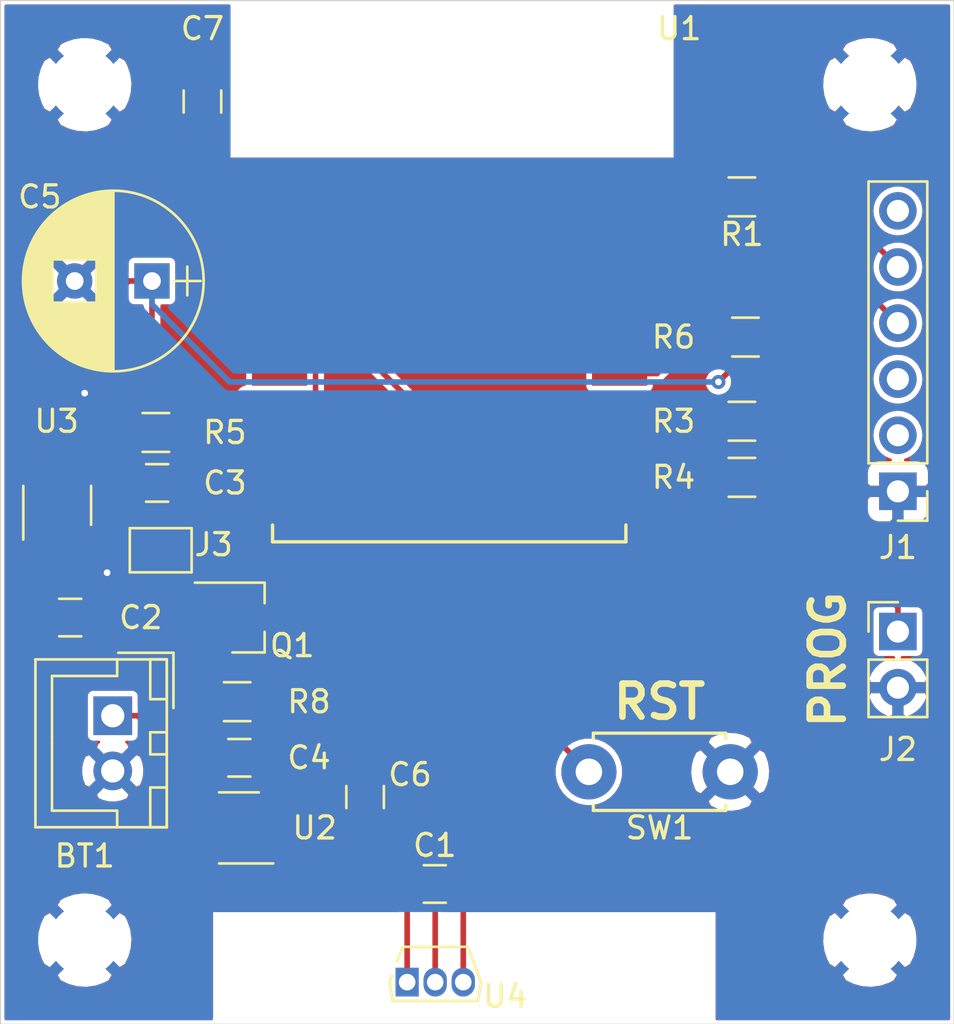
<source format=kicad_pcb>
(kicad_pcb (version 20171130) (host pcbnew "(5.1.4)-1")

  (general
    (thickness 1.6)
    (drawings 6)
    (tracks 129)
    (zones 0)
    (modules 27)
    (nets 16)
  )

  (page A4)
  (layers
    (0 F.Cu signal)
    (31 B.Cu signal)
    (32 B.Adhes user)
    (33 F.Adhes user)
    (34 B.Paste user)
    (35 F.Paste user)
    (36 B.SilkS user)
    (37 F.SilkS user)
    (38 B.Mask user)
    (39 F.Mask user)
    (40 Dwgs.User user)
    (41 Cmts.User user)
    (42 Eco1.User user)
    (43 Eco2.User user)
    (44 Edge.Cuts user)
    (45 Margin user)
    (46 B.CrtYd user)
    (47 F.CrtYd user)
    (48 B.Fab user)
    (49 F.Fab user)
  )

  (setup
    (last_trace_width 0.254)
    (user_trace_width 0.254)
    (user_trace_width 0.635)
    (trace_clearance 0.254)
    (zone_clearance 0.1524)
    (zone_45_only no)
    (trace_min 0.1524)
    (via_size 0.635)
    (via_drill 0.3048)
    (via_min_size 0.45)
    (via_min_drill 0.3)
    (uvia_size 0.45)
    (uvia_drill 0.3)
    (uvias_allowed no)
    (uvia_min_size 0.45)
    (uvia_min_drill 0.3)
    (edge_width 0.05)
    (segment_width 0.2)
    (pcb_text_width 0.3)
    (pcb_text_size 1.5 1.5)
    (mod_edge_width 0.12)
    (mod_text_size 1 1)
    (mod_text_width 0.15)
    (pad_size 6.4 6.4)
    (pad_drill 3.200001)
    (pad_to_mask_clearance 0.051)
    (solder_mask_min_width 0.25)
    (aux_axis_origin 0 0)
    (visible_elements 7FFDFF7F)
    (pcbplotparams
      (layerselection 0x010f0_ffffffff)
      (usegerberextensions false)
      (usegerberattributes false)
      (usegerberadvancedattributes false)
      (creategerberjobfile false)
      (excludeedgelayer true)
      (linewidth 0.100000)
      (plotframeref false)
      (viasonmask true)
      (mode 1)
      (useauxorigin false)
      (hpglpennumber 1)
      (hpglpenspeed 20)
      (hpglpendiameter 15.000000)
      (psnegative false)
      (psa4output false)
      (plotreference true)
      (plotvalue false)
      (plotinvisibletext false)
      (padsonsilk false)
      (subtractmaskfromsilk false)
      (outputformat 1)
      (mirror false)
      (drillshape 0)
      (scaleselection 1)
      (outputdirectory "gerber/"))
  )

  (net 0 "")
  (net 1 +3V3)
  (net 2 GND)
  (net 3 +BATT)
  (net 4 /~GATE_OPEN)
  (net 5 /UART_RX)
  (net 6 /UART_TX)
  (net 7 /~PROG)
  (net 8 "Net-(R1-Pad2)")
  (net 9 "Net-(R3-Pad1)")
  (net 10 "Net-(R4-Pad2)")
  (net 11 /~RESET)
  (net 12 "Net-(BT1-Pad1)")
  (net 13 "Net-(Q1-Pad1)")
  (net 14 "Net-(C6-Pad1)")
  (net 15 "Net-(U1-Pad1)")

  (net_class Default "This is the default net class."
    (clearance 0.254)
    (trace_width 0.254)
    (via_dia 0.635)
    (via_drill 0.3048)
    (uvia_dia 0.45)
    (uvia_drill 0.3)
    (diff_pair_width 0.3048)
    (diff_pair_gap 0.1524)
    (add_net +3V3)
    (add_net +BATT)
    (add_net /UART_RX)
    (add_net /UART_TX)
    (add_net /~GATE_OPEN)
    (add_net /~PROG)
    (add_net /~RESET)
    (add_net GND)
    (add_net "Net-(BT1-Pad1)")
    (add_net "Net-(C6-Pad1)")
    (add_net "Net-(Q1-Pad1)")
    (add_net "Net-(R1-Pad2)")
    (add_net "Net-(R3-Pad1)")
    (add_net "Net-(R4-Pad2)")
    (add_net "Net-(U1-Pad1)")
  )

  (net_class BATT ""
    (clearance 0.2032)
    (trace_width 0.508)
    (via_dia 0.635)
    (via_drill 0.3048)
    (uvia_dia 0.45)
    (uvia_drill 0.3)
    (diff_pair_width 0.3048)
    (diff_pair_gap 0.1524)
  )

  (module Mounting_Holes:MountingHole_3.2mm_M3 (layer F.Cu) (tedit 56D1B4CB) (tstamp 5DDB250B)
    (at 60.96 26.67)
    (descr "Mounting Hole 3.2mm, no annular, M3")
    (tags "mounting hole 3.2mm no annular m3")
    (attr virtual)
    (fp_text reference REF** (at 0 -4.2) (layer F.SilkS) hide
      (effects (font (size 1 1) (thickness 0.15)))
    )
    (fp_text value MountingHole_3.2mm_M3 (at 0 4.2) (layer F.Fab)
      (effects (font (size 1 1) (thickness 0.15)))
    )
    (fp_text user %R (at 0.3 0) (layer F.Fab)
      (effects (font (size 1 1) (thickness 0.15)))
    )
    (fp_circle (center 0 0) (end 3.2 0) (layer Cmts.User) (width 0.15))
    (fp_circle (center 0 0) (end 3.45 0) (layer F.CrtYd) (width 0.05))
    (pad 1 np_thru_hole circle (at 0 0) (size 3.2 3.2) (drill 3.2) (layers *.Cu *.Mask)
      (net 2 GND))
  )

  (module Mounting_Holes:MountingHole_3.2mm_M3 (layer F.Cu) (tedit 56D1B4CB) (tstamp 5DDB24FD)
    (at 25.4 26.67)
    (descr "Mounting Hole 3.2mm, no annular, M3")
    (tags "mounting hole 3.2mm no annular m3")
    (attr virtual)
    (fp_text reference REF** (at 0 -4.2) (layer F.SilkS) hide
      (effects (font (size 1 1) (thickness 0.15)))
    )
    (fp_text value MountingHole_3.2mm_M3 (at 0 4.2) (layer F.Fab)
      (effects (font (size 1 1) (thickness 0.15)))
    )
    (fp_text user %R (at 0.3 0) (layer F.Fab)
      (effects (font (size 1 1) (thickness 0.15)))
    )
    (fp_circle (center 0 0) (end 3.2 0) (layer Cmts.User) (width 0.15))
    (fp_circle (center 0 0) (end 3.45 0) (layer F.CrtYd) (width 0.05))
    (pad 1 np_thru_hole circle (at 0 0) (size 3.2 3.2) (drill 3.2) (layers *.Cu *.Mask)
      (net 2 GND))
  )

  (module Mounting_Holes:MountingHole_3.2mm_M3 (layer F.Cu) (tedit 56D1B4CB) (tstamp 5DDB2361)
    (at 25.4 65.405)
    (descr "Mounting Hole 3.2mm, no annular, M3")
    (tags "mounting hole 3.2mm no annular m3")
    (attr virtual)
    (fp_text reference REF** (at 0 -4.2) (layer F.SilkS) hide
      (effects (font (size 1 1) (thickness 0.15)))
    )
    (fp_text value MountingHole_3.2mm_M3 (at 0 4.2) (layer F.Fab)
      (effects (font (size 1 1) (thickness 0.15)))
    )
    (fp_text user %R (at 0.3 0) (layer F.Fab)
      (effects (font (size 1 1) (thickness 0.15)))
    )
    (fp_circle (center 0 0) (end 3.2 0) (layer Cmts.User) (width 0.15))
    (fp_circle (center 0 0) (end 3.45 0) (layer F.CrtYd) (width 0.05))
    (pad 1 np_thru_hole circle (at 0 0) (size 3.2 3.2) (drill 3.2) (layers *.Cu *.Mask)
      (net 2 GND))
  )

  (module Mounting_Holes:MountingHole_3.2mm_M3 (layer F.Cu) (tedit 56D1B4CB) (tstamp 5DDB2353)
    (at 60.96 65.405)
    (descr "Mounting Hole 3.2mm, no annular, M3")
    (tags "mounting hole 3.2mm no annular m3")
    (attr virtual)
    (fp_text reference REF** (at 0 -4.2) (layer F.SilkS) hide
      (effects (font (size 1 1) (thickness 0.15)))
    )
    (fp_text value MountingHole_3.2mm_M3 (at 0 4.2) (layer F.Fab)
      (effects (font (size 1 1) (thickness 0.15)))
    )
    (fp_text user %R (at 0.3 0) (layer F.Fab)
      (effects (font (size 1 1) (thickness 0.15)))
    )
    (fp_circle (center 0 0) (end 3.2 0) (layer Cmts.User) (width 0.15))
    (fp_circle (center 0 0) (end 3.45 0) (layer F.CrtYd) (width 0.05))
    (pad 1 np_thru_hole circle (at 0 0) (size 3.2 3.2) (drill 3.2) (layers *.Cu *.Mask)
      (net 2 GND))
  )

  (module Capacitors_SMD:C_0805_HandSoldering (layer F.Cu) (tedit 58AA84A8) (tstamp 5DE2AAB9)
    (at 30.734 27.432 90)
    (descr "Capacitor SMD 0805, hand soldering")
    (tags "capacitor 0805")
    (path /5E0822D2)
    (attr smd)
    (fp_text reference C7 (at 3.302 0 180) (layer F.SilkS)
      (effects (font (size 1 1) (thickness 0.15)))
    )
    (fp_text value 100n (at 0 1.75 90) (layer F.Fab)
      (effects (font (size 1 1) (thickness 0.15)))
    )
    (fp_text user %R (at 3.302 0 180) (layer F.Fab)
      (effects (font (size 1 1) (thickness 0.15)))
    )
    (fp_line (start -1 0.62) (end -1 -0.62) (layer F.Fab) (width 0.1))
    (fp_line (start 1 0.62) (end -1 0.62) (layer F.Fab) (width 0.1))
    (fp_line (start 1 -0.62) (end 1 0.62) (layer F.Fab) (width 0.1))
    (fp_line (start -1 -0.62) (end 1 -0.62) (layer F.Fab) (width 0.1))
    (fp_line (start 0.5 -0.85) (end -0.5 -0.85) (layer F.SilkS) (width 0.12))
    (fp_line (start -0.5 0.85) (end 0.5 0.85) (layer F.SilkS) (width 0.12))
    (fp_line (start -2.25 -0.88) (end 2.25 -0.88) (layer F.CrtYd) (width 0.05))
    (fp_line (start -2.25 -0.88) (end -2.25 0.87) (layer F.CrtYd) (width 0.05))
    (fp_line (start 2.25 0.87) (end 2.25 -0.88) (layer F.CrtYd) (width 0.05))
    (fp_line (start 2.25 0.87) (end -2.25 0.87) (layer F.CrtYd) (width 0.05))
    (pad 1 smd rect (at -1.25 0 90) (size 1.5 1.25) (layers F.Cu F.Paste F.Mask)
      (net 11 /~RESET))
    (pad 2 smd rect (at 1.25 0 90) (size 1.5 1.25) (layers F.Cu F.Paste F.Mask)
      (net 2 GND))
    (model Capacitors_SMD.3dshapes/C_0805.wrl
      (at (xyz 0 0 0))
      (scale (xyz 1 1 1))
      (rotate (xyz 0 0 0))
    )
  )

  (module Jumpers:SolderJumper-2_P1.3mm_Open_Pad1.0x1.5mm (layer F.Cu) (tedit 5A3EABFC) (tstamp 5DE2A0C4)
    (at 28.844 47.752 180)
    (descr "SMD Solder Jumper, 1x1.5mm Pads, 0.3mm gap, open")
    (tags "solder jumper open")
    (path /5E075AD2)
    (attr virtual)
    (fp_text reference J3 (at -2.398 0.254) (layer F.SilkS)
      (effects (font (size 1 1) (thickness 0.15)))
    )
    (fp_text value Jumper (at 0 1.9) (layer F.Fab)
      (effects (font (size 1 1) (thickness 0.15)))
    )
    (fp_line (start 1.65 1.25) (end -1.65 1.25) (layer F.CrtYd) (width 0.05))
    (fp_line (start 1.65 1.25) (end 1.65 -1.25) (layer F.CrtYd) (width 0.05))
    (fp_line (start -1.65 -1.25) (end -1.65 1.25) (layer F.CrtYd) (width 0.05))
    (fp_line (start -1.65 -1.25) (end 1.65 -1.25) (layer F.CrtYd) (width 0.05))
    (fp_line (start -1.4 -1) (end 1.4 -1) (layer F.SilkS) (width 0.12))
    (fp_line (start 1.4 -1) (end 1.4 1) (layer F.SilkS) (width 0.12))
    (fp_line (start 1.4 1) (end -1.4 1) (layer F.SilkS) (width 0.12))
    (fp_line (start -1.4 1) (end -1.4 -1) (layer F.SilkS) (width 0.12))
    (pad 1 smd rect (at -0.65 0 180) (size 1 1.5) (layers F.Cu F.Mask)
      (net 3 +BATT))
    (pad 2 smd rect (at 0.65 0 180) (size 1 1.5) (layers F.Cu F.Mask)
      (net 1 +3V3))
  )

  (module TO_SOT_Packages_SMD:SOT-23-5_HandSoldering (layer F.Cu) (tedit 5A0AB76C) (tstamp 5DDBE9D4)
    (at 32.385 60.325 180)
    (descr "5-pin SOT23 package")
    (tags "SOT-23-5 hand-soldering")
    (path /5DFFF56B)
    (attr smd)
    (fp_text reference U2 (at -3.429 0) (layer F.SilkS)
      (effects (font (size 1 1) (thickness 0.15)))
    )
    (fp_text value LP3470A (at 0 2.9) (layer F.Fab)
      (effects (font (size 1 1) (thickness 0.15)))
    )
    (fp_line (start 2.38 1.8) (end -2.38 1.8) (layer F.CrtYd) (width 0.05))
    (fp_line (start 2.38 1.8) (end 2.38 -1.8) (layer F.CrtYd) (width 0.05))
    (fp_line (start -2.38 -1.8) (end -2.38 1.8) (layer F.CrtYd) (width 0.05))
    (fp_line (start -2.38 -1.8) (end 2.38 -1.8) (layer F.CrtYd) (width 0.05))
    (fp_line (start 0.9 -1.55) (end 0.9 1.55) (layer F.Fab) (width 0.1))
    (fp_line (start 0.9 1.55) (end -0.9 1.55) (layer F.Fab) (width 0.1))
    (fp_line (start -0.9 -0.9) (end -0.9 1.55) (layer F.Fab) (width 0.1))
    (fp_line (start 0.9 -1.55) (end -0.25 -1.55) (layer F.Fab) (width 0.1))
    (fp_line (start -0.9 -0.9) (end -0.25 -1.55) (layer F.Fab) (width 0.1))
    (fp_line (start 0.9 -1.61) (end -1.55 -1.61) (layer F.SilkS) (width 0.12))
    (fp_line (start -0.9 1.61) (end 0.9 1.61) (layer F.SilkS) (width 0.12))
    (fp_text user %R (at 0 0 90) (layer F.Fab)
      (effects (font (size 0.5 0.5) (thickness 0.075)))
    )
    (pad 5 smd rect (at 1.35 -0.95 180) (size 1.56 0.65) (layers F.Cu F.Paste F.Mask)
      (net 13 "Net-(Q1-Pad1)"))
    (pad 4 smd rect (at 1.35 0.95 180) (size 1.56 0.65) (layers F.Cu F.Paste F.Mask)
      (net 12 "Net-(BT1-Pad1)"))
    (pad 3 smd rect (at -1.35 0.95 180) (size 1.56 0.65) (layers F.Cu F.Paste F.Mask)
      (net 12 "Net-(BT1-Pad1)"))
    (pad 2 smd rect (at -1.35 0 180) (size 1.56 0.65) (layers F.Cu F.Paste F.Mask)
      (net 2 GND))
    (pad 1 smd rect (at -1.35 -0.95 180) (size 1.56 0.65) (layers F.Cu F.Paste F.Mask)
      (net 14 "Net-(C6-Pad1)"))
    (model ${KISYS3DMOD}/Package_TO_SOT_SMD.3dshapes/SOT-23-5.wrl
      (at (xyz 0 0 0))
      (scale (xyz 1 1 1))
      (rotate (xyz 0 0 0))
    )
  )

  (module Capacitors_SMD:C_0805_HandSoldering (layer F.Cu) (tedit 58AA84A8) (tstamp 5DDBC19A)
    (at 38.1 58.928 90)
    (descr "Capacitor SMD 0805, hand soldering")
    (tags "capacitor 0805")
    (path /5E01D002)
    (attr smd)
    (fp_text reference C6 (at 1.016 2.032 180) (layer F.SilkS)
      (effects (font (size 1 1) (thickness 0.15)))
    )
    (fp_text value NC (at 0 1.75 90) (layer F.Fab)
      (effects (font (size 1 1) (thickness 0.15)))
    )
    (fp_text user %R (at 1.016 2.032 180) (layer F.Fab)
      (effects (font (size 1 1) (thickness 0.15)))
    )
    (fp_line (start -1 0.62) (end -1 -0.62) (layer F.Fab) (width 0.1))
    (fp_line (start 1 0.62) (end -1 0.62) (layer F.Fab) (width 0.1))
    (fp_line (start 1 -0.62) (end 1 0.62) (layer F.Fab) (width 0.1))
    (fp_line (start -1 -0.62) (end 1 -0.62) (layer F.Fab) (width 0.1))
    (fp_line (start 0.5 -0.85) (end -0.5 -0.85) (layer F.SilkS) (width 0.12))
    (fp_line (start -0.5 0.85) (end 0.5 0.85) (layer F.SilkS) (width 0.12))
    (fp_line (start -2.25 -0.88) (end 2.25 -0.88) (layer F.CrtYd) (width 0.05))
    (fp_line (start -2.25 -0.88) (end -2.25 0.87) (layer F.CrtYd) (width 0.05))
    (fp_line (start 2.25 0.87) (end 2.25 -0.88) (layer F.CrtYd) (width 0.05))
    (fp_line (start 2.25 0.87) (end -2.25 0.87) (layer F.CrtYd) (width 0.05))
    (pad 1 smd rect (at -1.25 0 90) (size 1.5 1.25) (layers F.Cu F.Paste F.Mask)
      (net 14 "Net-(C6-Pad1)"))
    (pad 2 smd rect (at 1.25 0 90) (size 1.5 1.25) (layers F.Cu F.Paste F.Mask)
      (net 2 GND))
    (model Capacitors_SMD.3dshapes/C_0805.wrl
      (at (xyz 0 0 0))
      (scale (xyz 1 1 1))
      (rotate (xyz 0 0 0))
    )
  )

  (module Capacitors_THT:CP_Radial_D8.0mm_P3.50mm (layer F.Cu) (tedit 597BC7C2) (tstamp 5DDB85A2)
    (at 28.448 35.56 180)
    (descr "CP, Radial series, Radial, pin pitch=3.50mm, , diameter=8mm, Electrolytic Capacitor")
    (tags "CP Radial series Radial pin pitch 3.50mm  diameter 8mm Electrolytic Capacitor")
    (path /5DFA0EAC)
    (fp_text reference C5 (at 5.08 3.81) (layer F.SilkS)
      (effects (font (size 1 1) (thickness 0.15)))
    )
    (fp_text value 1000u (at 1.75 5.31) (layer F.Fab)
      (effects (font (size 1 1) (thickness 0.15)))
    )
    (fp_circle (center 1.75 0) (end 5.75 0) (layer F.Fab) (width 0.1))
    (fp_circle (center 1.75 0) (end 5.84 0) (layer F.SilkS) (width 0.12))
    (fp_line (start -2.2 0) (end -1 0) (layer F.Fab) (width 0.1))
    (fp_line (start -1.6 -0.65) (end -1.6 0.65) (layer F.Fab) (width 0.1))
    (fp_line (start 1.75 -4.05) (end 1.75 4.05) (layer F.SilkS) (width 0.12))
    (fp_line (start 1.79 -4.05) (end 1.79 4.05) (layer F.SilkS) (width 0.12))
    (fp_line (start 1.83 -4.05) (end 1.83 4.05) (layer F.SilkS) (width 0.12))
    (fp_line (start 1.87 -4.049) (end 1.87 4.049) (layer F.SilkS) (width 0.12))
    (fp_line (start 1.91 -4.047) (end 1.91 4.047) (layer F.SilkS) (width 0.12))
    (fp_line (start 1.95 -4.046) (end 1.95 4.046) (layer F.SilkS) (width 0.12))
    (fp_line (start 1.99 -4.043) (end 1.99 4.043) (layer F.SilkS) (width 0.12))
    (fp_line (start 2.03 -4.041) (end 2.03 4.041) (layer F.SilkS) (width 0.12))
    (fp_line (start 2.07 -4.038) (end 2.07 4.038) (layer F.SilkS) (width 0.12))
    (fp_line (start 2.11 -4.035) (end 2.11 4.035) (layer F.SilkS) (width 0.12))
    (fp_line (start 2.15 -4.031) (end 2.15 4.031) (layer F.SilkS) (width 0.12))
    (fp_line (start 2.19 -4.027) (end 2.19 4.027) (layer F.SilkS) (width 0.12))
    (fp_line (start 2.23 -4.022) (end 2.23 4.022) (layer F.SilkS) (width 0.12))
    (fp_line (start 2.27 -4.017) (end 2.27 4.017) (layer F.SilkS) (width 0.12))
    (fp_line (start 2.31 -4.012) (end 2.31 4.012) (layer F.SilkS) (width 0.12))
    (fp_line (start 2.35 -4.006) (end 2.35 4.006) (layer F.SilkS) (width 0.12))
    (fp_line (start 2.39 -4) (end 2.39 4) (layer F.SilkS) (width 0.12))
    (fp_line (start 2.43 -3.994) (end 2.43 3.994) (layer F.SilkS) (width 0.12))
    (fp_line (start 2.471 -3.987) (end 2.471 3.987) (layer F.SilkS) (width 0.12))
    (fp_line (start 2.511 -3.979) (end 2.511 3.979) (layer F.SilkS) (width 0.12))
    (fp_line (start 2.551 -3.971) (end 2.551 -0.98) (layer F.SilkS) (width 0.12))
    (fp_line (start 2.551 0.98) (end 2.551 3.971) (layer F.SilkS) (width 0.12))
    (fp_line (start 2.591 -3.963) (end 2.591 -0.98) (layer F.SilkS) (width 0.12))
    (fp_line (start 2.591 0.98) (end 2.591 3.963) (layer F.SilkS) (width 0.12))
    (fp_line (start 2.631 -3.955) (end 2.631 -0.98) (layer F.SilkS) (width 0.12))
    (fp_line (start 2.631 0.98) (end 2.631 3.955) (layer F.SilkS) (width 0.12))
    (fp_line (start 2.671 -3.946) (end 2.671 -0.98) (layer F.SilkS) (width 0.12))
    (fp_line (start 2.671 0.98) (end 2.671 3.946) (layer F.SilkS) (width 0.12))
    (fp_line (start 2.711 -3.936) (end 2.711 -0.98) (layer F.SilkS) (width 0.12))
    (fp_line (start 2.711 0.98) (end 2.711 3.936) (layer F.SilkS) (width 0.12))
    (fp_line (start 2.751 -3.926) (end 2.751 -0.98) (layer F.SilkS) (width 0.12))
    (fp_line (start 2.751 0.98) (end 2.751 3.926) (layer F.SilkS) (width 0.12))
    (fp_line (start 2.791 -3.916) (end 2.791 -0.98) (layer F.SilkS) (width 0.12))
    (fp_line (start 2.791 0.98) (end 2.791 3.916) (layer F.SilkS) (width 0.12))
    (fp_line (start 2.831 -3.905) (end 2.831 -0.98) (layer F.SilkS) (width 0.12))
    (fp_line (start 2.831 0.98) (end 2.831 3.905) (layer F.SilkS) (width 0.12))
    (fp_line (start 2.871 -3.894) (end 2.871 -0.98) (layer F.SilkS) (width 0.12))
    (fp_line (start 2.871 0.98) (end 2.871 3.894) (layer F.SilkS) (width 0.12))
    (fp_line (start 2.911 -3.883) (end 2.911 -0.98) (layer F.SilkS) (width 0.12))
    (fp_line (start 2.911 0.98) (end 2.911 3.883) (layer F.SilkS) (width 0.12))
    (fp_line (start 2.951 -3.87) (end 2.951 -0.98) (layer F.SilkS) (width 0.12))
    (fp_line (start 2.951 0.98) (end 2.951 3.87) (layer F.SilkS) (width 0.12))
    (fp_line (start 2.991 -3.858) (end 2.991 -0.98) (layer F.SilkS) (width 0.12))
    (fp_line (start 2.991 0.98) (end 2.991 3.858) (layer F.SilkS) (width 0.12))
    (fp_line (start 3.031 -3.845) (end 3.031 -0.98) (layer F.SilkS) (width 0.12))
    (fp_line (start 3.031 0.98) (end 3.031 3.845) (layer F.SilkS) (width 0.12))
    (fp_line (start 3.071 -3.832) (end 3.071 -0.98) (layer F.SilkS) (width 0.12))
    (fp_line (start 3.071 0.98) (end 3.071 3.832) (layer F.SilkS) (width 0.12))
    (fp_line (start 3.111 -3.818) (end 3.111 -0.98) (layer F.SilkS) (width 0.12))
    (fp_line (start 3.111 0.98) (end 3.111 3.818) (layer F.SilkS) (width 0.12))
    (fp_line (start 3.151 -3.803) (end 3.151 -0.98) (layer F.SilkS) (width 0.12))
    (fp_line (start 3.151 0.98) (end 3.151 3.803) (layer F.SilkS) (width 0.12))
    (fp_line (start 3.191 -3.789) (end 3.191 -0.98) (layer F.SilkS) (width 0.12))
    (fp_line (start 3.191 0.98) (end 3.191 3.789) (layer F.SilkS) (width 0.12))
    (fp_line (start 3.231 -3.773) (end 3.231 -0.98) (layer F.SilkS) (width 0.12))
    (fp_line (start 3.231 0.98) (end 3.231 3.773) (layer F.SilkS) (width 0.12))
    (fp_line (start 3.271 -3.758) (end 3.271 -0.98) (layer F.SilkS) (width 0.12))
    (fp_line (start 3.271 0.98) (end 3.271 3.758) (layer F.SilkS) (width 0.12))
    (fp_line (start 3.311 -3.741) (end 3.311 -0.98) (layer F.SilkS) (width 0.12))
    (fp_line (start 3.311 0.98) (end 3.311 3.741) (layer F.SilkS) (width 0.12))
    (fp_line (start 3.351 -3.725) (end 3.351 -0.98) (layer F.SilkS) (width 0.12))
    (fp_line (start 3.351 0.98) (end 3.351 3.725) (layer F.SilkS) (width 0.12))
    (fp_line (start 3.391 -3.707) (end 3.391 -0.98) (layer F.SilkS) (width 0.12))
    (fp_line (start 3.391 0.98) (end 3.391 3.707) (layer F.SilkS) (width 0.12))
    (fp_line (start 3.431 -3.69) (end 3.431 -0.98) (layer F.SilkS) (width 0.12))
    (fp_line (start 3.431 0.98) (end 3.431 3.69) (layer F.SilkS) (width 0.12))
    (fp_line (start 3.471 -3.671) (end 3.471 -0.98) (layer F.SilkS) (width 0.12))
    (fp_line (start 3.471 0.98) (end 3.471 3.671) (layer F.SilkS) (width 0.12))
    (fp_line (start 3.511 -3.652) (end 3.511 -0.98) (layer F.SilkS) (width 0.12))
    (fp_line (start 3.511 0.98) (end 3.511 3.652) (layer F.SilkS) (width 0.12))
    (fp_line (start 3.551 -3.633) (end 3.551 -0.98) (layer F.SilkS) (width 0.12))
    (fp_line (start 3.551 0.98) (end 3.551 3.633) (layer F.SilkS) (width 0.12))
    (fp_line (start 3.591 -3.613) (end 3.591 -0.98) (layer F.SilkS) (width 0.12))
    (fp_line (start 3.591 0.98) (end 3.591 3.613) (layer F.SilkS) (width 0.12))
    (fp_line (start 3.631 -3.593) (end 3.631 -0.98) (layer F.SilkS) (width 0.12))
    (fp_line (start 3.631 0.98) (end 3.631 3.593) (layer F.SilkS) (width 0.12))
    (fp_line (start 3.671 -3.572) (end 3.671 -0.98) (layer F.SilkS) (width 0.12))
    (fp_line (start 3.671 0.98) (end 3.671 3.572) (layer F.SilkS) (width 0.12))
    (fp_line (start 3.711 -3.55) (end 3.711 -0.98) (layer F.SilkS) (width 0.12))
    (fp_line (start 3.711 0.98) (end 3.711 3.55) (layer F.SilkS) (width 0.12))
    (fp_line (start 3.751 -3.528) (end 3.751 -0.98) (layer F.SilkS) (width 0.12))
    (fp_line (start 3.751 0.98) (end 3.751 3.528) (layer F.SilkS) (width 0.12))
    (fp_line (start 3.791 -3.505) (end 3.791 -0.98) (layer F.SilkS) (width 0.12))
    (fp_line (start 3.791 0.98) (end 3.791 3.505) (layer F.SilkS) (width 0.12))
    (fp_line (start 3.831 -3.482) (end 3.831 -0.98) (layer F.SilkS) (width 0.12))
    (fp_line (start 3.831 0.98) (end 3.831 3.482) (layer F.SilkS) (width 0.12))
    (fp_line (start 3.871 -3.458) (end 3.871 -0.98) (layer F.SilkS) (width 0.12))
    (fp_line (start 3.871 0.98) (end 3.871 3.458) (layer F.SilkS) (width 0.12))
    (fp_line (start 3.911 -3.434) (end 3.911 -0.98) (layer F.SilkS) (width 0.12))
    (fp_line (start 3.911 0.98) (end 3.911 3.434) (layer F.SilkS) (width 0.12))
    (fp_line (start 3.951 -3.408) (end 3.951 -0.98) (layer F.SilkS) (width 0.12))
    (fp_line (start 3.951 0.98) (end 3.951 3.408) (layer F.SilkS) (width 0.12))
    (fp_line (start 3.991 -3.383) (end 3.991 -0.98) (layer F.SilkS) (width 0.12))
    (fp_line (start 3.991 0.98) (end 3.991 3.383) (layer F.SilkS) (width 0.12))
    (fp_line (start 4.031 -3.356) (end 4.031 -0.98) (layer F.SilkS) (width 0.12))
    (fp_line (start 4.031 0.98) (end 4.031 3.356) (layer F.SilkS) (width 0.12))
    (fp_line (start 4.071 -3.329) (end 4.071 -0.98) (layer F.SilkS) (width 0.12))
    (fp_line (start 4.071 0.98) (end 4.071 3.329) (layer F.SilkS) (width 0.12))
    (fp_line (start 4.111 -3.301) (end 4.111 -0.98) (layer F.SilkS) (width 0.12))
    (fp_line (start 4.111 0.98) (end 4.111 3.301) (layer F.SilkS) (width 0.12))
    (fp_line (start 4.151 -3.272) (end 4.151 -0.98) (layer F.SilkS) (width 0.12))
    (fp_line (start 4.151 0.98) (end 4.151 3.272) (layer F.SilkS) (width 0.12))
    (fp_line (start 4.191 -3.243) (end 4.191 -0.98) (layer F.SilkS) (width 0.12))
    (fp_line (start 4.191 0.98) (end 4.191 3.243) (layer F.SilkS) (width 0.12))
    (fp_line (start 4.231 -3.213) (end 4.231 -0.98) (layer F.SilkS) (width 0.12))
    (fp_line (start 4.231 0.98) (end 4.231 3.213) (layer F.SilkS) (width 0.12))
    (fp_line (start 4.271 -3.182) (end 4.271 -0.98) (layer F.SilkS) (width 0.12))
    (fp_line (start 4.271 0.98) (end 4.271 3.182) (layer F.SilkS) (width 0.12))
    (fp_line (start 4.311 -3.15) (end 4.311 -0.98) (layer F.SilkS) (width 0.12))
    (fp_line (start 4.311 0.98) (end 4.311 3.15) (layer F.SilkS) (width 0.12))
    (fp_line (start 4.351 -3.118) (end 4.351 -0.98) (layer F.SilkS) (width 0.12))
    (fp_line (start 4.351 0.98) (end 4.351 3.118) (layer F.SilkS) (width 0.12))
    (fp_line (start 4.391 -3.084) (end 4.391 -0.98) (layer F.SilkS) (width 0.12))
    (fp_line (start 4.391 0.98) (end 4.391 3.084) (layer F.SilkS) (width 0.12))
    (fp_line (start 4.431 -3.05) (end 4.431 -0.98) (layer F.SilkS) (width 0.12))
    (fp_line (start 4.431 0.98) (end 4.431 3.05) (layer F.SilkS) (width 0.12))
    (fp_line (start 4.471 -3.015) (end 4.471 -0.98) (layer F.SilkS) (width 0.12))
    (fp_line (start 4.471 0.98) (end 4.471 3.015) (layer F.SilkS) (width 0.12))
    (fp_line (start 4.511 -2.979) (end 4.511 2.979) (layer F.SilkS) (width 0.12))
    (fp_line (start 4.551 -2.942) (end 4.551 2.942) (layer F.SilkS) (width 0.12))
    (fp_line (start 4.591 -2.904) (end 4.591 2.904) (layer F.SilkS) (width 0.12))
    (fp_line (start 4.631 -2.865) (end 4.631 2.865) (layer F.SilkS) (width 0.12))
    (fp_line (start 4.671 -2.824) (end 4.671 2.824) (layer F.SilkS) (width 0.12))
    (fp_line (start 4.711 -2.783) (end 4.711 2.783) (layer F.SilkS) (width 0.12))
    (fp_line (start 4.751 -2.74) (end 4.751 2.74) (layer F.SilkS) (width 0.12))
    (fp_line (start 4.791 -2.697) (end 4.791 2.697) (layer F.SilkS) (width 0.12))
    (fp_line (start 4.831 -2.652) (end 4.831 2.652) (layer F.SilkS) (width 0.12))
    (fp_line (start 4.871 -2.605) (end 4.871 2.605) (layer F.SilkS) (width 0.12))
    (fp_line (start 4.911 -2.557) (end 4.911 2.557) (layer F.SilkS) (width 0.12))
    (fp_line (start 4.951 -2.508) (end 4.951 2.508) (layer F.SilkS) (width 0.12))
    (fp_line (start 4.991 -2.457) (end 4.991 2.457) (layer F.SilkS) (width 0.12))
    (fp_line (start 5.031 -2.404) (end 5.031 2.404) (layer F.SilkS) (width 0.12))
    (fp_line (start 5.071 -2.349) (end 5.071 2.349) (layer F.SilkS) (width 0.12))
    (fp_line (start 5.111 -2.293) (end 5.111 2.293) (layer F.SilkS) (width 0.12))
    (fp_line (start 5.151 -2.234) (end 5.151 2.234) (layer F.SilkS) (width 0.12))
    (fp_line (start 5.191 -2.173) (end 5.191 2.173) (layer F.SilkS) (width 0.12))
    (fp_line (start 5.231 -2.109) (end 5.231 2.109) (layer F.SilkS) (width 0.12))
    (fp_line (start 5.271 -2.043) (end 5.271 2.043) (layer F.SilkS) (width 0.12))
    (fp_line (start 5.311 -1.974) (end 5.311 1.974) (layer F.SilkS) (width 0.12))
    (fp_line (start 5.351 -1.902) (end 5.351 1.902) (layer F.SilkS) (width 0.12))
    (fp_line (start 5.391 -1.826) (end 5.391 1.826) (layer F.SilkS) (width 0.12))
    (fp_line (start 5.431 -1.745) (end 5.431 1.745) (layer F.SilkS) (width 0.12))
    (fp_line (start 5.471 -1.66) (end 5.471 1.66) (layer F.SilkS) (width 0.12))
    (fp_line (start 5.511 -1.57) (end 5.511 1.57) (layer F.SilkS) (width 0.12))
    (fp_line (start 5.551 -1.473) (end 5.551 1.473) (layer F.SilkS) (width 0.12))
    (fp_line (start 5.591 -1.369) (end 5.591 1.369) (layer F.SilkS) (width 0.12))
    (fp_line (start 5.631 -1.254) (end 5.631 1.254) (layer F.SilkS) (width 0.12))
    (fp_line (start 5.671 -1.127) (end 5.671 1.127) (layer F.SilkS) (width 0.12))
    (fp_line (start 5.711 -0.983) (end 5.711 0.983) (layer F.SilkS) (width 0.12))
    (fp_line (start 5.751 -0.814) (end 5.751 0.814) (layer F.SilkS) (width 0.12))
    (fp_line (start 5.791 -0.598) (end 5.791 0.598) (layer F.SilkS) (width 0.12))
    (fp_line (start 5.831 -0.246) (end 5.831 0.246) (layer F.SilkS) (width 0.12))
    (fp_line (start -2.2 0) (end -1 0) (layer F.SilkS) (width 0.12))
    (fp_line (start -1.6 -0.65) (end -1.6 0.65) (layer F.SilkS) (width 0.12))
    (fp_line (start -2.6 -4.35) (end -2.6 4.35) (layer F.CrtYd) (width 0.05))
    (fp_line (start -2.6 4.35) (end 6.1 4.35) (layer F.CrtYd) (width 0.05))
    (fp_line (start 6.1 4.35) (end 6.1 -4.35) (layer F.CrtYd) (width 0.05))
    (fp_line (start 6.1 -4.35) (end -2.6 -4.35) (layer F.CrtYd) (width 0.05))
    (fp_text user %R (at 1.75 0) (layer F.Fab)
      (effects (font (size 1 1) (thickness 0.15)))
    )
    (pad 1 thru_hole rect (at 0 0 180) (size 1.6 1.6) (drill 0.8) (layers *.Cu *.Mask)
      (net 1 +3V3))
    (pad 2 thru_hole circle (at 3.5 0 180) (size 1.6 1.6) (drill 0.8) (layers *.Cu *.Mask)
      (net 2 GND))
    (model ${KISYS3DMOD}/Capacitors_THT.3dshapes/CP_Radial_D8.0mm_P3.50mm.wrl
      (at (xyz 0 0 0))
      (scale (xyz 1 1 1))
      (rotate (xyz 0 0 0))
    )
  )

  (module Capacitors_SMD:C_0805_HandSoldering (layer F.Cu) (tedit 58AA84A8) (tstamp 5DDB11A3)
    (at 32.405 57.15 180)
    (descr "Capacitor SMD 0805, hand soldering")
    (tags "capacitor 0805")
    (path /5DF14E4F)
    (attr smd)
    (fp_text reference C4 (at -3.155 0) (layer F.SilkS)
      (effects (font (size 1 1) (thickness 0.15)))
    )
    (fp_text value 100n (at 0 1.75) (layer F.Fab)
      (effects (font (size 1 1) (thickness 0.15)))
    )
    (fp_text user %R (at -3.155 0) (layer F.Fab)
      (effects (font (size 1 1) (thickness 0.15)))
    )
    (fp_line (start -1 0.62) (end -1 -0.62) (layer F.Fab) (width 0.1))
    (fp_line (start 1 0.62) (end -1 0.62) (layer F.Fab) (width 0.1))
    (fp_line (start 1 -0.62) (end 1 0.62) (layer F.Fab) (width 0.1))
    (fp_line (start -1 -0.62) (end 1 -0.62) (layer F.Fab) (width 0.1))
    (fp_line (start 0.5 -0.85) (end -0.5 -0.85) (layer F.SilkS) (width 0.12))
    (fp_line (start -0.5 0.85) (end 0.5 0.85) (layer F.SilkS) (width 0.12))
    (fp_line (start -2.25 -0.88) (end 2.25 -0.88) (layer F.CrtYd) (width 0.05))
    (fp_line (start -2.25 -0.88) (end -2.25 0.87) (layer F.CrtYd) (width 0.05))
    (fp_line (start 2.25 0.87) (end 2.25 -0.88) (layer F.CrtYd) (width 0.05))
    (fp_line (start 2.25 0.87) (end -2.25 0.87) (layer F.CrtYd) (width 0.05))
    (pad 1 smd rect (at -1.25 0 180) (size 1.5 1.25) (layers F.Cu F.Paste F.Mask)
      (net 12 "Net-(BT1-Pad1)"))
    (pad 2 smd rect (at 1.25 0 180) (size 1.5 1.25) (layers F.Cu F.Paste F.Mask)
      (net 2 GND))
    (model Capacitors_SMD.3dshapes/C_0805.wrl
      (at (xyz 0 0 0))
      (scale (xyz 1 1 1))
      (rotate (xyz 0 0 0))
    )
  )

  (module Resistors_SMD:R_0805_HandSoldering (layer F.Cu) (tedit 58E0A804) (tstamp 5DDB8F1C)
    (at 32.305 54.61)
    (descr "Resistor SMD 0805, hand soldering")
    (tags "resistor 0805")
    (path /5DF14E1C)
    (attr smd)
    (fp_text reference R8 (at 3.255 0 180) (layer F.SilkS)
      (effects (font (size 1 1) (thickness 0.15)))
    )
    (fp_text value 330k (at 0 1.75) (layer F.Fab)
      (effects (font (size 1 1) (thickness 0.15)))
    )
    (fp_text user %R (at 0 0) (layer F.Fab)
      (effects (font (size 0.5 0.5) (thickness 0.075)))
    )
    (fp_line (start -1 0.62) (end -1 -0.62) (layer F.Fab) (width 0.1))
    (fp_line (start 1 0.62) (end -1 0.62) (layer F.Fab) (width 0.1))
    (fp_line (start 1 -0.62) (end 1 0.62) (layer F.Fab) (width 0.1))
    (fp_line (start -1 -0.62) (end 1 -0.62) (layer F.Fab) (width 0.1))
    (fp_line (start 0.6 0.88) (end -0.6 0.88) (layer F.SilkS) (width 0.12))
    (fp_line (start -0.6 -0.88) (end 0.6 -0.88) (layer F.SilkS) (width 0.12))
    (fp_line (start -2.35 -0.9) (end 2.35 -0.9) (layer F.CrtYd) (width 0.05))
    (fp_line (start -2.35 -0.9) (end -2.35 0.9) (layer F.CrtYd) (width 0.05))
    (fp_line (start 2.35 0.9) (end 2.35 -0.9) (layer F.CrtYd) (width 0.05))
    (fp_line (start 2.35 0.9) (end -2.35 0.9) (layer F.CrtYd) (width 0.05))
    (pad 1 smd rect (at -1.35 0) (size 1.5 1.3) (layers F.Cu F.Paste F.Mask)
      (net 13 "Net-(Q1-Pad1)"))
    (pad 2 smd rect (at 1.35 0) (size 1.5 1.3) (layers F.Cu F.Paste F.Mask)
      (net 12 "Net-(BT1-Pad1)"))
    (model ${KISYS3DMOD}/Resistors_SMD.3dshapes/R_0805.wrl
      (at (xyz 0 0 0))
      (scale (xyz 1 1 1))
      (rotate (xyz 0 0 0))
    )
  )

  (module TO_SOT_Packages_SMD:SOT-23_Handsoldering (layer F.Cu) (tedit 5A0AB76C) (tstamp 5DDBEA39)
    (at 32.79 50.8)
    (descr "SOT-23, Handsoldering")
    (tags SOT-23)
    (path /5DF14E3B)
    (attr smd)
    (fp_text reference Q1 (at 2.008 1.27) (layer F.SilkS)
      (effects (font (size 1 1) (thickness 0.15)))
    )
    (fp_text value AO3415 (at 0 2.5) (layer F.Fab)
      (effects (font (size 1 1) (thickness 0.15)))
    )
    (fp_line (start 0.76 1.58) (end -0.7 1.58) (layer F.SilkS) (width 0.12))
    (fp_line (start -0.7 1.52) (end 0.7 1.52) (layer F.Fab) (width 0.1))
    (fp_line (start 0.7 -1.52) (end 0.7 1.52) (layer F.Fab) (width 0.1))
    (fp_line (start -0.7 -0.95) (end -0.15 -1.52) (layer F.Fab) (width 0.1))
    (fp_line (start -0.15 -1.52) (end 0.7 -1.52) (layer F.Fab) (width 0.1))
    (fp_line (start -0.7 -0.95) (end -0.7 1.5) (layer F.Fab) (width 0.1))
    (fp_line (start 0.76 -1.58) (end -2.4 -1.58) (layer F.SilkS) (width 0.12))
    (fp_line (start -2.7 1.75) (end -2.7 -1.75) (layer F.CrtYd) (width 0.05))
    (fp_line (start 2.7 1.75) (end -2.7 1.75) (layer F.CrtYd) (width 0.05))
    (fp_line (start 2.7 -1.75) (end 2.7 1.75) (layer F.CrtYd) (width 0.05))
    (fp_line (start -2.7 -1.75) (end 2.7 -1.75) (layer F.CrtYd) (width 0.05))
    (fp_line (start 0.76 -1.58) (end 0.76 -0.65) (layer F.SilkS) (width 0.12))
    (fp_line (start 0.76 1.58) (end 0.76 0.65) (layer F.SilkS) (width 0.12))
    (fp_text user %R (at 0 0 90) (layer F.Fab)
      (effects (font (size 0.5 0.5) (thickness 0.075)))
    )
    (pad 3 smd rect (at 1.5 0) (size 1.9 0.8) (layers F.Cu F.Paste F.Mask)
      (net 3 +BATT))
    (pad 2 smd rect (at -1.5 0.95) (size 1.9 0.8) (layers F.Cu F.Paste F.Mask)
      (net 12 "Net-(BT1-Pad1)"))
    (pad 1 smd rect (at -1.5 -0.95) (size 1.9 0.8) (layers F.Cu F.Paste F.Mask)
      (net 13 "Net-(Q1-Pad1)"))
    (model ${KISYS3DMOD}/Package_TO_SOT_SMD.3dshapes/SOT-23.wrl
      (at (xyz 0 0 0))
      (scale (xyz 1 1 1))
      (rotate (xyz 0 0 0))
    )
  )

  (module Pin_Headers:Pin_Header_Straight_1x06_Pitch2.54mm (layer F.Cu) (tedit 59650532) (tstamp 5DDB1BB4)
    (at 62.23 45.085 180)
    (descr "Through hole straight pin header, 1x06, 2.54mm pitch, single row")
    (tags "Through hole pin header THT 1x06 2.54mm single row")
    (path /5DF1F756)
    (fp_text reference J1 (at 0 -2.54) (layer F.SilkS)
      (effects (font (size 1 1) (thickness 0.15)))
    )
    (fp_text value Conn_01x06_Male (at 0 15.03) (layer F.Fab)
      (effects (font (size 1 1) (thickness 0.15)))
    )
    (fp_line (start -0.635 -1.27) (end 1.27 -1.27) (layer F.Fab) (width 0.1))
    (fp_line (start 1.27 -1.27) (end 1.27 13.97) (layer F.Fab) (width 0.1))
    (fp_line (start 1.27 13.97) (end -1.27 13.97) (layer F.Fab) (width 0.1))
    (fp_line (start -1.27 13.97) (end -1.27 -0.635) (layer F.Fab) (width 0.1))
    (fp_line (start -1.27 -0.635) (end -0.635 -1.27) (layer F.Fab) (width 0.1))
    (fp_line (start -1.33 14.03) (end 1.33 14.03) (layer F.SilkS) (width 0.12))
    (fp_line (start -1.33 1.27) (end -1.33 14.03) (layer F.SilkS) (width 0.12))
    (fp_line (start 1.33 1.27) (end 1.33 14.03) (layer F.SilkS) (width 0.12))
    (fp_line (start -1.33 1.27) (end 1.33 1.27) (layer F.SilkS) (width 0.12))
    (fp_line (start -1.33 0) (end -1.33 -1.33) (layer F.SilkS) (width 0.12))
    (fp_line (start -1.33 -1.33) (end 0 -1.33) (layer F.SilkS) (width 0.12))
    (fp_line (start -1.8 -1.8) (end -1.8 14.5) (layer F.CrtYd) (width 0.05))
    (fp_line (start -1.8 14.5) (end 1.8 14.5) (layer F.CrtYd) (width 0.05))
    (fp_line (start 1.8 14.5) (end 1.8 -1.8) (layer F.CrtYd) (width 0.05))
    (fp_line (start 1.8 -1.8) (end -1.8 -1.8) (layer F.CrtYd) (width 0.05))
    (fp_text user %R (at 0 6.35 90) (layer F.Fab)
      (effects (font (size 1 1) (thickness 0.15)))
    )
    (pad 1 thru_hole rect (at 0 0 180) (size 1.7 1.7) (drill 1) (layers *.Cu *.Mask)
      (net 2 GND))
    (pad 2 thru_hole oval (at 0 2.54 180) (size 1.7 1.7) (drill 1) (layers *.Cu *.Mask))
    (pad 3 thru_hole oval (at 0 5.08 180) (size 1.7 1.7) (drill 1) (layers *.Cu *.Mask))
    (pad 4 thru_hole oval (at 0 7.62 180) (size 1.7 1.7) (drill 1) (layers *.Cu *.Mask)
      (net 5 /UART_RX))
    (pad 5 thru_hole oval (at 0 10.16 180) (size 1.7 1.7) (drill 1) (layers *.Cu *.Mask)
      (net 6 /UART_TX))
    (pad 6 thru_hole oval (at 0 12.7 180) (size 1.7 1.7) (drill 1) (layers *.Cu *.Mask))
    (model ${KISYS3DMOD}/Pin_Headers.3dshapes/Pin_Header_Straight_1x06_Pitch2.54mm.wrl
      (at (xyz 0 0 0))
      (scale (xyz 1 1 1))
      (rotate (xyz 0 0 0))
    )
  )

  (module Pin_Headers:Pin_Header_Straight_1x02_Pitch2.54mm (layer F.Cu) (tedit 59650532) (tstamp 5DDB689A)
    (at 62.23 51.435)
    (descr "Through hole straight pin header, 1x02, 2.54mm pitch, single row")
    (tags "Through hole pin header THT 1x02 2.54mm single row")
    (path /5DF1F795)
    (fp_text reference J2 (at 0 5.334) (layer F.SilkS)
      (effects (font (size 1 1) (thickness 0.15)))
    )
    (fp_text value Conn_01x02_Male (at 0 4.87) (layer F.Fab)
      (effects (font (size 1 1) (thickness 0.15)))
    )
    (fp_line (start -0.635 -1.27) (end 1.27 -1.27) (layer F.Fab) (width 0.1))
    (fp_line (start 1.27 -1.27) (end 1.27 3.81) (layer F.Fab) (width 0.1))
    (fp_line (start 1.27 3.81) (end -1.27 3.81) (layer F.Fab) (width 0.1))
    (fp_line (start -1.27 3.81) (end -1.27 -0.635) (layer F.Fab) (width 0.1))
    (fp_line (start -1.27 -0.635) (end -0.635 -1.27) (layer F.Fab) (width 0.1))
    (fp_line (start -1.33 3.87) (end 1.33 3.87) (layer F.SilkS) (width 0.12))
    (fp_line (start -1.33 1.27) (end -1.33 3.87) (layer F.SilkS) (width 0.12))
    (fp_line (start 1.33 1.27) (end 1.33 3.87) (layer F.SilkS) (width 0.12))
    (fp_line (start -1.33 1.27) (end 1.33 1.27) (layer F.SilkS) (width 0.12))
    (fp_line (start -1.33 0) (end -1.33 -1.33) (layer F.SilkS) (width 0.12))
    (fp_line (start -1.33 -1.33) (end 0 -1.33) (layer F.SilkS) (width 0.12))
    (fp_line (start -1.8 -1.8) (end -1.8 4.35) (layer F.CrtYd) (width 0.05))
    (fp_line (start -1.8 4.35) (end 1.8 4.35) (layer F.CrtYd) (width 0.05))
    (fp_line (start 1.8 4.35) (end 1.8 -1.8) (layer F.CrtYd) (width 0.05))
    (fp_line (start 1.8 -1.8) (end -1.8 -1.8) (layer F.CrtYd) (width 0.05))
    (fp_text user %R (at 0 1.27 90) (layer F.Fab)
      (effects (font (size 1 1) (thickness 0.15)))
    )
    (pad 1 thru_hole rect (at 0 0) (size 1.7 1.7) (drill 1) (layers *.Cu *.Mask)
      (net 7 /~PROG))
    (pad 2 thru_hole oval (at 0 2.54) (size 1.7 1.7) (drill 1) (layers *.Cu *.Mask)
      (net 2 GND))
    (model ${KISYS3DMOD}/Pin_Headers.3dshapes/Pin_Header_Straight_1x02_Pitch2.54mm.wrl
      (at (xyz 0 0 0))
      (scale (xyz 1 1 1))
      (rotate (xyz 0 0 0))
    )
  )

  (module ESP8266:ESP-12E_SMD (layer F.Cu) (tedit 58FB7FFE) (tstamp 5DD6DC86)
    (at 34.925 31.75)
    (descr "Module, ESP-8266, ESP-12, 16 pad, SMD")
    (tags "Module ESP-8266 ESP8266")
    (path /5DF1826C)
    (fp_text reference U1 (at 17.399 -7.62 180) (layer F.SilkS)
      (effects (font (size 1 1) (thickness 0.15)))
    )
    (fp_text value ESP-12F (at 5.08 6.35 90) (layer F.Fab) hide
      (effects (font (size 1 1) (thickness 0.15)))
    )
    (fp_line (start -1.008 -8.4) (end 14.992 -8.4) (layer F.Fab) (width 0.05))
    (fp_line (start -1.008 15.6) (end -1.008 -8.4) (layer F.Fab) (width 0.05))
    (fp_line (start 14.992 15.6) (end -1.008 15.6) (layer F.Fab) (width 0.05))
    (fp_line (start 15 -8.4) (end 15 15.6) (layer F.Fab) (width 0.05))
    (fp_line (start -1.008 -2.6) (end 14.992 -2.6) (layer F.CrtYd) (width 0.1524))
    (fp_text user "No Copper" (at 6.892 -5.4) (layer F.CrtYd)
      (effects (font (size 1 1) (thickness 0.15)))
    )
    (fp_line (start -1.008 -8.4) (end 14.992 -2.6) (layer F.CrtYd) (width 0.1524))
    (fp_line (start 14.992 -8.4) (end -1.008 -2.6) (layer F.CrtYd) (width 0.1524))
    (fp_line (start 14.986 15.621) (end 14.986 14.859) (layer F.SilkS) (width 0.1524))
    (fp_line (start -1.016 15.621) (end 14.986 15.621) (layer F.SilkS) (width 0.1524))
    (fp_line (start -1.016 14.859) (end -1.016 15.621) (layer F.SilkS) (width 0.1524))
    (fp_line (start -1.016 -8.382) (end -1.016 -1.016) (layer F.CrtYd) (width 0.1524))
    (fp_line (start 14.986 -8.382) (end 14.986 -0.889) (layer F.CrtYd) (width 0.1524))
    (fp_line (start -1.016 -8.382) (end 14.986 -8.382) (layer F.CrtYd) (width 0.1524))
    (fp_line (start -2.25 16) (end -2.25 -0.5) (layer F.CrtYd) (width 0.05))
    (fp_line (start 16.25 16) (end -2.25 16) (layer F.CrtYd) (width 0.05))
    (fp_line (start 16.25 -8.75) (end 16.25 16) (layer F.CrtYd) (width 0.05))
    (fp_line (start 15.25 -8.75) (end 16.25 -8.75) (layer F.CrtYd) (width 0.05))
    (fp_line (start -2.25 -8.75) (end 15.25 -8.75) (layer F.CrtYd) (width 0.05))
    (fp_line (start -2.25 -0.5) (end -2.25 -8.75) (layer F.CrtYd) (width 0.05))
    (pad 22 smd rect (at 11.99 15 90) (size 2.5 1.1) (drill (offset -0.7 0)) (layers F.Cu F.Paste F.Mask))
    (pad 21 smd rect (at 9.99 15 90) (size 2.5 1.1) (drill (offset -0.7 0)) (layers F.Cu F.Paste F.Mask))
    (pad 20 smd rect (at 7.99 15 90) (size 2.5 1.1) (drill (offset -0.7 0)) (layers F.Cu F.Paste F.Mask))
    (pad 19 smd rect (at 5.99 15 90) (size 2.5 1.1) (drill (offset -0.7 0)) (layers F.Cu F.Paste F.Mask))
    (pad 18 smd rect (at 3.99 15 90) (size 2.5 1.1) (drill (offset -0.7 0)) (layers F.Cu F.Paste F.Mask))
    (pad 17 smd rect (at 1.99 15 90) (size 2.5 1.1) (drill (offset -0.7 0)) (layers F.Cu F.Paste F.Mask))
    (pad 16 smd rect (at 14 0) (size 2.5 1.1) (drill (offset 0.7 0)) (layers F.Cu F.Paste F.Mask)
      (net 8 "Net-(R1-Pad2)"))
    (pad 15 smd rect (at 14 2) (size 2.5 1.1) (drill (offset 0.7 0)) (layers F.Cu F.Paste F.Mask)
      (net 5 /UART_RX))
    (pad 14 smd rect (at 14 4) (size 2.5 1.1) (drill (offset 0.7 0)) (layers F.Cu F.Paste F.Mask))
    (pad 13 smd rect (at 14 6) (size 2.5 1.1) (drill (offset 0.7 0)) (layers F.Cu F.Paste F.Mask))
    (pad 12 smd rect (at 14 8) (size 2.5 1.1) (drill (offset 0.7 0)) (layers F.Cu F.Paste F.Mask)
      (net 7 /~PROG))
    (pad 11 smd rect (at 14 10) (size 2.5 1.1) (drill (offset 0.7 0)) (layers F.Cu F.Paste F.Mask)
      (net 9 "Net-(R3-Pad1)"))
    (pad 10 smd rect (at 14 12) (size 2.5 1.1) (drill (offset 0.7 0)) (layers F.Cu F.Paste F.Mask)
      (net 10 "Net-(R4-Pad2)"))
    (pad 9 smd rect (at 14 14) (size 2.5 1.1) (drill (offset 0.7 0)) (layers F.Cu F.Paste F.Mask)
      (net 2 GND))
    (pad 8 smd rect (at 0 14) (size 2.5 1.1) (drill (offset -0.7 0)) (layers F.Cu F.Paste F.Mask)
      (net 1 +3V3))
    (pad 7 smd rect (at 0 12) (size 2.5 1.1) (drill (offset -0.7 0)) (layers F.Cu F.Paste F.Mask)
      (net 4 /~GATE_OPEN))
    (pad 6 smd rect (at 0 10) (size 2.5 1.1) (drill (offset -0.7 0)) (layers F.Cu F.Paste F.Mask))
    (pad 5 smd rect (at 0 8) (size 2.5 1.1) (drill (offset -0.7 0)) (layers F.Cu F.Paste F.Mask))
    (pad 4 smd rect (at 0 6) (size 2.5 1.1) (drill (offset -0.7 0)) (layers F.Cu F.Paste F.Mask)
      (net 15 "Net-(U1-Pad1)"))
    (pad 3 smd rect (at 0 4) (size 2.5 1.1) (drill (offset -0.7 0)) (layers F.Cu F.Paste F.Mask)
      (net 11 /~RESET))
    (pad 2 smd rect (at 0 2) (size 2.5 1.1) (drill (offset -0.7 0)) (layers F.Cu F.Paste F.Mask))
    (pad 1 smd rect (at 0 0) (size 2.5 1.1) (drill (offset -0.7 0)) (layers F.Cu F.Paste F.Mask)
      (net 15 "Net-(U1-Pad1)"))
    (model ${ESPLIB}/ESP8266.3dshapes/ESP-12.wrl
      (at (xyz 0 0 0))
      (scale (xyz 0.3937 0.3937 0.3937))
      (rotate (xyz 0 0 0))
    )
  )

  (module TO_SOT_Packages_SMD:TSOT-23-5_HandSoldering (layer F.Cu) (tedit 5A02FF57) (tstamp 5DDB8A67)
    (at 24.13 45.72 90)
    (descr "5-pin TSOT23 package, http://cds.linear.com/docs/en/packaging/SOT_5_05-08-1635.pdf")
    (tags "TSOT-23-5 Hand-soldering")
    (path /5DF14DEF)
    (attr smd)
    (fp_text reference U3 (at 3.81 0 180) (layer F.SilkS)
      (effects (font (size 1 1) (thickness 0.15)))
    )
    (fp_text value NCP718 (at 0 2.5 90) (layer F.Fab)
      (effects (font (size 1 1) (thickness 0.15)))
    )
    (fp_line (start 2.96 1.7) (end -2.96 1.7) (layer F.CrtYd) (width 0.05))
    (fp_line (start 2.96 1.7) (end 2.96 -1.7) (layer F.CrtYd) (width 0.05))
    (fp_line (start -2.96 -1.7) (end -2.96 1.7) (layer F.CrtYd) (width 0.05))
    (fp_line (start -2.96 -1.7) (end 2.96 -1.7) (layer F.CrtYd) (width 0.05))
    (fp_line (start 0.88 -1.45) (end 0.88 1.45) (layer F.Fab) (width 0.1))
    (fp_line (start 0.88 1.45) (end -0.88 1.45) (layer F.Fab) (width 0.1))
    (fp_line (start -0.88 -1) (end -0.88 1.45) (layer F.Fab) (width 0.1))
    (fp_line (start 0.88 -1.45) (end -0.43 -1.45) (layer F.Fab) (width 0.1))
    (fp_line (start -0.88 -1) (end -0.43 -1.45) (layer F.Fab) (width 0.1))
    (fp_line (start 0.88 -1.51) (end -1.55 -1.51) (layer F.SilkS) (width 0.12))
    (fp_line (start -0.88 1.56) (end 0.88 1.56) (layer F.SilkS) (width 0.12))
    (fp_text user %R (at 0 0) (layer F.Fab)
      (effects (font (size 0.5 0.5) (thickness 0.075)))
    )
    (pad 5 smd rect (at 1.71 -0.95 90) (size 2 0.65) (layers F.Cu F.Paste F.Mask)
      (net 1 +3V3))
    (pad 4 smd rect (at 1.71 0.95 90) (size 2 0.65) (layers F.Cu F.Paste F.Mask))
    (pad 3 smd rect (at -1.71 0.95 90) (size 2 0.65) (layers F.Cu F.Paste F.Mask)
      (net 3 +BATT))
    (pad 2 smd rect (at -1.71 0 90) (size 2 0.65) (layers F.Cu F.Paste F.Mask)
      (net 2 GND))
    (pad 1 smd rect (at -1.71 -0.95 90) (size 2 0.65) (layers F.Cu F.Paste F.Mask)
      (net 3 +BATT))
    (model ${KISYS3DMOD}/Package_TO_SOT_SMD.3dshapes/TSOT-23-5.wrl
      (at (xyz 0 0 0))
      (scale (xyz 1 1 1))
      (rotate (xyz 0 0 0))
    )
  )

  (module custom_switches:PTS636_THT (layer F.Cu) (tedit 5DD776CB) (tstamp 5DDB6844)
    (at 51.435 57.785 180)
    (path /5DF1F7AE)
    (fp_text reference SW1 (at 0 -2.54) (layer F.SilkS)
      (effects (font (size 1 1) (thickness 0.15)))
    )
    (fp_text value SW_MEC (at 0 3) (layer F.Fab) hide
      (effects (font (size 1 1) (thickness 0.15)))
    )
    (fp_line (start 3 -1.75) (end 3 -1.5) (layer F.SilkS) (width 0.15))
    (fp_line (start 3 1.75) (end 3 1.5) (layer F.SilkS) (width 0.15))
    (fp_line (start -3 1.75) (end -3 1.5) (layer F.SilkS) (width 0.15))
    (fp_line (start -3 -1.75) (end -3 -1.5) (layer F.SilkS) (width 0.15))
    (fp_line (start 3 1.75) (end -3 1.75) (layer F.SilkS) (width 0.15))
    (fp_line (start -3 -1.75) (end 3 -1.75) (layer F.SilkS) (width 0.15))
    (pad 2 thru_hole circle (at 3.2 0 180) (size 2.5 2.5) (drill 1.2) (layers *.Cu *.Mask)
      (net 11 /~RESET))
    (pad 1 thru_hole circle (at -3.2 0 180) (size 2.5 2.5) (drill 1.2) (layers *.Cu *.Mask)
      (net 2 GND))
    (model ":MY_MODELS:PTS636 Tactile Switch 5mm.step"
      (at (xyz 0 0 0))
      (scale (xyz 1 1 1))
      (rotate (xyz 0 0 0))
    )
  )

  (module Capacitors_SMD:C_0805_HandSoldering (layer F.Cu) (tedit 58AA84A8) (tstamp 5DD6C69B)
    (at 28.682 44.704)
    (descr "Capacitor SMD 0805, hand soldering")
    (tags "capacitor 0805")
    (path /5DF14DD4)
    (attr smd)
    (fp_text reference C3 (at 3.068 0) (layer F.SilkS)
      (effects (font (size 1 1) (thickness 0.15)))
    )
    (fp_text value 100n (at 0 1.75) (layer F.Fab)
      (effects (font (size 1 1) (thickness 0.15)))
    )
    (fp_line (start 2.25 0.87) (end -2.25 0.87) (layer F.CrtYd) (width 0.05))
    (fp_line (start 2.25 0.87) (end 2.25 -0.88) (layer F.CrtYd) (width 0.05))
    (fp_line (start -2.25 -0.88) (end -2.25 0.87) (layer F.CrtYd) (width 0.05))
    (fp_line (start -2.25 -0.88) (end 2.25 -0.88) (layer F.CrtYd) (width 0.05))
    (fp_line (start -0.5 0.85) (end 0.5 0.85) (layer F.SilkS) (width 0.12))
    (fp_line (start 0.5 -0.85) (end -0.5 -0.85) (layer F.SilkS) (width 0.12))
    (fp_line (start -1 -0.62) (end 1 -0.62) (layer F.Fab) (width 0.1))
    (fp_line (start 1 -0.62) (end 1 0.62) (layer F.Fab) (width 0.1))
    (fp_line (start 1 0.62) (end -1 0.62) (layer F.Fab) (width 0.1))
    (fp_line (start -1 0.62) (end -1 -0.62) (layer F.Fab) (width 0.1))
    (pad 2 smd rect (at 1.25 0) (size 1.5 1.25) (layers F.Cu F.Paste F.Mask)
      (net 2 GND))
    (pad 1 smd rect (at -1.25 0) (size 1.5 1.25) (layers F.Cu F.Paste F.Mask)
      (net 1 +3V3))
    (model Capacitors_SMD.3dshapes/C_0805.wrl
      (at (xyz 0 0 0))
      (scale (xyz 1 1 1))
      (rotate (xyz 0 0 0))
    )
  )

  (module Capacitors_SMD:C_0805_HandSoldering (layer F.Cu) (tedit 58AA84A8) (tstamp 5DDB139C)
    (at 24.745 50.8)
    (descr "Capacitor SMD 0805, hand soldering")
    (tags "capacitor 0805")
    (path /5DF14DE2)
    (attr smd)
    (fp_text reference C2 (at 3.195 0 180) (layer F.SilkS)
      (effects (font (size 1 1) (thickness 0.15)))
    )
    (fp_text value 100n (at 0 1.75) (layer F.Fab)
      (effects (font (size 1 1) (thickness 0.15)))
    )
    (fp_text user %R (at 3.195 0) (layer F.Fab)
      (effects (font (size 1 1) (thickness 0.15)))
    )
    (fp_line (start -1 0.62) (end -1 -0.62) (layer F.Fab) (width 0.1))
    (fp_line (start 1 0.62) (end -1 0.62) (layer F.Fab) (width 0.1))
    (fp_line (start 1 -0.62) (end 1 0.62) (layer F.Fab) (width 0.1))
    (fp_line (start -1 -0.62) (end 1 -0.62) (layer F.Fab) (width 0.1))
    (fp_line (start 0.5 -0.85) (end -0.5 -0.85) (layer F.SilkS) (width 0.12))
    (fp_line (start -0.5 0.85) (end 0.5 0.85) (layer F.SilkS) (width 0.12))
    (fp_line (start -2.25 -0.88) (end 2.25 -0.88) (layer F.CrtYd) (width 0.05))
    (fp_line (start -2.25 -0.88) (end -2.25 0.87) (layer F.CrtYd) (width 0.05))
    (fp_line (start 2.25 0.87) (end 2.25 -0.88) (layer F.CrtYd) (width 0.05))
    (fp_line (start 2.25 0.87) (end -2.25 0.87) (layer F.CrtYd) (width 0.05))
    (pad 1 smd rect (at -1.25 0) (size 1.5 1.25) (layers F.Cu F.Paste F.Mask)
      (net 3 +BATT))
    (pad 2 smd rect (at 1.25 0) (size 1.5 1.25) (layers F.Cu F.Paste F.Mask)
      (net 2 GND))
    (model Capacitors_SMD.3dshapes/C_0805.wrl
      (at (xyz 0 0 0))
      (scale (xyz 1 1 1))
      (rotate (xyz 0 0 0))
    )
  )

  (module Resistors_SMD:R_0805_HandSoldering (layer F.Cu) (tedit 58E0A804) (tstamp 5DD362EE)
    (at 55.325 38.1 180)
    (descr "Resistor SMD 0805, hand soldering")
    (tags "resistor 0805")
    (path /5DF1F78B)
    (attr smd)
    (fp_text reference R6 (at 3.255 0) (layer F.SilkS)
      (effects (font (size 1 1) (thickness 0.15)))
    )
    (fp_text value 10k (at 0 1.75) (layer F.Fab)
      (effects (font (size 1 1) (thickness 0.15)))
    )
    (fp_text user %R (at 0 0) (layer F.Fab)
      (effects (font (size 0.5 0.5) (thickness 0.075)))
    )
    (fp_line (start -1 0.62) (end -1 -0.62) (layer F.Fab) (width 0.1))
    (fp_line (start 1 0.62) (end -1 0.62) (layer F.Fab) (width 0.1))
    (fp_line (start 1 -0.62) (end 1 0.62) (layer F.Fab) (width 0.1))
    (fp_line (start -1 -0.62) (end 1 -0.62) (layer F.Fab) (width 0.1))
    (fp_line (start 0.6 0.88) (end -0.6 0.88) (layer F.SilkS) (width 0.12))
    (fp_line (start -0.6 -0.88) (end 0.6 -0.88) (layer F.SilkS) (width 0.12))
    (fp_line (start -2.35 -0.9) (end 2.35 -0.9) (layer F.CrtYd) (width 0.05))
    (fp_line (start -2.35 -0.9) (end -2.35 0.9) (layer F.CrtYd) (width 0.05))
    (fp_line (start 2.35 0.9) (end 2.35 -0.9) (layer F.CrtYd) (width 0.05))
    (fp_line (start 2.35 0.9) (end -2.35 0.9) (layer F.CrtYd) (width 0.05))
    (pad 1 smd rect (at -1.35 0 180) (size 1.5 1.3) (layers F.Cu F.Paste F.Mask)
      (net 1 +3V3))
    (pad 2 smd rect (at 1.35 0 180) (size 1.5 1.3) (layers F.Cu F.Paste F.Mask)
      (net 7 /~PROG))
    (model ${KISYS3DMOD}/Resistors_SMD.3dshapes/R_0805.wrl
      (at (xyz 0 0 0))
      (scale (xyz 1 1 1))
      (rotate (xyz 0 0 0))
    )
  )

  (module Resistors_SMD:R_0805_HandSoldering (layer F.Cu) (tedit 58E0A804) (tstamp 5DE2B963)
    (at 28.622 42.418)
    (descr "Resistor SMD 0805, hand soldering")
    (tags "resistor 0805")
    (path /5DF1F7A2)
    (attr smd)
    (fp_text reference R5 (at 3.128 0 180) (layer F.SilkS)
      (effects (font (size 1 1) (thickness 0.15)))
    )
    (fp_text value 10k (at 0 1.75) (layer F.Fab)
      (effects (font (size 1 1) (thickness 0.15)))
    )
    (fp_text user %R (at 0 0) (layer F.Fab)
      (effects (font (size 0.5 0.5) (thickness 0.075)))
    )
    (fp_line (start -1 0.62) (end -1 -0.62) (layer F.Fab) (width 0.1))
    (fp_line (start 1 0.62) (end -1 0.62) (layer F.Fab) (width 0.1))
    (fp_line (start 1 -0.62) (end 1 0.62) (layer F.Fab) (width 0.1))
    (fp_line (start -1 -0.62) (end 1 -0.62) (layer F.Fab) (width 0.1))
    (fp_line (start 0.6 0.88) (end -0.6 0.88) (layer F.SilkS) (width 0.12))
    (fp_line (start -0.6 -0.88) (end 0.6 -0.88) (layer F.SilkS) (width 0.12))
    (fp_line (start -2.35 -0.9) (end 2.35 -0.9) (layer F.CrtYd) (width 0.05))
    (fp_line (start -2.35 -0.9) (end -2.35 0.9) (layer F.CrtYd) (width 0.05))
    (fp_line (start 2.35 0.9) (end 2.35 -0.9) (layer F.CrtYd) (width 0.05))
    (fp_line (start 2.35 0.9) (end -2.35 0.9) (layer F.CrtYd) (width 0.05))
    (pad 1 smd rect (at -1.35 0) (size 1.5 1.3) (layers F.Cu F.Paste F.Mask)
      (net 1 +3V3))
    (pad 2 smd rect (at 1.35 0) (size 1.5 1.3) (layers F.Cu F.Paste F.Mask)
      (net 11 /~RESET))
    (model ${KISYS3DMOD}/Resistors_SMD.3dshapes/R_0805.wrl
      (at (xyz 0 0 0))
      (scale (xyz 1 1 1))
      (rotate (xyz 0 0 0))
    )
  )

  (module Resistors_SMD:R_0805_HandSoldering (layer F.Cu) (tedit 58E0A804) (tstamp 5DD362E8)
    (at 55.165 44.45 180)
    (descr "Resistor SMD 0805, hand soldering")
    (tags "resistor 0805")
    (path /5DF1828C)
    (attr smd)
    (fp_text reference R4 (at 3.095 0) (layer F.SilkS)
      (effects (font (size 1 1) (thickness 0.15)))
    )
    (fp_text value 10k (at 0 1.75) (layer F.Fab)
      (effects (font (size 1 1) (thickness 0.15)))
    )
    (fp_text user %R (at 0 0) (layer F.Fab)
      (effects (font (size 0.5 0.5) (thickness 0.075)))
    )
    (fp_line (start -1 0.62) (end -1 -0.62) (layer F.Fab) (width 0.1))
    (fp_line (start 1 0.62) (end -1 0.62) (layer F.Fab) (width 0.1))
    (fp_line (start 1 -0.62) (end 1 0.62) (layer F.Fab) (width 0.1))
    (fp_line (start -1 -0.62) (end 1 -0.62) (layer F.Fab) (width 0.1))
    (fp_line (start 0.6 0.88) (end -0.6 0.88) (layer F.SilkS) (width 0.12))
    (fp_line (start -0.6 -0.88) (end 0.6 -0.88) (layer F.SilkS) (width 0.12))
    (fp_line (start -2.35 -0.9) (end 2.35 -0.9) (layer F.CrtYd) (width 0.05))
    (fp_line (start -2.35 -0.9) (end -2.35 0.9) (layer F.CrtYd) (width 0.05))
    (fp_line (start 2.35 0.9) (end 2.35 -0.9) (layer F.CrtYd) (width 0.05))
    (fp_line (start 2.35 0.9) (end -2.35 0.9) (layer F.CrtYd) (width 0.05))
    (pad 1 smd rect (at -1.35 0 180) (size 1.5 1.3) (layers F.Cu F.Paste F.Mask)
      (net 2 GND))
    (pad 2 smd rect (at 1.35 0 180) (size 1.5 1.3) (layers F.Cu F.Paste F.Mask)
      (net 10 "Net-(R4-Pad2)"))
    (model ${KISYS3DMOD}/Resistors_SMD.3dshapes/R_0805.wrl
      (at (xyz 0 0 0))
      (scale (xyz 1 1 1))
      (rotate (xyz 0 0 0))
    )
  )

  (module Resistors_SMD:R_0805_HandSoldering (layer F.Cu) (tedit 58E0A804) (tstamp 5DD373F9)
    (at 55.165 41.91)
    (descr "Resistor SMD 0805, hand soldering")
    (tags "resistor 0805")
    (path /5DF18293)
    (attr smd)
    (fp_text reference R3 (at -3.095 0) (layer F.SilkS)
      (effects (font (size 1 1) (thickness 0.15)))
    )
    (fp_text value 10k (at 0 1.75) (layer F.Fab)
      (effects (font (size 1 1) (thickness 0.15)))
    )
    (fp_text user %R (at 0 0) (layer F.Fab)
      (effects (font (size 0.5 0.5) (thickness 0.075)))
    )
    (fp_line (start -1 0.62) (end -1 -0.62) (layer F.Fab) (width 0.1))
    (fp_line (start 1 0.62) (end -1 0.62) (layer F.Fab) (width 0.1))
    (fp_line (start 1 -0.62) (end 1 0.62) (layer F.Fab) (width 0.1))
    (fp_line (start -1 -0.62) (end 1 -0.62) (layer F.Fab) (width 0.1))
    (fp_line (start 0.6 0.88) (end -0.6 0.88) (layer F.SilkS) (width 0.12))
    (fp_line (start -0.6 -0.88) (end 0.6 -0.88) (layer F.SilkS) (width 0.12))
    (fp_line (start -2.35 -0.9) (end 2.35 -0.9) (layer F.CrtYd) (width 0.05))
    (fp_line (start -2.35 -0.9) (end -2.35 0.9) (layer F.CrtYd) (width 0.05))
    (fp_line (start 2.35 0.9) (end 2.35 -0.9) (layer F.CrtYd) (width 0.05))
    (fp_line (start 2.35 0.9) (end -2.35 0.9) (layer F.CrtYd) (width 0.05))
    (pad 1 smd rect (at -1.35 0) (size 1.5 1.3) (layers F.Cu F.Paste F.Mask)
      (net 9 "Net-(R3-Pad1)"))
    (pad 2 smd rect (at 1.35 0) (size 1.5 1.3) (layers F.Cu F.Paste F.Mask)
      (net 1 +3V3))
    (model ${KISYS3DMOD}/Resistors_SMD.3dshapes/R_0805.wrl
      (at (xyz 0 0 0))
      (scale (xyz 1 1 1))
      (rotate (xyz 0 0 0))
    )
  )

  (module Resistors_SMD:R_0805_HandSoldering (layer F.Cu) (tedit 58E0A804) (tstamp 5DD42911)
    (at 55.165 31.75 180)
    (descr "Resistor SMD 0805, hand soldering")
    (tags "resistor 0805")
    (path /5DF18286)
    (attr smd)
    (fp_text reference R1 (at 0 -1.7) (layer F.SilkS)
      (effects (font (size 1 1) (thickness 0.15)))
    )
    (fp_text value 499R (at 0 1.75) (layer F.Fab)
      (effects (font (size 1 1) (thickness 0.15)))
    )
    (fp_text user %R (at 0 0) (layer F.Fab)
      (effects (font (size 0.5 0.5) (thickness 0.075)))
    )
    (fp_line (start -1 0.62) (end -1 -0.62) (layer F.Fab) (width 0.1))
    (fp_line (start 1 0.62) (end -1 0.62) (layer F.Fab) (width 0.1))
    (fp_line (start 1 -0.62) (end 1 0.62) (layer F.Fab) (width 0.1))
    (fp_line (start -1 -0.62) (end 1 -0.62) (layer F.Fab) (width 0.1))
    (fp_line (start 0.6 0.88) (end -0.6 0.88) (layer F.SilkS) (width 0.12))
    (fp_line (start -0.6 -0.88) (end 0.6 -0.88) (layer F.SilkS) (width 0.12))
    (fp_line (start -2.35 -0.9) (end 2.35 -0.9) (layer F.CrtYd) (width 0.05))
    (fp_line (start -2.35 -0.9) (end -2.35 0.9) (layer F.CrtYd) (width 0.05))
    (fp_line (start 2.35 0.9) (end 2.35 -0.9) (layer F.CrtYd) (width 0.05))
    (fp_line (start 2.35 0.9) (end -2.35 0.9) (layer F.CrtYd) (width 0.05))
    (pad 1 smd rect (at -1.35 0 180) (size 1.5 1.3) (layers F.Cu F.Paste F.Mask)
      (net 6 /UART_TX))
    (pad 2 smd rect (at 1.35 0 180) (size 1.5 1.3) (layers F.Cu F.Paste F.Mask)
      (net 8 "Net-(R1-Pad2)"))
    (model ${KISYS3DMOD}/Resistors_SMD.3dshapes/R_0805.wrl
      (at (xyz 0 0 0))
      (scale (xyz 1 1 1))
      (rotate (xyz 0 0 0))
    )
  )

  (module Connectors_JST:JST_XH_B02B-XH-A_02x2.50mm_Straight (layer F.Cu) (tedit 58EAE7F0) (tstamp 5DDB8007)
    (at 26.67 55.245 270)
    (descr "JST XH series connector, B02B-XH-A, top entry type, through hole")
    (tags "connector jst xh tht top vertical 2.50mm")
    (path /5DF14E04)
    (fp_text reference BT1 (at 6.35 1.27 180) (layer F.SilkS)
      (effects (font (size 1 1) (thickness 0.15)))
    )
    (fp_text value Battery (at 1.25 4.5 90) (layer F.Fab)
      (effects (font (size 1 1) (thickness 0.15)))
    )
    (fp_line (start -2.45 -2.35) (end -2.45 3.4) (layer F.Fab) (width 0.1))
    (fp_line (start -2.45 3.4) (end 4.95 3.4) (layer F.Fab) (width 0.1))
    (fp_line (start 4.95 3.4) (end 4.95 -2.35) (layer F.Fab) (width 0.1))
    (fp_line (start 4.95 -2.35) (end -2.45 -2.35) (layer F.Fab) (width 0.1))
    (fp_line (start -2.95 -2.85) (end -2.95 3.9) (layer F.CrtYd) (width 0.05))
    (fp_line (start -2.95 3.9) (end 5.45 3.9) (layer F.CrtYd) (width 0.05))
    (fp_line (start 5.45 3.9) (end 5.45 -2.85) (layer F.CrtYd) (width 0.05))
    (fp_line (start 5.45 -2.85) (end -2.95 -2.85) (layer F.CrtYd) (width 0.05))
    (fp_line (start -2.55 -2.45) (end -2.55 3.5) (layer F.SilkS) (width 0.12))
    (fp_line (start -2.55 3.5) (end 5.05 3.5) (layer F.SilkS) (width 0.12))
    (fp_line (start 5.05 3.5) (end 5.05 -2.45) (layer F.SilkS) (width 0.12))
    (fp_line (start 5.05 -2.45) (end -2.55 -2.45) (layer F.SilkS) (width 0.12))
    (fp_line (start 0.75 -2.45) (end 0.75 -1.7) (layer F.SilkS) (width 0.12))
    (fp_line (start 0.75 -1.7) (end 1.75 -1.7) (layer F.SilkS) (width 0.12))
    (fp_line (start 1.75 -1.7) (end 1.75 -2.45) (layer F.SilkS) (width 0.12))
    (fp_line (start 1.75 -2.45) (end 0.75 -2.45) (layer F.SilkS) (width 0.12))
    (fp_line (start -2.55 -2.45) (end -2.55 -1.7) (layer F.SilkS) (width 0.12))
    (fp_line (start -2.55 -1.7) (end -0.75 -1.7) (layer F.SilkS) (width 0.12))
    (fp_line (start -0.75 -1.7) (end -0.75 -2.45) (layer F.SilkS) (width 0.12))
    (fp_line (start -0.75 -2.45) (end -2.55 -2.45) (layer F.SilkS) (width 0.12))
    (fp_line (start 3.25 -2.45) (end 3.25 -1.7) (layer F.SilkS) (width 0.12))
    (fp_line (start 3.25 -1.7) (end 5.05 -1.7) (layer F.SilkS) (width 0.12))
    (fp_line (start 5.05 -1.7) (end 5.05 -2.45) (layer F.SilkS) (width 0.12))
    (fp_line (start 5.05 -2.45) (end 3.25 -2.45) (layer F.SilkS) (width 0.12))
    (fp_line (start -2.55 -0.2) (end -1.8 -0.2) (layer F.SilkS) (width 0.12))
    (fp_line (start -1.8 -0.2) (end -1.8 2.75) (layer F.SilkS) (width 0.12))
    (fp_line (start -1.8 2.75) (end 1.25 2.75) (layer F.SilkS) (width 0.12))
    (fp_line (start 5.05 -0.2) (end 4.3 -0.2) (layer F.SilkS) (width 0.12))
    (fp_line (start 4.3 -0.2) (end 4.3 2.75) (layer F.SilkS) (width 0.12))
    (fp_line (start 4.3 2.75) (end 1.25 2.75) (layer F.SilkS) (width 0.12))
    (fp_line (start -0.35 -2.75) (end -2.85 -2.75) (layer F.SilkS) (width 0.12))
    (fp_line (start -2.85 -2.75) (end -2.85 -0.25) (layer F.SilkS) (width 0.12))
    (fp_line (start -0.35 -2.75) (end -2.85 -2.75) (layer F.Fab) (width 0.1))
    (fp_line (start -2.85 -2.75) (end -2.85 -0.25) (layer F.Fab) (width 0.1))
    (fp_text user %R (at 1.25 2.5 90) (layer F.Fab)
      (effects (font (size 1 1) (thickness 0.15)))
    )
    (pad 1 thru_hole rect (at 0 0 270) (size 1.75 1.75) (drill 1.05) (layers *.Cu *.Mask)
      (net 12 "Net-(BT1-Pad1)"))
    (pad 2 thru_hole circle (at 2.5 0 270) (size 1.75 1.75) (drill 1.05) (layers *.Cu *.Mask)
      (net 2 GND))
    (model Connectors_JST.3dshapes/JST_XH_B02B-XH-A_02x2.50mm_Straight.wrl
      (at (xyz 0 0 0))
      (scale (xyz 1 1 1))
      (rotate (xyz 0 0 0))
    )
  )

  (module Capacitors_SMD:C_0805_HandSoldering (layer F.Cu) (tedit 58AA84A8) (tstamp 5DADF6D1)
    (at 41.255 62.865)
    (descr "Capacitor SMD 0805, hand soldering")
    (tags "capacitor 0805")
    (path /5DF1F767)
    (attr smd)
    (fp_text reference C1 (at 0 -1.75) (layer F.SilkS)
      (effects (font (size 1 1) (thickness 0.15)))
    )
    (fp_text value 100n (at 0 1.75) (layer F.Fab)
      (effects (font (size 1 1) (thickness 0.15)))
    )
    (fp_text user %R (at 0 -1.75) (layer F.Fab)
      (effects (font (size 1 1) (thickness 0.15)))
    )
    (fp_line (start -1 0.62) (end -1 -0.62) (layer F.Fab) (width 0.1))
    (fp_line (start 1 0.62) (end -1 0.62) (layer F.Fab) (width 0.1))
    (fp_line (start 1 -0.62) (end 1 0.62) (layer F.Fab) (width 0.1))
    (fp_line (start -1 -0.62) (end 1 -0.62) (layer F.Fab) (width 0.1))
    (fp_line (start 0.5 -0.85) (end -0.5 -0.85) (layer F.SilkS) (width 0.12))
    (fp_line (start -0.5 0.85) (end 0.5 0.85) (layer F.SilkS) (width 0.12))
    (fp_line (start -2.25 -0.88) (end 2.25 -0.88) (layer F.CrtYd) (width 0.05))
    (fp_line (start -2.25 -0.88) (end -2.25 0.87) (layer F.CrtYd) (width 0.05))
    (fp_line (start 2.25 0.87) (end 2.25 -0.88) (layer F.CrtYd) (width 0.05))
    (fp_line (start 2.25 0.87) (end -2.25 0.87) (layer F.CrtYd) (width 0.05))
    (pad 1 smd rect (at -1.25 0) (size 1.5 1.25) (layers F.Cu F.Paste F.Mask)
      (net 3 +BATT))
    (pad 2 smd rect (at 1.25 0) (size 1.5 1.25) (layers F.Cu F.Paste F.Mask)
      (net 2 GND))
    (model Capacitors_SMD.3dshapes/C_0805.wrl
      (at (xyz 0 0 0))
      (scale (xyz 1 1 1))
      (rotate (xyz 0 0 0))
    )
  )

  (module TO_SOT_Packages_THT:TO-92S (layer F.Cu) (tedit 5A2794EE) (tstamp 5DD6BF81)
    (at 40.005 67.31)
    (descr "TO-92S package, drill 0.75mm (https://www.diodes.com/assets/Package-Files/TO92S%20(Type%20B).pdf)")
    (tags "to-92S transistor")
    (path /5DF1F779)
    (clearance 0.127)
    (fp_text reference U4 (at 4.445 0.635) (layer F.SilkS)
      (effects (font (size 1 1) (thickness 0.15)))
    )
    (fp_text value AH9250 (at 1.15 1.8) (layer F.Fab)
      (effects (font (size 1 1) (thickness 0.15)))
    )
    (fp_text user %R (at 4.445 0.635) (layer F.Fab)
      (effects (font (size 1 1) (thickness 0.15)))
    )
    (fp_line (start -0.6 0.75) (end 3.15 0.75) (layer F.Fab) (width 0.12))
    (fp_line (start 3.15 0.75) (end 3.3 0) (layer F.Fab) (width 0.12))
    (fp_line (start 3.3 0) (end 2.7 -1.55) (layer F.Fab) (width 0.12))
    (fp_line (start -0.6 0.75) (end -0.75 0) (layer F.Fab) (width 0.12))
    (fp_line (start -0.75 0) (end -0.15 -1.55) (layer F.Fab) (width 0.12))
    (fp_line (start -0.15 -1.55) (end 2.7 -1.55) (layer F.Fab) (width 0.12))
    (fp_line (start -0.65 0.85) (end 3.2 0.85) (layer F.SilkS) (width 0.12))
    (fp_line (start 3.2 0.85) (end 3.35 0) (layer F.SilkS) (width 0.12))
    (fp_line (start 3.35 0) (end 2.75 -1.6) (layer F.SilkS) (width 0.12))
    (fp_line (start 2.75 -1.6) (end -0.2 -1.6) (layer F.SilkS) (width 0.12))
    (fp_line (start -0.7 -0.3) (end -0.8 0) (layer F.SilkS) (width 0.12))
    (fp_line (start -0.8 0) (end -0.65 0.85) (layer F.SilkS) (width 0.12))
    (fp_line (start -0.75 1) (end 3.3 1) (layer F.CrtYd) (width 0.05))
    (fp_line (start 3.3 1) (end 3.5 0) (layer F.CrtYd) (width 0.05))
    (fp_line (start 3.5 0) (end 2.85 -1.8) (layer F.CrtYd) (width 0.05))
    (fp_line (start 2.85 -1.8) (end -0.3 -1.8) (layer F.CrtYd) (width 0.05))
    (fp_line (start -0.3 -1.8) (end -1 0) (layer F.CrtYd) (width 0.05))
    (fp_line (start -1 0) (end -0.75 1) (layer F.CrtYd) (width 0.05))
    (fp_line (start -0.2 -1.6) (end -0.45 -0.95) (layer F.SilkS) (width 0.12))
    (pad 1 thru_hole rect (at 0 0 180) (size 1.05 1.3) (drill 0.75) (layers *.Cu *.Mask)
      (net 3 +BATT))
    (pad 3 thru_hole oval (at 2.54 0 180) (size 1.05 1.3) (drill 0.75) (layers *.Cu *.Mask)
      (net 2 GND))
    (pad 2 thru_hole oval (at 1.27 0 180) (size 1.05 1.3) (drill 0.75) (layers *.Cu *.Mask)
      (net 4 /~GATE_OPEN))
    (model ${KISYS3DMOD}/Package_TO_SOT_THT.3dshapes/TO-92S.wrl
      (at (xyz 0 0 0))
      (scale (xyz 1 1 1))
      (rotate (xyz 0 0 0))
    )
  )

  (gr_text "RST\n" (at 51.435 54.61) (layer F.SilkS)
    (effects (font (size 1.5 1.5) (thickness 0.3)))
  )
  (gr_text PROG (at 59.055 52.705 90) (layer F.SilkS)
    (effects (font (size 1.5 1.5) (thickness 0.3)))
  )
  (gr_line (start 21.59 69.215) (end 64.77 69.215) (layer Edge.Cuts) (width 0.05) (tstamp 5DDB11C9))
  (gr_line (start 21.59 22.86) (end 21.59 69.215) (layer Edge.Cuts) (width 0.05))
  (gr_line (start 64.77 22.86) (end 64.77 69.215) (layer Edge.Cuts) (width 0.05))
  (gr_line (start 21.59 22.86) (end 64.77 22.86) (layer Edge.Cuts) (width 0.05))

  (segment (start 56.675 40.8) (end 56.675 41.75) (width 0.254) (layer F.Cu) (net 1))
  (segment (start 56.675 41.75) (end 56.515 41.91) (width 0.254) (layer F.Cu) (net 1))
  (segment (start 56.675 38.1) (end 56.675 40.8) (width 0.254) (layer F.Cu) (net 1))
  (segment (start 33.165 45.75) (end 34.925 45.75) (width 0.254) (layer F.Cu) (net 1))
  (segment (start 23.18 44.685) (end 23.18 44.01) (width 0.254) (layer F.Cu) (net 1))
  (segment (start 23.886001 45.391001) (end 23.18 44.685) (width 0.254) (layer F.Cu) (net 1))
  (segment (start 24.971001 45.391001) (end 23.886001 45.391001) (width 0.254) (layer F.Cu) (net 1))
  (segment (start 27.205 47.625) (end 24.971001 45.391001) (width 0.254) (layer F.Cu) (net 1))
  (segment (start 27.305 47.625) (end 27.205 47.625) (width 0.254) (layer F.Cu) (net 1))
  (via (at 54.102 40.132) (size 0.635) (drill 0.3048) (layers F.Cu B.Cu) (net 1))
  (segment (start 31.966 40.132) (end 54.102 40.132) (width 0.254) (layer B.Cu) (net 1))
  (segment (start 56.134 38.1) (end 56.675 38.1) (width 0.254) (layer F.Cu) (net 1))
  (segment (start 54.102 40.132) (end 56.134 38.1) (width 0.254) (layer F.Cu) (net 1))
  (segment (start 27.205 47.625) (end 28.005 47.625) (width 0.254) (layer F.Cu) (net 1))
  (segment (start 28.448 35.56) (end 28.448 36.614) (width 0.254) (layer B.Cu) (net 1))
  (segment (start 28.448 36.614) (end 31.966 40.132) (width 0.254) (layer B.Cu) (net 1))
  (segment (start 23.18 44.01) (end 23.18 39.774) (width 0.254) (layer F.Cu) (net 1))
  (segment (start 23.18 39.774) (end 27.394 35.56) (width 0.254) (layer F.Cu) (net 1))
  (segment (start 27.394 35.56) (end 28.448 35.56) (width 0.254) (layer F.Cu) (net 1))
  (segment (start 28.448 41.342) (end 27.372 42.418) (width 0.254) (layer F.Cu) (net 1))
  (segment (start 28.448 35.56) (end 28.448 41.342) (width 0.254) (layer F.Cu) (net 1))
  (segment (start 25.740999 45.391001) (end 23.886001 45.391001) (width 0.254) (layer F.Cu) (net 1))
  (segment (start 26.428 44.704) (end 25.740999 45.391001) (width 0.254) (layer F.Cu) (net 1))
  (segment (start 27.432 44.704) (end 26.428 44.704) (width 0.254) (layer F.Cu) (net 1))
  (segment (start 33.739198 45.75) (end 34.925 45.75) (width 0.254) (layer F.Cu) (net 1))
  (segment (start 31.687197 43.697999) (end 33.739198 45.75) (width 0.254) (layer F.Cu) (net 1))
  (segment (start 28.651999 43.697999) (end 31.687197 43.697999) (width 0.254) (layer F.Cu) (net 1))
  (segment (start 27.372 42.418) (end 28.651999 43.697999) (width 0.254) (layer F.Cu) (net 1))
  (segment (start 27.272 42.418) (end 27.372 42.418) (width 0.254) (layer F.Cu) (net 1))
  (segment (start 42.545 62.905) (end 42.505 62.865) (width 0.254) (layer F.Cu) (net 2))
  (segment (start 42.545 67.31) (end 42.545 62.905) (width 0.254) (layer F.Cu) (net 2))
  (segment (start 31.03 57.15) (end 31.155 57.15) (width 0.254) (layer F.Cu) (net 2))
  (via (at 26.416 48.768) (size 0.635) (drill 0.3048) (layers F.Cu B.Cu) (net 2))
  (via (at 25.4 40.64) (size 0.635) (drill 0.3048) (layers F.Cu B.Cu) (net 2) (tstamp 5DE2B9FE))
  (segment (start 23.18 50.485) (end 23.495 50.8) (width 0.254) (layer F.Cu) (net 3))
  (segment (start 23.416001 48.811001) (end 23.18 48.575) (width 0.254) (layer F.Cu) (net 3))
  (segment (start 24.952999 48.811001) (end 23.416001 48.811001) (width 0.254) (layer F.Cu) (net 3))
  (segment (start 25.08 48.684) (end 24.952999 48.811001) (width 0.254) (layer F.Cu) (net 3))
  (segment (start 25.08 47.43) (end 25.08 48.684) (width 0.254) (layer F.Cu) (net 3))
  (segment (start 23.18 47.43) (end 23.18 48.575) (width 0.254) (layer F.Cu) (net 3))
  (segment (start 23.18 48.575) (end 23.18 50.485) (width 0.254) (layer F.Cu) (net 3))
  (segment (start 40.005 62.865) (end 40.005 67.31) (width 0.254) (layer F.Cu) (net 3))
  (segment (start 34.84 50.8) (end 34.29 50.8) (width 0.254) (layer F.Cu) (net 3))
  (segment (start 40.005 55.965) (end 34.84 50.8) (width 0.254) (layer F.Cu) (net 3))
  (segment (start 40.005 62.865) (end 40.005 55.965) (width 0.254) (layer F.Cu) (net 3))
  (segment (start 23.62 50.8) (end 23.495 50.8) (width 0.254) (layer F.Cu) (net 3))
  (segment (start 24.626001 49.793999) (end 23.62 50.8) (width 0.254) (layer F.Cu) (net 3))
  (segment (start 28.140001 49.793999) (end 24.626001 49.793999) (width 0.254) (layer F.Cu) (net 3))
  (segment (start 29.305 48.629) (end 28.140001 49.793999) (width 0.254) (layer F.Cu) (net 3))
  (segment (start 29.305 47.625) (end 29.305 48.629) (width 0.254) (layer F.Cu) (net 3) (tstamp 5DE254F2))
  (segment (start 34.29 50.146) (end 34.29 50.8) (width 0.254) (layer F.Cu) (net 3))
  (segment (start 31.769 47.625) (end 34.29 50.146) (width 0.254) (layer F.Cu) (net 3))
  (segment (start 29.305 47.625) (end 31.769 47.625) (width 0.254) (layer F.Cu) (net 3) (tstamp 5DE254D3))
  (segment (start 35.983999 44.808999) (end 34.925 43.75) (width 0.254) (layer F.Cu) (net 4))
  (segment (start 35.983999 49.004801) (end 35.983999 44.808999) (width 0.254) (layer F.Cu) (net 4))
  (segment (start 41.275 54.295802) (end 40.162099 53.182901) (width 0.254) (layer F.Cu) (net 4))
  (segment (start 41.275 67.31) (end 41.275 54.295802) (width 0.254) (layer F.Cu) (net 4))
  (segment (start 40.64 53.660802) (end 40.162099 53.182901) (width 0.254) (layer F.Cu) (net 4))
  (segment (start 40.162099 53.182901) (end 35.983999 49.004801) (width 0.254) (layer F.Cu) (net 4))
  (segment (start 58.515 33.75) (end 48.925 33.75) (width 0.254) (layer F.Cu) (net 5))
  (segment (start 62.23 37.465) (end 58.515 33.75) (width 0.254) (layer F.Cu) (net 5))
  (segment (start 59.055 31.75) (end 56.515 31.75) (width 0.254) (layer F.Cu) (net 6))
  (segment (start 62.23 34.925) (end 59.055 31.75) (width 0.254) (layer F.Cu) (net 6))
  (segment (start 55.106001 37.068999) (end 54.075 38.1) (width 0.254) (layer F.Cu) (net 7))
  (segment (start 57.729801 37.068999) (end 55.106001 37.068999) (width 0.254) (layer F.Cu) (net 7))
  (segment (start 57.806001 37.145199) (end 57.729801 37.068999) (width 0.254) (layer F.Cu) (net 7))
  (segment (start 54.075 38.1) (end 53.975 38.1) (width 0.254) (layer F.Cu) (net 7))
  (segment (start 51.321 39.75) (end 48.925 39.75) (width 0.254) (layer F.Cu) (net 7))
  (segment (start 52.971 38.1) (end 51.321 39.75) (width 0.254) (layer F.Cu) (net 7))
  (segment (start 53.975 38.1) (end 52.971 38.1) (width 0.254) (layer F.Cu) (net 7))
  (segment (start 57.806001 45.907001) (end 57.806001 45.698999) (width 0.254) (layer F.Cu) (net 7))
  (segment (start 62.23 50.331) (end 57.806001 45.907001) (width 0.254) (layer F.Cu) (net 7))
  (segment (start 62.23 51.435) (end 62.23 50.331) (width 0.254) (layer F.Cu) (net 7))
  (segment (start 57.806001 45.698999) (end 57.806001 37.145199) (width 0.254) (layer F.Cu) (net 7))
  (segment (start 53.815 31.75) (end 48.925 31.75) (width 0.254) (layer F.Cu) (net 8))
  (segment (start 49.085 41.91) (end 48.925 41.75) (width 0.254) (layer F.Cu) (net 9))
  (segment (start 53.815 41.91) (end 49.085 41.91) (width 0.254) (layer F.Cu) (net 9))
  (segment (start 52.811 44.45) (end 52.176 43.815) (width 0.254) (layer F.Cu) (net 10))
  (segment (start 53.815 44.45) (end 52.811 44.45) (width 0.254) (layer F.Cu) (net 10))
  (segment (start 48.99 43.815) (end 48.925 43.75) (width 0.254) (layer F.Cu) (net 10))
  (segment (start 52.176 43.815) (end 48.99 43.815) (width 0.254) (layer F.Cu) (net 10))
  (segment (start 35.856001 34.818999) (end 34.925 35.75) (width 0.254) (layer F.Cu) (net 11))
  (segment (start 35.856001 30.895199) (end 35.856001 34.818999) (width 0.254) (layer F.Cu) (net 11))
  (segment (start 35.779801 30.818999) (end 35.856001 30.895199) (width 0.254) (layer F.Cu) (net 11))
  (segment (start 31.866999 30.818999) (end 35.779801 30.818999) (width 0.254) (layer F.Cu) (net 11))
  (segment (start 30.734 29.686) (end 31.866999 30.818999) (width 0.254) (layer F.Cu) (net 11))
  (segment (start 30.734 28.682) (end 30.734 29.686) (width 0.254) (layer F.Cu) (net 11))
  (segment (start 35.856001 36.681001) (end 34.925 35.75) (width 0.254) (layer F.Cu) (net 11))
  (segment (start 35.856001 40.604801) (end 35.856001 36.681001) (width 0.254) (layer F.Cu) (net 11))
  (segment (start 35.779801 40.681001) (end 35.856001 40.604801) (width 0.254) (layer F.Cu) (net 11))
  (segment (start 32.712999 40.681001) (end 35.779801 40.681001) (width 0.254) (layer F.Cu) (net 11))
  (segment (start 30.976 42.418) (end 32.712999 40.681001) (width 0.254) (layer F.Cu) (net 11))
  (segment (start 29.972 42.418) (end 30.976 42.418) (width 0.254) (layer F.Cu) (net 11))
  (segment (start 41.846001 42.671001) (end 35.856001 36.681001) (width 0.254) (layer F.Cu) (net 11))
  (segment (start 41.846001 51.396001) (end 41.846001 42.671001) (width 0.254) (layer F.Cu) (net 11))
  (segment (start 48.235 57.785) (end 41.846001 51.396001) (width 0.254) (layer F.Cu) (net 11))
  (segment (start 33.655 59.295) (end 33.735 59.375) (width 0.254) (layer F.Cu) (net 12))
  (segment (start 33.655 57.15) (end 33.655 59.295) (width 0.254) (layer F.Cu) (net 12))
  (segment (start 33.735 59.375) (end 31.035 59.375) (width 0.254) (layer F.Cu) (net 12))
  (segment (start 27.799 55.245) (end 28.434 55.88) (width 0.254) (layer F.Cu) (net 12))
  (segment (start 26.67 55.245) (end 27.799 55.245) (width 0.254) (layer F.Cu) (net 12))
  (segment (start 32.26 55.88) (end 33.655 55.88) (width 0.254) (layer F.Cu) (net 12))
  (segment (start 28.434 55.88) (end 32.26 55.88) (width 0.254) (layer F.Cu) (net 12))
  (segment (start 33.655 54.61) (end 33.655 55.88) (width 0.254) (layer F.Cu) (net 12))
  (segment (start 33.655 55.88) (end 33.655 57.15) (width 0.254) (layer F.Cu) (net 12))
  (segment (start 33.496 54.61) (end 33.655 54.61) (width 0.254) (layer F.Cu) (net 12))
  (segment (start 31.29 52.404) (end 33.496 54.61) (width 0.254) (layer F.Cu) (net 12))
  (segment (start 31.29 51.75) (end 31.29 52.404) (width 0.254) (layer F.Cu) (net 12))
  (segment (start 31.29 49.85) (end 29.629198 49.85) (width 0.254) (layer F.Cu) (net 13))
  (segment (start 29.951 54.61) (end 27.992099 52.651099) (width 0.254) (layer F.Cu) (net 13))
  (segment (start 30.955 54.61) (end 29.951 54.61) (width 0.254) (layer F.Cu) (net 13))
  (segment (start 29.629198 49.85) (end 27.992099 51.487099) (width 0.254) (layer F.Cu) (net 13))
  (segment (start 27.992099 52.651099) (end 27.992099 51.487099) (width 0.254) (layer F.Cu) (net 13))
  (segment (start 27.919 52.578) (end 27.992099 52.651099) (width 0.254) (layer F.Cu) (net 13))
  (segment (start 26.162 52.578) (end 27.919 52.578) (width 0.254) (layer F.Cu) (net 13))
  (segment (start 30.001 61.275) (end 29.178 60.452) (width 0.254) (layer F.Cu) (net 13))
  (segment (start 31.035 61.275) (end 30.001 61.275) (width 0.254) (layer F.Cu) (net 13))
  (segment (start 29.178 60.452) (end 26.162 60.452) (width 0.254) (layer F.Cu) (net 13))
  (segment (start 26.162 60.452) (end 23.622 57.912) (width 0.254) (layer F.Cu) (net 13))
  (segment (start 23.622 57.912) (end 23.622 55.118) (width 0.254) (layer F.Cu) (net 13))
  (segment (start 23.622 55.118) (end 26.162 52.578) (width 0.254) (layer F.Cu) (net 13))
  (segment (start 38.1 60.303) (end 38.1 60.178) (width 0.254) (layer F.Cu) (net 14))
  (segment (start 37.128 61.275) (end 38.1 60.303) (width 0.254) (layer F.Cu) (net 14))
  (segment (start 33.735 61.275) (end 37.128 61.275) (width 0.254) (layer F.Cu) (net 14))
  (segment (start 32.593999 32.895199) (end 32.593999 36.604801) (width 0.254) (layer F.Cu) (net 15))
  (segment (start 33.739198 31.75) (end 32.593999 32.895199) (width 0.254) (layer F.Cu) (net 15))
  (segment (start 33.739198 37.75) (end 34.925 37.75) (width 0.254) (layer F.Cu) (net 15))
  (segment (start 32.593999 36.604801) (end 33.739198 37.75) (width 0.254) (layer F.Cu) (net 15))
  (segment (start 34.925 31.75) (end 33.739198 31.75) (width 0.254) (layer F.Cu) (net 15))

  (zone (net 0) (net_name "") (layers F&B.Cu) (tstamp 5DD42410) (hatch edge 0.508)
    (connect_pads (clearance 0.1524))
    (min_thickness 0.254)
    (keepout (tracks not_allowed) (vias not_allowed) (copperpour not_allowed))
    (fill (arc_segments 32) (thermal_gap 0.508) (thermal_bridge_width 0.508))
    (polygon
      (pts
        (xy 32.004 22.86) (xy 52.07 22.86) (xy 52.07 29.972) (xy 32.004 29.972)
      )
    )
  )
  (zone (net 2) (net_name GND) (layer F.Cu) (tstamp 5DE2BA95) (hatch edge 0.508)
    (connect_pads (clearance 0.1524))
    (min_thickness 0.127)
    (fill yes (arc_segments 32) (thermal_gap 0.508) (thermal_bridge_width 0.508))
    (polygon
      (pts
        (xy 21.59 22.86) (xy 64.77 22.86) (xy 64.77 69.215) (xy 21.59 69.215)
      )
    )
    (filled_polygon
      (pts
        (xy 31.9405 29.972) (xy 31.94172 29.984388) (xy 31.945334 29.9963) (xy 31.951202 30.007279) (xy 31.959099 30.016901)
        (xy 31.968721 30.024798) (xy 31.9797 30.030666) (xy 31.991612 30.03428) (xy 32.004 30.0355) (xy 52.07 30.0355)
        (xy 52.082388 30.03428) (xy 52.0943 30.030666) (xy 52.105279 30.024798) (xy 52.114901 30.016901) (xy 52.122798 30.007279)
        (xy 52.128666 29.9963) (xy 52.13228 29.984388) (xy 52.1335 29.972) (xy 52.1335 28.240282) (xy 59.659126 28.240282)
        (xy 59.836463 28.540513) (xy 60.222971 28.723763) (xy 60.637802 28.828088) (xy 61.065015 28.849478) (xy 61.488193 28.787112)
        (xy 61.891072 28.643388) (xy 62.083537 28.540513) (xy 62.260874 28.240282) (xy 60.96 26.939408) (xy 59.659126 28.240282)
        (xy 52.1335 28.240282) (xy 52.1335 26.775015) (xy 58.780522 26.775015) (xy 58.842888 27.198193) (xy 58.986612 27.601072)
        (xy 59.089487 27.793537) (xy 59.389718 27.970874) (xy 60.690592 26.67) (xy 61.229408 26.67) (xy 62.530282 27.970874)
        (xy 62.830513 27.793537) (xy 63.013763 27.407029) (xy 63.118088 26.992198) (xy 63.139478 26.564985) (xy 63.077112 26.141807)
        (xy 62.933388 25.738928) (xy 62.830513 25.546463) (xy 62.530282 25.369126) (xy 61.229408 26.67) (xy 60.690592 26.67)
        (xy 59.389718 25.369126) (xy 59.089487 25.546463) (xy 58.906237 25.932971) (xy 58.801912 26.347802) (xy 58.780522 26.775015)
        (xy 52.1335 26.775015) (xy 52.1335 25.099718) (xy 59.659126 25.099718) (xy 60.96 26.400592) (xy 62.260874 25.099718)
        (xy 62.083537 24.799487) (xy 61.697029 24.616237) (xy 61.282198 24.511912) (xy 60.854985 24.490522) (xy 60.431807 24.552888)
        (xy 60.028928 24.696612) (xy 59.836463 24.799487) (xy 59.659126 25.099718) (xy 52.1335 25.099718) (xy 52.1335 23.1009)
        (xy 64.5291 23.1009) (xy 64.529101 68.9741) (xy 54.0385 68.9741) (xy 54.0385 66.975282) (xy 59.659126 66.975282)
        (xy 59.836463 67.275513) (xy 60.222971 67.458763) (xy 60.637802 67.563088) (xy 61.065015 67.584478) (xy 61.488193 67.522112)
        (xy 61.891072 67.378388) (xy 62.083537 67.275513) (xy 62.260874 66.975282) (xy 60.96 65.674408) (xy 59.659126 66.975282)
        (xy 54.0385 66.975282) (xy 54.0385 65.510015) (xy 58.780522 65.510015) (xy 58.842888 65.933193) (xy 58.986612 66.336072)
        (xy 59.089487 66.528537) (xy 59.389718 66.705874) (xy 60.690592 65.405) (xy 61.229408 65.405) (xy 62.530282 66.705874)
        (xy 62.830513 66.528537) (xy 63.013763 66.142029) (xy 63.118088 65.727198) (xy 63.139478 65.299985) (xy 63.077112 64.876807)
        (xy 62.933388 64.473928) (xy 62.830513 64.281463) (xy 62.530282 64.104126) (xy 61.229408 65.405) (xy 60.690592 65.405)
        (xy 59.389718 64.104126) (xy 59.089487 64.281463) (xy 58.906237 64.667971) (xy 58.801912 65.082802) (xy 58.780522 65.510015)
        (xy 54.0385 65.510015) (xy 54.0385 64.135) (xy 54.03728 64.122612) (xy 54.033666 64.1107) (xy 54.027798 64.099721)
        (xy 54.019901 64.090099) (xy 54.010279 64.082202) (xy 53.9993 64.076334) (xy 53.987388 64.07272) (xy 53.975 64.0715)
        (xy 41.7195 64.0715) (xy 41.7195 64.060769) (xy 41.755 64.064265) (xy 42.171625 64.0615) (xy 42.3145 63.918625)
        (xy 42.3145 63.0555) (xy 42.6955 63.0555) (xy 42.6955 63.918625) (xy 42.838375 64.0615) (xy 43.255 64.064265)
        (xy 43.367034 64.053231) (xy 43.474762 64.020552) (xy 43.574045 63.967484) (xy 43.661067 63.896067) (xy 43.711414 63.834718)
        (xy 59.659126 63.834718) (xy 60.96 65.135592) (xy 62.260874 63.834718) (xy 62.083537 63.534487) (xy 61.697029 63.351237)
        (xy 61.282198 63.246912) (xy 60.854985 63.225522) (xy 60.431807 63.287888) (xy 60.028928 63.431612) (xy 59.836463 63.534487)
        (xy 59.659126 63.834718) (xy 43.711414 63.834718) (xy 43.732484 63.809045) (xy 43.785552 63.709762) (xy 43.818231 63.602034)
        (xy 43.829265 63.49) (xy 43.8265 63.198375) (xy 43.683625 63.0555) (xy 42.6955 63.0555) (xy 42.3145 63.0555)
        (xy 42.2945 63.0555) (xy 42.2945 62.6745) (xy 42.3145 62.6745) (xy 42.3145 61.811375) (xy 42.6955 61.811375)
        (xy 42.6955 62.6745) (xy 43.683625 62.6745) (xy 43.8265 62.531625) (xy 43.829265 62.24) (xy 43.818231 62.127966)
        (xy 43.785552 62.020238) (xy 43.732484 61.920955) (xy 43.661067 61.833933) (xy 43.574045 61.762516) (xy 43.474762 61.709448)
        (xy 43.367034 61.676769) (xy 43.255 61.665735) (xy 42.838375 61.6685) (xy 42.6955 61.811375) (xy 42.3145 61.811375)
        (xy 42.171625 61.6685) (xy 41.755 61.665735) (xy 41.7195 61.669231) (xy 41.7195 54.317622) (xy 41.721649 54.295802)
        (xy 41.7195 54.273982) (xy 41.7195 54.273972) (xy 41.713068 54.208665) (xy 41.687651 54.124876) (xy 41.67375 54.098869)
        (xy 41.646376 54.047656) (xy 41.604745 53.996929) (xy 41.604742 53.996926) (xy 41.590829 53.979973) (xy 41.573876 53.96606)
        (xy 40.969745 53.361929) (xy 40.491848 52.884033) (xy 40.491844 52.884028) (xy 36.626851 49.019036) (xy 37.465 49.019036)
        (xy 37.527241 49.012906) (xy 37.58709 48.994751) (xy 37.642247 48.965269) (xy 37.690593 48.925593) (xy 37.730269 48.877247)
        (xy 37.759751 48.82209) (xy 37.777906 48.762241) (xy 37.784036 48.7) (xy 37.784036 46.2) (xy 38.045964 46.2)
        (xy 38.045964 48.7) (xy 38.052094 48.762241) (xy 38.070249 48.82209) (xy 38.099731 48.877247) (xy 38.139407 48.925593)
        (xy 38.187753 48.965269) (xy 38.24291 48.994751) (xy 38.302759 49.012906) (xy 38.365 49.019036) (xy 39.465 49.019036)
        (xy 39.527241 49.012906) (xy 39.58709 48.994751) (xy 39.642247 48.965269) (xy 39.690593 48.925593) (xy 39.730269 48.877247)
        (xy 39.759751 48.82209) (xy 39.777906 48.762241) (xy 39.784036 48.7) (xy 39.784036 46.2) (xy 39.777906 46.137759)
        (xy 39.759751 46.07791) (xy 39.730269 46.022753) (xy 39.690593 45.974407) (xy 39.642247 45.934731) (xy 39.58709 45.905249)
        (xy 39.527241 45.887094) (xy 39.465 45.880964) (xy 38.365 45.880964) (xy 38.302759 45.887094) (xy 38.24291 45.905249)
        (xy 38.187753 45.934731) (xy 38.139407 45.974407) (xy 38.099731 46.022753) (xy 38.070249 46.07791) (xy 38.052094 46.137759)
        (xy 38.045964 46.2) (xy 37.784036 46.2) (xy 37.777906 46.137759) (xy 37.759751 46.07791) (xy 37.730269 46.022753)
        (xy 37.690593 45.974407) (xy 37.642247 45.934731) (xy 37.58709 45.905249) (xy 37.527241 45.887094) (xy 37.465 45.880964)
        (xy 36.428499 45.880964) (xy 36.428499 44.830819) (xy 36.430648 44.808999) (xy 36.428499 44.787179) (xy 36.428499 44.787169)
        (xy 36.422067 44.721862) (xy 36.39665 44.638073) (xy 36.357735 44.565269) (xy 36.355375 44.560853) (xy 36.313744 44.510126)
        (xy 36.313741 44.510123) (xy 36.299828 44.49317) (xy 36.282875 44.479257) (xy 35.794036 43.990418) (xy 35.794036 43.2)
        (xy 35.787906 43.137759) (xy 35.769751 43.07791) (xy 35.740269 43.022753) (xy 35.700593 42.974407) (xy 35.652247 42.934731)
        (xy 35.59709 42.905249) (xy 35.537241 42.887094) (xy 35.475 42.880964) (xy 32.975 42.880964) (xy 32.912759 42.887094)
        (xy 32.85291 42.905249) (xy 32.797753 42.934731) (xy 32.749407 42.974407) (xy 32.709731 43.022753) (xy 32.680249 43.07791)
        (xy 32.662094 43.137759) (xy 32.655964 43.2) (xy 32.655964 44.038149) (xy 32.016941 43.399126) (xy 32.003026 43.38217)
        (xy 31.935342 43.326623) (xy 31.858123 43.285348) (xy 31.774334 43.259931) (xy 31.709027 43.253499) (xy 31.709017 43.253499)
        (xy 31.687197 43.25135) (xy 31.665377 43.253499) (xy 30.980497 43.253499) (xy 30.987269 43.245247) (xy 31.016751 43.19009)
        (xy 31.034906 43.130241) (xy 31.041036 43.068) (xy 31.041036 42.858245) (xy 31.063137 42.856068) (xy 31.146926 42.830651)
        (xy 31.224145 42.789376) (xy 31.291829 42.733829) (xy 31.305747 42.71687) (xy 32.655964 41.366654) (xy 32.655964 42.3)
        (xy 32.662094 42.362241) (xy 32.680249 42.42209) (xy 32.709731 42.477247) (xy 32.749407 42.525593) (xy 32.797753 42.565269)
        (xy 32.85291 42.594751) (xy 32.912759 42.612906) (xy 32.975 42.619036) (xy 35.475 42.619036) (xy 35.537241 42.612906)
        (xy 35.59709 42.594751) (xy 35.652247 42.565269) (xy 35.700593 42.525593) (xy 35.740269 42.477247) (xy 35.769751 42.42209)
        (xy 35.787906 42.362241) (xy 35.794036 42.3) (xy 35.794036 41.2) (xy 35.787906 41.137759) (xy 35.784693 41.127168)
        (xy 35.801621 41.125501) (xy 35.801631 41.125501) (xy 35.866938 41.119069) (xy 35.950727 41.093652) (xy 36.027946 41.052377)
        (xy 36.09563 40.99683) (xy 36.109548 40.979871) (xy 36.154873 40.934546) (xy 36.17183 40.92063) (xy 36.227377 40.852946)
        (xy 36.268652 40.775727) (xy 36.294069 40.691938) (xy 36.300501 40.626631) (xy 36.300501 40.626622) (xy 36.30265 40.604802)
        (xy 36.300501 40.582982) (xy 36.300501 37.754118) (xy 41.401502 42.855119) (xy 41.401502 45.880964) (xy 40.365 45.880964)
        (xy 40.302759 45.887094) (xy 40.24291 45.905249) (xy 40.187753 45.934731) (xy 40.139407 45.974407) (xy 40.099731 46.022753)
        (xy 40.070249 46.07791) (xy 40.052094 46.137759) (xy 40.045964 46.2) (xy 40.045964 48.7) (xy 40.052094 48.762241)
        (xy 40.070249 48.82209) (xy 40.099731 48.877247) (xy 40.139407 48.925593) (xy 40.187753 48.965269) (xy 40.24291 48.994751)
        (xy 40.302759 49.012906) (xy 40.365 49.019036) (xy 41.401501 49.019036) (xy 41.401501 51.374181) (xy 41.399352 51.396001)
        (xy 41.401501 51.417821) (xy 41.401501 51.41783) (xy 41.407933 51.483137) (xy 41.427333 51.54709) (xy 41.43335 51.566926)
        (xy 41.474625 51.644146) (xy 41.489986 51.662863) (xy 41.530172 51.71183) (xy 41.547131 51.725748) (xy 46.853107 57.031725)
        (xy 46.8459 57.042511) (xy 46.727739 57.327777) (xy 46.6675 57.630615) (xy 46.6675 57.939385) (xy 46.727739 58.242223)
        (xy 46.8459 58.527489) (xy 47.017444 58.784223) (xy 47.235777 59.002556) (xy 47.492511 59.1741) (xy 47.777777 59.292261)
        (xy 48.080615 59.3525) (xy 48.389385 59.3525) (xy 48.692223 59.292261) (xy 48.977489 59.1741) (xy 49.080494 59.105274)
        (xy 53.584133 59.105274) (xy 53.719131 59.369685) (xy 54.045886 59.517913) (xy 54.39528 59.599546) (xy 54.753887 59.611446)
        (xy 55.107924 59.553158) (xy 55.443787 59.42692) (xy 55.550869 59.369685) (xy 55.685867 59.105274) (xy 54.635 58.054408)
        (xy 53.584133 59.105274) (xy 49.080494 59.105274) (xy 49.234223 59.002556) (xy 49.452556 58.784223) (xy 49.6241 58.527489)
        (xy 49.742261 58.242223) (xy 49.8025 57.939385) (xy 49.8025 57.903887) (xy 52.808554 57.903887) (xy 52.866842 58.257924)
        (xy 52.99308 58.593787) (xy 53.050315 58.700869) (xy 53.314726 58.835867) (xy 54.365592 57.785) (xy 54.904408 57.785)
        (xy 55.955274 58.835867) (xy 56.219685 58.700869) (xy 56.367913 58.374114) (xy 56.449546 58.02472) (xy 56.461446 57.666113)
        (xy 56.403158 57.312076) (xy 56.27692 56.976213) (xy 56.219685 56.869131) (xy 55.955274 56.734133) (xy 54.904408 57.785)
        (xy 54.365592 57.785) (xy 53.314726 56.734133) (xy 53.050315 56.869131) (xy 52.902087 57.195886) (xy 52.820454 57.54528)
        (xy 52.808554 57.903887) (xy 49.8025 57.903887) (xy 49.8025 57.630615) (xy 49.742261 57.327777) (xy 49.6241 57.042511)
        (xy 49.452556 56.785777) (xy 49.234223 56.567444) (xy 49.080495 56.464726) (xy 53.584133 56.464726) (xy 54.635 57.515592)
        (xy 55.685867 56.464726) (xy 55.550869 56.200315) (xy 55.224114 56.052087) (xy 54.87472 55.970454) (xy 54.516113 55.958554)
        (xy 54.162076 56.016842) (xy 53.826213 56.14308) (xy 53.719131 56.200315) (xy 53.584133 56.464726) (xy 49.080495 56.464726)
        (xy 48.977489 56.3959) (xy 48.692223 56.277739) (xy 48.389385 56.2175) (xy 48.080615 56.2175) (xy 47.777777 56.277739)
        (xy 47.492511 56.3959) (xy 47.481725 56.403107) (xy 45.462138 54.38352) (xy 60.868467 54.38352) (xy 60.870957 54.391759)
        (xy 60.978376 54.648887) (xy 61.133894 54.880118) (xy 61.331535 55.076566) (xy 61.563704 55.230681) (xy 61.821478 55.336541)
        (xy 62.0395 55.24081) (xy 62.0395 54.1655) (xy 62.4205 54.1655) (xy 62.4205 55.24081) (xy 62.638522 55.336541)
        (xy 62.896296 55.230681) (xy 63.128465 55.076566) (xy 63.326106 54.880118) (xy 63.481624 54.648887) (xy 63.589043 54.391759)
        (xy 63.591533 54.38352) (xy 63.494354 54.1655) (xy 62.4205 54.1655) (xy 62.0395 54.1655) (xy 60.965646 54.1655)
        (xy 60.868467 54.38352) (xy 45.462138 54.38352) (xy 42.290501 51.211884) (xy 42.290501 49.009188) (xy 42.302759 49.012906)
        (xy 42.365 49.019036) (xy 43.465 49.019036) (xy 43.527241 49.012906) (xy 43.58709 48.994751) (xy 43.642247 48.965269)
        (xy 43.690593 48.925593) (xy 43.730269 48.877247) (xy 43.759751 48.82209) (xy 43.777906 48.762241) (xy 43.784036 48.7)
        (xy 43.784036 46.2) (xy 44.045964 46.2) (xy 44.045964 48.7) (xy 44.052094 48.762241) (xy 44.070249 48.82209)
        (xy 44.099731 48.877247) (xy 44.139407 48.925593) (xy 44.187753 48.965269) (xy 44.24291 48.994751) (xy 44.302759 49.012906)
        (xy 44.365 49.019036) (xy 45.465 49.019036) (xy 45.527241 49.012906) (xy 45.58709 48.994751) (xy 45.642247 48.965269)
        (xy 45.690593 48.925593) (xy 45.730269 48.877247) (xy 45.759751 48.82209) (xy 45.777906 48.762241) (xy 45.784036 48.7)
        (xy 45.784036 46.2) (xy 46.045964 46.2) (xy 46.045964 48.7) (xy 46.052094 48.762241) (xy 46.070249 48.82209)
        (xy 46.099731 48.877247) (xy 46.139407 48.925593) (xy 46.187753 48.965269) (xy 46.24291 48.994751) (xy 46.302759 49.012906)
        (xy 46.365 49.019036) (xy 47.465 49.019036) (xy 47.527241 49.012906) (xy 47.58709 48.994751) (xy 47.642247 48.965269)
        (xy 47.690593 48.925593) (xy 47.730269 48.877247) (xy 47.759751 48.82209) (xy 47.777906 48.762241) (xy 47.784036 48.7)
        (xy 47.784036 46.3) (xy 47.800735 46.3) (xy 47.811769 46.412034) (xy 47.844448 46.519762) (xy 47.897516 46.619045)
        (xy 47.968933 46.706067) (xy 48.055955 46.777484) (xy 48.155238 46.830552) (xy 48.262966 46.863231) (xy 48.375 46.874265)
        (xy 49.291625 46.8715) (xy 49.4345 46.728625) (xy 49.4345 45.9405) (xy 49.8155 45.9405) (xy 49.8155 46.728625)
        (xy 49.958375 46.8715) (xy 50.875 46.874265) (xy 50.987034 46.863231) (xy 51.094762 46.830552) (xy 51.194045 46.777484)
        (xy 51.281067 46.706067) (xy 51.352484 46.619045) (xy 51.405552 46.519762) (xy 51.438231 46.412034) (xy 51.449265 46.3)
        (xy 51.4465 46.083375) (xy 51.303625 45.9405) (xy 49.8155 45.9405) (xy 49.4345 45.9405) (xy 47.946375 45.9405)
        (xy 47.8035 46.083375) (xy 47.800735 46.3) (xy 47.784036 46.3) (xy 47.784036 46.2) (xy 47.777906 46.137759)
        (xy 47.759751 46.07791) (xy 47.730269 46.022753) (xy 47.690593 45.974407) (xy 47.642247 45.934731) (xy 47.58709 45.905249)
        (xy 47.527241 45.887094) (xy 47.465 45.880964) (xy 46.365 45.880964) (xy 46.302759 45.887094) (xy 46.24291 45.905249)
        (xy 46.187753 45.934731) (xy 46.139407 45.974407) (xy 46.099731 46.022753) (xy 46.070249 46.07791) (xy 46.052094 46.137759)
        (xy 46.045964 46.2) (xy 45.784036 46.2) (xy 45.777906 46.137759) (xy 45.759751 46.07791) (xy 45.730269 46.022753)
        (xy 45.690593 45.974407) (xy 45.642247 45.934731) (xy 45.58709 45.905249) (xy 45.527241 45.887094) (xy 45.465 45.880964)
        (xy 44.365 45.880964) (xy 44.302759 45.887094) (xy 44.24291 45.905249) (xy 44.187753 45.934731) (xy 44.139407 45.974407)
        (xy 44.099731 46.022753) (xy 44.070249 46.07791) (xy 44.052094 46.137759) (xy 44.045964 46.2) (xy 43.784036 46.2)
        (xy 43.777906 46.137759) (xy 43.759751 46.07791) (xy 43.730269 46.022753) (xy 43.690593 45.974407) (xy 43.642247 45.934731)
        (xy 43.58709 45.905249) (xy 43.527241 45.887094) (xy 43.465 45.880964) (xy 42.365 45.880964) (xy 42.302759 45.887094)
        (xy 42.290501 45.890812) (xy 42.290501 45.2) (xy 47.800735 45.2) (xy 47.8035 45.416625) (xy 47.946375 45.5595)
        (xy 49.4345 45.5595) (xy 49.4345 44.771375) (xy 49.8155 44.771375) (xy 49.8155 45.5595) (xy 51.303625 45.5595)
        (xy 51.4465 45.416625) (xy 51.449265 45.2) (xy 51.438231 45.087966) (xy 51.405552 44.980238) (xy 51.352484 44.880955)
        (xy 51.281067 44.793933) (xy 51.194045 44.722516) (xy 51.094762 44.669448) (xy 50.987034 44.636769) (xy 50.875 44.625735)
        (xy 49.958375 44.6285) (xy 49.8155 44.771375) (xy 49.4345 44.771375) (xy 49.291625 44.6285) (xy 48.375 44.625735)
        (xy 48.262966 44.636769) (xy 48.155238 44.669448) (xy 48.055955 44.722516) (xy 47.968933 44.793933) (xy 47.897516 44.880955)
        (xy 47.844448 44.980238) (xy 47.811769 45.087966) (xy 47.800735 45.2) (xy 42.290501 45.2) (xy 42.290501 43.2)
        (xy 48.055964 43.2) (xy 48.055964 44.3) (xy 48.062094 44.362241) (xy 48.080249 44.42209) (xy 48.109731 44.477247)
        (xy 48.149407 44.525593) (xy 48.197753 44.565269) (xy 48.25291 44.594751) (xy 48.312759 44.612906) (xy 48.375 44.619036)
        (xy 50.875 44.619036) (xy 50.937241 44.612906) (xy 50.99709 44.594751) (xy 51.052247 44.565269) (xy 51.100593 44.525593)
        (xy 51.140269 44.477247) (xy 51.169751 44.42209) (xy 51.187906 44.362241) (xy 51.194036 44.3) (xy 51.194036 44.2595)
        (xy 51.991883 44.2595) (xy 52.481258 44.748876) (xy 52.495171 44.765829) (xy 52.512124 44.779742) (xy 52.512127 44.779745)
        (xy 52.562854 44.821376) (xy 52.640074 44.862651) (xy 52.723863 44.888068) (xy 52.745964 44.890245) (xy 52.745964 45.1)
        (xy 52.752094 45.162241) (xy 52.770249 45.22209) (xy 52.799731 45.277247) (xy 52.839407 45.325593) (xy 52.887753 45.365269)
        (xy 52.94291 45.394751) (xy 53.002759 45.412906) (xy 53.065 45.419036) (xy 54.565 45.419036) (xy 54.627241 45.412906)
        (xy 54.68709 45.394751) (xy 54.742247 45.365269) (xy 54.790593 45.325593) (xy 54.830269 45.277247) (xy 54.859751 45.22209)
        (xy 54.877906 45.162241) (xy 54.884036 45.1) (xy 55.190735 45.1) (xy 55.201769 45.212034) (xy 55.234448 45.319762)
        (xy 55.287516 45.419045) (xy 55.358933 45.506067) (xy 55.445955 45.577484) (xy 55.545238 45.630552) (xy 55.652966 45.663231)
        (xy 55.765 45.674265) (xy 56.181625 45.6715) (xy 56.3245 45.528625) (xy 56.3245 44.6405) (xy 55.336375 44.6405)
        (xy 55.1935 44.783375) (xy 55.190735 45.1) (xy 54.884036 45.1) (xy 54.884036 43.8) (xy 55.190735 43.8)
        (xy 55.1935 44.116625) (xy 55.336375 44.2595) (xy 56.3245 44.2595) (xy 56.3245 43.371375) (xy 56.181625 43.2285)
        (xy 55.765 43.225735) (xy 55.652966 43.236769) (xy 55.545238 43.269448) (xy 55.445955 43.322516) (xy 55.358933 43.393933)
        (xy 55.287516 43.480955) (xy 55.234448 43.580238) (xy 55.201769 43.687966) (xy 55.190735 43.8) (xy 54.884036 43.8)
        (xy 54.877906 43.737759) (xy 54.859751 43.67791) (xy 54.830269 43.622753) (xy 54.790593 43.574407) (xy 54.742247 43.534731)
        (xy 54.68709 43.505249) (xy 54.627241 43.487094) (xy 54.565 43.480964) (xy 53.065 43.480964) (xy 53.002759 43.487094)
        (xy 52.94291 43.505249) (xy 52.887753 43.534731) (xy 52.839407 43.574407) (xy 52.799731 43.622753) (xy 52.770249 43.67791)
        (xy 52.752094 43.737759) (xy 52.749878 43.76026) (xy 52.505745 43.516128) (xy 52.491829 43.499171) (xy 52.424145 43.443624)
        (xy 52.346926 43.402349) (xy 52.263137 43.376932) (xy 52.19783 43.3705) (xy 52.19782 43.3705) (xy 52.176 43.368351)
        (xy 52.15418 43.3705) (xy 51.194036 43.3705) (xy 51.194036 43.2) (xy 51.187906 43.137759) (xy 51.169751 43.07791)
        (xy 51.140269 43.022753) (xy 51.100593 42.974407) (xy 51.052247 42.934731) (xy 50.99709 42.905249) (xy 50.937241 42.887094)
        (xy 50.875 42.880964) (xy 48.375 42.880964) (xy 48.312759 42.887094) (xy 48.25291 42.905249) (xy 48.197753 42.934731)
        (xy 48.149407 42.974407) (xy 48.109731 43.022753) (xy 48.080249 43.07791) (xy 48.062094 43.137759) (xy 48.055964 43.2)
        (xy 42.290501 43.2) (xy 42.290501 42.69282) (xy 42.29265 42.671) (xy 42.290501 42.64918) (xy 42.290501 42.649171)
        (xy 42.284069 42.583864) (xy 42.258652 42.500075) (xy 42.217377 42.422856) (xy 42.16183 42.355172) (xy 42.144871 42.341254)
        (xy 41.003617 41.2) (xy 48.055964 41.2) (xy 48.055964 42.3) (xy 48.062094 42.362241) (xy 48.080249 42.42209)
        (xy 48.109731 42.477247) (xy 48.149407 42.525593) (xy 48.197753 42.565269) (xy 48.25291 42.594751) (xy 48.312759 42.612906)
        (xy 48.375 42.619036) (xy 50.875 42.619036) (xy 50.937241 42.612906) (xy 50.99709 42.594751) (xy 51.052247 42.565269)
        (xy 51.100593 42.525593) (xy 51.140269 42.477247) (xy 51.169751 42.42209) (xy 51.187906 42.362241) (xy 51.188668 42.3545)
        (xy 52.745964 42.3545) (xy 52.745964 42.56) (xy 52.752094 42.622241) (xy 52.770249 42.68209) (xy 52.799731 42.737247)
        (xy 52.839407 42.785593) (xy 52.887753 42.825269) (xy 52.94291 42.854751) (xy 53.002759 42.872906) (xy 53.065 42.879036)
        (xy 54.565 42.879036) (xy 54.627241 42.872906) (xy 54.68709 42.854751) (xy 54.742247 42.825269) (xy 54.790593 42.785593)
        (xy 54.830269 42.737247) (xy 54.859751 42.68209) (xy 54.877906 42.622241) (xy 54.884036 42.56) (xy 54.884036 41.26)
        (xy 54.877906 41.197759) (xy 54.859751 41.13791) (xy 54.830269 41.082753) (xy 54.790593 41.034407) (xy 54.742247 40.994731)
        (xy 54.68709 40.965249) (xy 54.627241 40.947094) (xy 54.565 40.940964) (xy 53.065 40.940964) (xy 53.002759 40.947094)
        (xy 52.94291 40.965249) (xy 52.887753 40.994731) (xy 52.839407 41.034407) (xy 52.799731 41.082753) (xy 52.770249 41.13791)
        (xy 52.752094 41.197759) (xy 52.745964 41.26) (xy 52.745964 41.4655) (xy 51.194036 41.4655) (xy 51.194036 41.2)
        (xy 51.187906 41.137759) (xy 51.169751 41.07791) (xy 51.140269 41.022753) (xy 51.100593 40.974407) (xy 51.052247 40.934731)
        (xy 50.99709 40.905249) (xy 50.937241 40.887094) (xy 50.875 40.880964) (xy 48.375 40.880964) (xy 48.312759 40.887094)
        (xy 48.25291 40.905249) (xy 48.197753 40.934731) (xy 48.149407 40.974407) (xy 48.109731 41.022753) (xy 48.080249 41.07791)
        (xy 48.062094 41.137759) (xy 48.055964 41.2) (xy 41.003617 41.2) (xy 39.003617 39.2) (xy 48.055964 39.2)
        (xy 48.055964 40.3) (xy 48.062094 40.362241) (xy 48.080249 40.42209) (xy 48.109731 40.477247) (xy 48.149407 40.525593)
        (xy 48.197753 40.565269) (xy 48.25291 40.594751) (xy 48.312759 40.612906) (xy 48.375 40.619036) (xy 50.875 40.619036)
        (xy 50.937241 40.612906) (xy 50.99709 40.594751) (xy 51.052247 40.565269) (xy 51.100593 40.525593) (xy 51.140269 40.477247)
        (xy 51.169751 40.42209) (xy 51.187906 40.362241) (xy 51.194036 40.3) (xy 51.194036 40.1945) (xy 51.29918 40.1945)
        (xy 51.321 40.196649) (xy 51.34282 40.1945) (xy 51.34283 40.1945) (xy 51.408137 40.188068) (xy 51.491926 40.162651)
        (xy 51.569145 40.121376) (xy 51.636829 40.065829) (xy 51.650747 40.04887) (xy 52.909878 38.78974) (xy 52.912094 38.812241)
        (xy 52.930249 38.87209) (xy 52.959731 38.927247) (xy 52.999407 38.975593) (xy 53.047753 39.015269) (xy 53.10291 39.044751)
        (xy 53.162759 39.062906) (xy 53.225 39.069036) (xy 54.536347 39.069036) (xy 54.108383 39.497) (xy 54.039458 39.497)
        (xy 53.916777 39.521403) (xy 53.801215 39.569271) (xy 53.697211 39.638764) (xy 53.608764 39.727211) (xy 53.539271 39.831215)
        (xy 53.491403 39.946777) (xy 53.467 40.069458) (xy 53.467 40.194542) (xy 53.491403 40.317223) (xy 53.539271 40.432785)
        (xy 53.608764 40.536789) (xy 53.697211 40.625236) (xy 53.801215 40.694729) (xy 53.916777 40.742597) (xy 54.039458 40.767)
        (xy 54.164542 40.767) (xy 54.287223 40.742597) (xy 54.402785 40.694729) (xy 54.506789 40.625236) (xy 54.595236 40.536789)
        (xy 54.664729 40.432785) (xy 54.712597 40.317223) (xy 54.737 40.194542) (xy 54.737 40.125617) (xy 55.814386 39.048232)
        (xy 55.862759 39.062906) (xy 55.925 39.069036) (xy 56.2305 39.069036) (xy 56.230501 40.778161) (xy 56.2305 40.778171)
        (xy 56.2305 40.940964) (xy 55.765 40.940964) (xy 55.702759 40.947094) (xy 55.64291 40.965249) (xy 55.587753 40.994731)
        (xy 55.539407 41.034407) (xy 55.499731 41.082753) (xy 55.470249 41.13791) (xy 55.452094 41.197759) (xy 55.445964 41.26)
        (xy 55.445964 42.56) (xy 55.452094 42.622241) (xy 55.470249 42.68209) (xy 55.499731 42.737247) (xy 55.539407 42.785593)
        (xy 55.587753 42.825269) (xy 55.64291 42.854751) (xy 55.702759 42.872906) (xy 55.765 42.879036) (xy 57.265 42.879036)
        (xy 57.327241 42.872906) (xy 57.361501 42.862513) (xy 57.361501 43.235239) (xy 57.265 43.225735) (xy 56.848375 43.2285)
        (xy 56.7055 43.371375) (xy 56.7055 44.2595) (xy 56.7255 44.2595) (xy 56.7255 44.6405) (xy 56.7055 44.6405)
        (xy 56.7055 45.528625) (xy 56.848375 45.6715) (xy 57.265 45.674265) (xy 57.361501 45.664761) (xy 57.361501 45.885181)
        (xy 57.359352 45.907001) (xy 57.361501 45.928821) (xy 57.361501 45.92883) (xy 57.367933 45.994137) (xy 57.393345 46.07791)
        (xy 57.39335 46.077926) (xy 57.434625 46.155146) (xy 57.461643 46.188067) (xy 57.490172 46.22283) (xy 57.507131 46.236748)
        (xy 61.536346 50.265964) (xy 61.38 50.265964) (xy 61.317759 50.272094) (xy 61.25791 50.290249) (xy 61.202753 50.319731)
        (xy 61.154407 50.359407) (xy 61.114731 50.407753) (xy 61.085249 50.46291) (xy 61.067094 50.522759) (xy 61.060964 50.585)
        (xy 61.060964 52.285) (xy 61.067094 52.347241) (xy 61.085249 52.40709) (xy 61.114731 52.462247) (xy 61.154407 52.510593)
        (xy 61.202753 52.550269) (xy 61.25791 52.579751) (xy 61.317759 52.597906) (xy 61.38 52.604036) (xy 62.039498 52.604036)
        (xy 62.039498 52.709189) (xy 61.821478 52.613459) (xy 61.563704 52.719319) (xy 61.331535 52.873434) (xy 61.133894 53.069882)
        (xy 60.978376 53.301113) (xy 60.870957 53.558241) (xy 60.868467 53.56648) (xy 60.965646 53.7845) (xy 62.0395 53.7845)
        (xy 62.0395 53.7645) (xy 62.4205 53.7645) (xy 62.4205 53.7845) (xy 63.494354 53.7845) (xy 63.591533 53.56648)
        (xy 63.589043 53.558241) (xy 63.481624 53.301113) (xy 63.326106 53.069882) (xy 63.128465 52.873434) (xy 62.896296 52.719319)
        (xy 62.638522 52.613459) (xy 62.420502 52.709189) (xy 62.420502 52.604036) (xy 63.08 52.604036) (xy 63.142241 52.597906)
        (xy 63.20209 52.579751) (xy 63.257247 52.550269) (xy 63.305593 52.510593) (xy 63.345269 52.462247) (xy 63.374751 52.40709)
        (xy 63.392906 52.347241) (xy 63.399036 52.285) (xy 63.399036 50.585) (xy 63.392906 50.522759) (xy 63.374751 50.46291)
        (xy 63.345269 50.407753) (xy 63.305593 50.359407) (xy 63.257247 50.319731) (xy 63.20209 50.290249) (xy 63.142241 50.272094)
        (xy 63.08 50.265964) (xy 62.670245 50.265964) (xy 62.668068 50.243863) (xy 62.642651 50.160074) (xy 62.601376 50.082855)
        (xy 62.576801 50.05291) (xy 62.559744 50.032126) (xy 62.559742 50.032124) (xy 62.545829 50.015171) (xy 62.528876 50.001258)
        (xy 58.462618 45.935) (xy 60.805735 45.935) (xy 60.816769 46.047034) (xy 60.849448 46.154762) (xy 60.902516 46.254045)
        (xy 60.973933 46.341067) (xy 61.060955 46.412484) (xy 61.160238 46.465552) (xy 61.267966 46.498231) (xy 61.38 46.509265)
        (xy 61.896625 46.5065) (xy 62.0395 46.363625) (xy 62.0395 45.2755) (xy 62.4205 45.2755) (xy 62.4205 46.363625)
        (xy 62.563375 46.5065) (xy 63.08 46.509265) (xy 63.192034 46.498231) (xy 63.299762 46.465552) (xy 63.399045 46.412484)
        (xy 63.486067 46.341067) (xy 63.557484 46.254045) (xy 63.610552 46.154762) (xy 63.643231 46.047034) (xy 63.654265 45.935)
        (xy 63.6515 45.418375) (xy 63.508625 45.2755) (xy 62.4205 45.2755) (xy 62.0395 45.2755) (xy 60.951375 45.2755)
        (xy 60.8085 45.418375) (xy 60.805735 45.935) (xy 58.462618 45.935) (xy 58.250501 45.722884) (xy 58.250501 44.235)
        (xy 60.805735 44.235) (xy 60.8085 44.751625) (xy 60.951375 44.8945) (xy 62.0395 44.8945) (xy 62.0395 44.8745)
        (xy 62.4205 44.8745) (xy 62.4205 44.8945) (xy 63.508625 44.8945) (xy 63.6515 44.751625) (xy 63.654265 44.235)
        (xy 63.643231 44.122966) (xy 63.610552 44.015238) (xy 63.557484 43.915955) (xy 63.486067 43.828933) (xy 63.399045 43.757516)
        (xy 63.299762 43.704448) (xy 63.192034 43.671769) (xy 63.08 43.660735) (xy 62.564737 43.663493) (xy 62.678945 43.628848)
        (xy 62.881767 43.520438) (xy 63.059542 43.374542) (xy 63.205438 43.196767) (xy 63.313848 42.993945) (xy 63.380607 42.77387)
        (xy 63.403149 42.545) (xy 63.380607 42.31613) (xy 63.313848 42.096055) (xy 63.205438 41.893233) (xy 63.059542 41.715458)
        (xy 62.881767 41.569562) (xy 62.678945 41.461152) (xy 62.45887 41.394393) (xy 62.287355 41.3775) (xy 62.172645 41.3775)
        (xy 62.00113 41.394393) (xy 61.781055 41.461152) (xy 61.578233 41.569562) (xy 61.400458 41.715458) (xy 61.254562 41.893233)
        (xy 61.146152 42.096055) (xy 61.079393 42.31613) (xy 61.056851 42.545) (xy 61.079393 42.77387) (xy 61.146152 42.993945)
        (xy 61.254562 43.196767) (xy 61.400458 43.374542) (xy 61.578233 43.520438) (xy 61.781055 43.628848) (xy 61.895263 43.663493)
        (xy 61.38 43.660735) (xy 61.267966 43.671769) (xy 61.160238 43.704448) (xy 61.060955 43.757516) (xy 60.973933 43.828933)
        (xy 60.902516 43.915955) (xy 60.849448 44.015238) (xy 60.816769 44.122966) (xy 60.805735 44.235) (xy 58.250501 44.235)
        (xy 58.250501 40.005) (xy 61.056851 40.005) (xy 61.079393 40.23387) (xy 61.146152 40.453945) (xy 61.254562 40.656767)
        (xy 61.400458 40.834542) (xy 61.578233 40.980438) (xy 61.781055 41.088848) (xy 62.00113 41.155607) (xy 62.172645 41.1725)
        (xy 62.287355 41.1725) (xy 62.45887 41.155607) (xy 62.678945 41.088848) (xy 62.881767 40.980438) (xy 63.059542 40.834542)
        (xy 63.205438 40.656767) (xy 63.313848 40.453945) (xy 63.380607 40.23387) (xy 63.403149 40.005) (xy 63.380607 39.77613)
        (xy 63.313848 39.556055) (xy 63.205438 39.353233) (xy 63.059542 39.175458) (xy 62.881767 39.029562) (xy 62.678945 38.921152)
        (xy 62.45887 38.854393) (xy 62.287355 38.8375) (xy 62.172645 38.8375) (xy 62.00113 38.854393) (xy 61.781055 38.921152)
        (xy 61.578233 39.029562) (xy 61.400458 39.175458) (xy 61.254562 39.353233) (xy 61.146152 39.556055) (xy 61.079393 39.77613)
        (xy 61.056851 40.005) (xy 58.250501 40.005) (xy 58.250501 37.167018) (xy 58.25265 37.145198) (xy 58.250501 37.123378)
        (xy 58.250501 37.123369) (xy 58.244069 37.058062) (xy 58.218652 36.974273) (xy 58.177377 36.897054) (xy 58.12183 36.82937)
        (xy 58.104871 36.815452) (xy 58.059548 36.770129) (xy 58.04563 36.75317) (xy 57.977946 36.697623) (xy 57.900727 36.656348)
        (xy 57.816938 36.630931) (xy 57.751631 36.624499) (xy 57.751621 36.624499) (xy 57.729801 36.62235) (xy 57.707981 36.624499)
        (xy 55.127821 36.624499) (xy 55.106001 36.62235) (xy 55.084181 36.624499) (xy 55.084171 36.624499) (xy 55.018864 36.630931)
        (xy 54.94034 36.654751) (xy 54.935075 36.656348) (xy 54.857855 36.697623) (xy 54.807128 36.739254) (xy 54.807125 36.739257)
        (xy 54.790172 36.75317) (xy 54.776259 36.770123) (xy 54.415418 37.130964) (xy 53.225 37.130964) (xy 53.162759 37.137094)
        (xy 53.10291 37.155249) (xy 53.047753 37.184731) (xy 52.999407 37.224407) (xy 52.959731 37.272753) (xy 52.930249 37.32791)
        (xy 52.912094 37.387759) (xy 52.905964 37.45) (xy 52.905964 37.659755) (xy 52.883863 37.661932) (xy 52.800074 37.687349)
        (xy 52.722855 37.728624) (xy 52.722853 37.728625) (xy 52.722854 37.728625) (xy 52.672128 37.770255) (xy 52.655171 37.784171)
        (xy 52.641258 37.801124) (xy 51.194036 39.248347) (xy 51.194036 39.2) (xy 51.187906 39.137759) (xy 51.169751 39.07791)
        (xy 51.140269 39.022753) (xy 51.100593 38.974407) (xy 51.052247 38.934731) (xy 50.99709 38.905249) (xy 50.937241 38.887094)
        (xy 50.875 38.880964) (xy 48.375 38.880964) (xy 48.312759 38.887094) (xy 48.25291 38.905249) (xy 48.197753 38.934731)
        (xy 48.149407 38.974407) (xy 48.109731 39.022753) (xy 48.080249 39.07791) (xy 48.062094 39.137759) (xy 48.055964 39.2)
        (xy 39.003617 39.2) (xy 37.003617 37.2) (xy 48.055964 37.2) (xy 48.055964 38.3) (xy 48.062094 38.362241)
        (xy 48.080249 38.42209) (xy 48.109731 38.477247) (xy 48.149407 38.525593) (xy 48.197753 38.565269) (xy 48.25291 38.594751)
        (xy 48.312759 38.612906) (xy 48.375 38.619036) (xy 50.875 38.619036) (xy 50.937241 38.612906) (xy 50.99709 38.594751)
        (xy 51.052247 38.565269) (xy 51.100593 38.525593) (xy 51.140269 38.477247) (xy 51.169751 38.42209) (xy 51.187906 38.362241)
        (xy 51.194036 38.3) (xy 51.194036 37.2) (xy 51.187906 37.137759) (xy 51.169751 37.07791) (xy 51.140269 37.022753)
        (xy 51.100593 36.974407) (xy 51.052247 36.934731) (xy 50.99709 36.905249) (xy 50.937241 36.887094) (xy 50.875 36.880964)
        (xy 48.375 36.880964) (xy 48.312759 36.887094) (xy 48.25291 36.905249) (xy 48.197753 36.934731) (xy 48.149407 36.974407)
        (xy 48.109731 37.022753) (xy 48.080249 37.07791) (xy 48.062094 37.137759) (xy 48.055964 37.2) (xy 37.003617 37.2)
        (xy 36.185745 36.382128) (xy 36.17183 36.365172) (xy 36.154871 36.351254) (xy 35.794036 35.990419) (xy 35.794036 35.509581)
        (xy 36.103617 35.2) (xy 48.055964 35.2) (xy 48.055964 36.3) (xy 48.062094 36.362241) (xy 48.080249 36.42209)
        (xy 48.109731 36.477247) (xy 48.149407 36.525593) (xy 48.197753 36.565269) (xy 48.25291 36.594751) (xy 48.312759 36.612906)
        (xy 48.375 36.619036) (xy 50.875 36.619036) (xy 50.937241 36.612906) (xy 50.99709 36.594751) (xy 51.052247 36.565269)
        (xy 51.100593 36.525593) (xy 51.140269 36.477247) (xy 51.169751 36.42209) (xy 51.187906 36.362241) (xy 51.194036 36.3)
        (xy 51.194036 35.2) (xy 51.187906 35.137759) (xy 51.169751 35.07791) (xy 51.140269 35.022753) (xy 51.100593 34.974407)
        (xy 51.052247 34.934731) (xy 50.99709 34.905249) (xy 50.937241 34.887094) (xy 50.875 34.880964) (xy 48.375 34.880964)
        (xy 48.312759 34.887094) (xy 48.25291 34.905249) (xy 48.197753 34.934731) (xy 48.149407 34.974407) (xy 48.109731 35.022753)
        (xy 48.080249 35.07791) (xy 48.062094 35.137759) (xy 48.055964 35.2) (xy 36.103617 35.2) (xy 36.154871 35.148746)
        (xy 36.17183 35.134828) (xy 36.227377 35.067144) (xy 36.268652 34.989925) (xy 36.294069 34.906136) (xy 36.300501 34.840829)
        (xy 36.300501 34.84082) (xy 36.30265 34.819) (xy 36.300501 34.79718) (xy 36.300501 33.2) (xy 48.055964 33.2)
        (xy 48.055964 34.3) (xy 48.062094 34.362241) (xy 48.080249 34.42209) (xy 48.109731 34.477247) (xy 48.149407 34.525593)
        (xy 48.197753 34.565269) (xy 48.25291 34.594751) (xy 48.312759 34.612906) (xy 48.375 34.619036) (xy 50.875 34.619036)
        (xy 50.937241 34.612906) (xy 50.99709 34.594751) (xy 51.052247 34.565269) (xy 51.100593 34.525593) (xy 51.140269 34.477247)
        (xy 51.169751 34.42209) (xy 51.187906 34.362241) (xy 51.194036 34.3) (xy 51.194036 34.1945) (xy 58.330883 34.1945)
        (xy 61.148341 37.011959) (xy 61.146152 37.016055) (xy 61.079393 37.23613) (xy 61.056851 37.465) (xy 61.079393 37.69387)
        (xy 61.146152 37.913945) (xy 61.254562 38.116767) (xy 61.400458 38.294542) (xy 61.578233 38.440438) (xy 61.781055 38.548848)
        (xy 62.00113 38.615607) (xy 62.172645 38.6325) (xy 62.287355 38.6325) (xy 62.45887 38.615607) (xy 62.678945 38.548848)
        (xy 62.881767 38.440438) (xy 63.059542 38.294542) (xy 63.205438 38.116767) (xy 63.313848 37.913945) (xy 63.380607 37.69387)
        (xy 63.403149 37.465) (xy 63.380607 37.23613) (xy 63.313848 37.016055) (xy 63.205438 36.813233) (xy 63.059542 36.635458)
        (xy 62.881767 36.489562) (xy 62.678945 36.381152) (xy 62.45887 36.314393) (xy 62.287355 36.2975) (xy 62.172645 36.2975)
        (xy 62.00113 36.314393) (xy 61.781055 36.381152) (xy 61.776959 36.383341) (xy 58.844747 33.45113) (xy 58.830829 33.434171)
        (xy 58.763145 33.378624) (xy 58.685926 33.337349) (xy 58.602137 33.311932) (xy 58.53683 33.3055) (xy 58.53682 33.3055)
        (xy 58.515 33.303351) (xy 58.49318 33.3055) (xy 51.194036 33.3055) (xy 51.194036 33.2) (xy 51.187906 33.137759)
        (xy 51.169751 33.07791) (xy 51.140269 33.022753) (xy 51.100593 32.974407) (xy 51.052247 32.934731) (xy 50.99709 32.905249)
        (xy 50.937241 32.887094) (xy 50.875 32.880964) (xy 48.375 32.880964) (xy 48.312759 32.887094) (xy 48.25291 32.905249)
        (xy 48.197753 32.934731) (xy 48.149407 32.974407) (xy 48.109731 33.022753) (xy 48.080249 33.07791) (xy 48.062094 33.137759)
        (xy 48.055964 33.2) (xy 36.300501 33.2) (xy 36.300501 31.2) (xy 48.055964 31.2) (xy 48.055964 32.3)
        (xy 48.062094 32.362241) (xy 48.080249 32.42209) (xy 48.109731 32.477247) (xy 48.149407 32.525593) (xy 48.197753 32.565269)
        (xy 48.25291 32.594751) (xy 48.312759 32.612906) (xy 48.375 32.619036) (xy 50.875 32.619036) (xy 50.937241 32.612906)
        (xy 50.99709 32.594751) (xy 51.052247 32.565269) (xy 51.100593 32.525593) (xy 51.140269 32.477247) (xy 51.169751 32.42209)
        (xy 51.187906 32.362241) (xy 51.194036 32.3) (xy 51.194036 32.1945) (xy 52.745964 32.1945) (xy 52.745964 32.4)
        (xy 52.752094 32.462241) (xy 52.770249 32.52209) (xy 52.799731 32.577247) (xy 52.839407 32.625593) (xy 52.887753 32.665269)
        (xy 52.94291 32.694751) (xy 53.002759 32.712906) (xy 53.065 32.719036) (xy 54.565 32.719036) (xy 54.627241 32.712906)
        (xy 54.68709 32.694751) (xy 54.742247 32.665269) (xy 54.790593 32.625593) (xy 54.830269 32.577247) (xy 54.859751 32.52209)
        (xy 54.877906 32.462241) (xy 54.884036 32.4) (xy 54.884036 31.1) (xy 55.445964 31.1) (xy 55.445964 32.4)
        (xy 55.452094 32.462241) (xy 55.470249 32.52209) (xy 55.499731 32.577247) (xy 55.539407 32.625593) (xy 55.587753 32.665269)
        (xy 55.64291 32.694751) (xy 55.702759 32.712906) (xy 55.765 32.719036) (xy 57.265 32.719036) (xy 57.327241 32.712906)
        (xy 57.38709 32.694751) (xy 57.442247 32.665269) (xy 57.490593 32.625593) (xy 57.530269 32.577247) (xy 57.559751 32.52209)
        (xy 57.577906 32.462241) (xy 57.584036 32.4) (xy 57.584036 32.1945) (xy 58.870883 32.1945) (xy 61.148341 34.471959)
        (xy 61.146152 34.476055) (xy 61.079393 34.69613) (xy 61.056851 34.925) (xy 61.079393 35.15387) (xy 61.146152 35.373945)
        (xy 61.254562 35.576767) (xy 61.400458 35.754542) (xy 61.578233 35.900438) (xy 61.781055 36.008848) (xy 62.00113 36.075607)
        (xy 62.172645 36.0925) (xy 62.287355 36.0925) (xy 62.45887 36.075607) (xy 62.678945 36.008848) (xy 62.881767 35.900438)
        (xy 63.059542 35.754542) (xy 63.205438 35.576767) (xy 63.313848 35.373945) (xy 63.380607 35.15387) (xy 63.403149 34.925)
        (xy 63.380607 34.69613) (xy 63.313848 34.476055) (xy 63.205438 34.273233) (xy 63.059542 34.095458) (xy 62.881767 33.949562)
        (xy 62.678945 33.841152) (xy 62.45887 33.774393) (xy 62.287355 33.7575) (xy 62.172645 33.7575) (xy 62.00113 33.774393)
        (xy 61.781055 33.841152) (xy 61.776959 33.843341) (xy 60.318618 32.385) (xy 61.056851 32.385) (xy 61.079393 32.61387)
        (xy 61.146152 32.833945) (xy 61.254562 33.036767) (xy 61.400458 33.214542) (xy 61.578233 33.360438) (xy 61.781055 33.468848)
        (xy 62.00113 33.535607) (xy 62.172645 33.5525) (xy 62.287355 33.5525) (xy 62.45887 33.535607) (xy 62.678945 33.468848)
        (xy 62.881767 33.360438) (xy 63.059542 33.214542) (xy 63.205438 33.036767) (xy 63.313848 32.833945) (xy 63.380607 32.61387)
        (xy 63.403149 32.385) (xy 63.380607 32.15613) (xy 63.313848 31.936055) (xy 63.205438 31.733233) (xy 63.059542 31.555458)
        (xy 62.881767 31.409562) (xy 62.678945 31.301152) (xy 62.45887 31.234393) (xy 62.287355 31.2175) (xy 62.172645 31.2175)
        (xy 62.00113 31.234393) (xy 61.781055 31.301152) (xy 61.578233 31.409562) (xy 61.400458 31.555458) (xy 61.254562 31.733233)
        (xy 61.146152 31.936055) (xy 61.079393 32.15613) (xy 61.056851 32.385) (xy 60.318618 32.385) (xy 59.384747 31.45113)
        (xy 59.370829 31.434171) (xy 59.303145 31.378624) (xy 59.225926 31.337349) (xy 59.142137 31.311932) (xy 59.07683 31.3055)
        (xy 59.07682 31.3055) (xy 59.055 31.303351) (xy 59.03318 31.3055) (xy 57.584036 31.3055) (xy 57.584036 31.1)
        (xy 57.577906 31.037759) (xy 57.559751 30.97791) (xy 57.530269 30.922753) (xy 57.490593 30.874407) (xy 57.442247 30.834731)
        (xy 57.38709 30.805249) (xy 57.327241 30.787094) (xy 57.265 30.780964) (xy 55.765 30.780964) (xy 55.702759 30.787094)
        (xy 55.64291 30.805249) (xy 55.587753 30.834731) (xy 55.539407 30.874407) (xy 55.499731 30.922753) (xy 55.470249 30.97791)
        (xy 55.452094 31.037759) (xy 55.445964 31.1) (xy 54.884036 31.1) (xy 54.877906 31.037759) (xy 54.859751 30.97791)
        (xy 54.830269 30.922753) (xy 54.790593 30.874407) (xy 54.742247 30.834731) (xy 54.68709 30.805249) (xy 54.627241 30.787094)
        (xy 54.565 30.780964) (xy 53.065 30.780964) (xy 53.002759 30.787094) (xy 52.94291 30.805249) (xy 52.887753 30.834731)
        (xy 52.839407 30.874407) (xy 52.799731 30.922753) (xy 52.770249 30.97791) (xy 52.752094 31.037759) (xy 52.745964 31.1)
        (xy 52.745964 31.3055) (xy 51.194036 31.3055) (xy 51.194036 31.2) (xy 51.187906 31.137759) (xy 51.169751 31.07791)
        (xy 51.140269 31.022753) (xy 51.100593 30.974407) (xy 51.052247 30.934731) (xy 50.99709 30.905249) (xy 50.937241 30.887094)
        (xy 50.875 30.880964) (xy 48.375 30.880964) (xy 48.312759 30.887094) (xy 48.25291 30.905249) (xy 48.197753 30.934731)
        (xy 48.149407 30.974407) (xy 48.109731 31.022753) (xy 48.080249 31.07791) (xy 48.062094 31.137759) (xy 48.055964 31.2)
        (xy 36.300501 31.2) (xy 36.300501 30.917018) (xy 36.30265 30.895198) (xy 36.300501 30.873378) (xy 36.300501 30.873369)
        (xy 36.294069 30.808062) (xy 36.268652 30.724273) (xy 36.227377 30.647054) (xy 36.17183 30.57937) (xy 36.154873 30.565454)
        (xy 36.109545 30.520126) (xy 36.09563 30.50317) (xy 36.027946 30.447623) (xy 35.950727 30.406348) (xy 35.866938 30.380931)
        (xy 35.801631 30.374499) (xy 35.801621 30.374499) (xy 35.779801 30.37235) (xy 35.757981 30.374499) (xy 32.051117 30.374499)
        (xy 31.421458 29.74484) (xy 31.48109 29.726751) (xy 31.536247 29.697269) (xy 31.584593 29.657593) (xy 31.624269 29.609247)
        (xy 31.653751 29.55409) (xy 31.671906 29.494241) (xy 31.678036 29.432) (xy 31.678036 27.932) (xy 31.671906 27.869759)
        (xy 31.653751 27.80991) (xy 31.624269 27.754753) (xy 31.584593 27.706407) (xy 31.536247 27.666731) (xy 31.48109 27.637249)
        (xy 31.421241 27.619094) (xy 31.359 27.612964) (xy 30.109 27.612964) (xy 30.046759 27.619094) (xy 29.98691 27.637249)
        (xy 29.931753 27.666731) (xy 29.883407 27.706407) (xy 29.843731 27.754753) (xy 29.814249 27.80991) (xy 29.796094 27.869759)
        (xy 29.789964 27.932) (xy 29.789964 29.432) (xy 29.796094 29.494241) (xy 29.814249 29.55409) (xy 29.843731 29.609247)
        (xy 29.883407 29.657593) (xy 29.931753 29.697269) (xy 29.98691 29.726751) (xy 30.046759 29.744906) (xy 30.109 29.751036)
        (xy 30.293756 29.751036) (xy 30.295933 29.773137) (xy 30.321349 29.856925) (xy 30.362624 29.934145) (xy 30.404255 29.984872)
        (xy 30.404259 29.984876) (xy 30.418172 30.001829) (xy 30.435125 30.015742) (xy 31.537257 31.117875) (xy 31.55117 31.134828)
        (xy 31.568123 31.148741) (xy 31.568126 31.148744) (xy 31.618853 31.190375) (xy 31.683527 31.224944) (xy 31.696073 31.23165)
        (xy 31.779862 31.257067) (xy 31.845169 31.263499) (xy 31.845179 31.263499) (xy 31.866999 31.265648) (xy 31.888819 31.263499)
        (xy 32.655964 31.263499) (xy 32.655964 32.204617) (xy 32.295128 32.565452) (xy 32.27817 32.57937) (xy 32.264254 32.596327)
        (xy 32.222623 32.647054) (xy 32.187424 32.712906) (xy 32.181348 32.724274) (xy 32.155931 32.808063) (xy 32.149499 32.87337)
        (xy 32.149499 32.873379) (xy 32.14735 32.895199) (xy 32.149499 32.917019) (xy 32.1495 36.582971) (xy 32.14735 36.604801)
        (xy 32.155932 36.691938) (xy 32.181348 36.775726) (xy 32.222623 36.852946) (xy 32.264254 36.903673) (xy 32.264258 36.903677)
        (xy 32.278171 36.92063) (xy 32.295124 36.934543) (xy 32.655964 37.295383) (xy 32.655964 38.3) (xy 32.662094 38.362241)
        (xy 32.680249 38.42209) (xy 32.709731 38.477247) (xy 32.749407 38.525593) (xy 32.797753 38.565269) (xy 32.85291 38.594751)
        (xy 32.912759 38.612906) (xy 32.975 38.619036) (xy 35.411502 38.619036) (xy 35.411501 38.880964) (xy 32.975 38.880964)
        (xy 32.912759 38.887094) (xy 32.85291 38.905249) (xy 32.797753 38.934731) (xy 32.749407 38.974407) (xy 32.709731 39.022753)
        (xy 32.680249 39.07791) (xy 32.662094 39.137759) (xy 32.655964 39.2) (xy 32.655964 40.239968) (xy 32.625862 40.242933)
        (xy 32.542073 40.26835) (xy 32.464853 40.309625) (xy 32.414126 40.351256) (xy 32.414123 40.351259) (xy 32.39717 40.365172)
        (xy 32.383257 40.382125) (xy 31.037122 41.728261) (xy 31.034906 41.705759) (xy 31.016751 41.64591) (xy 30.987269 41.590753)
        (xy 30.947593 41.542407) (xy 30.899247 41.502731) (xy 30.84409 41.473249) (xy 30.784241 41.455094) (xy 30.722 41.448964)
        (xy 29.222 41.448964) (xy 29.159759 41.455094) (xy 29.09991 41.473249) (xy 29.044753 41.502731) (xy 28.996407 41.542407)
        (xy 28.956731 41.590753) (xy 28.927249 41.64591) (xy 28.909094 41.705759) (xy 28.902964 41.768) (xy 28.902964 43.068)
        (xy 28.909094 43.130241) (xy 28.927249 43.19009) (xy 28.956731 43.245247) (xy 28.963503 43.253499) (xy 28.836117 43.253499)
        (xy 28.341036 42.758418) (xy 28.341036 42.077582) (xy 28.746876 41.671742) (xy 28.763829 41.657829) (xy 28.777742 41.640876)
        (xy 28.777745 41.640873) (xy 28.819376 41.590146) (xy 28.860651 41.512926) (xy 28.878194 41.455094) (xy 28.886068 41.429137)
        (xy 28.8925 41.36383) (xy 28.8925 41.36382) (xy 28.894649 41.342) (xy 28.8925 41.32018) (xy 28.8925 36.679036)
        (xy 29.248 36.679036) (xy 29.310241 36.672906) (xy 29.37009 36.654751) (xy 29.425247 36.625269) (xy 29.473593 36.585593)
        (xy 29.513269 36.537247) (xy 29.542751 36.48209) (xy 29.560906 36.422241) (xy 29.567036 36.36) (xy 29.567036 34.76)
        (xy 29.560906 34.697759) (xy 29.542751 34.63791) (xy 29.513269 34.582753) (xy 29.473593 34.534407) (xy 29.425247 34.494731)
        (xy 29.37009 34.465249) (xy 29.310241 34.447094) (xy 29.248 34.440964) (xy 27.648 34.440964) (xy 27.585759 34.447094)
        (xy 27.52591 34.465249) (xy 27.470753 34.494731) (xy 27.422407 34.534407) (xy 27.382731 34.582753) (xy 27.353249 34.63791)
        (xy 27.335094 34.697759) (xy 27.328964 34.76) (xy 27.328964 35.119755) (xy 27.306863 35.121932) (xy 27.223074 35.147349)
        (xy 27.145854 35.188624) (xy 27.095127 35.230255) (xy 27.095124 35.230258) (xy 27.078171 35.244171) (xy 27.064258 35.261124)
        (xy 26.197226 36.128156) (xy 26.267285 35.95843) (xy 26.319666 35.693394) (xy 26.319333 35.423233) (xy 26.266302 35.158327)
        (xy 26.164205 34.911846) (xy 25.945716 34.831692) (xy 25.217408 35.56) (xy 25.23155 35.574142) (xy 24.962142 35.84355)
        (xy 24.948 35.829408) (xy 24.219692 36.557716) (xy 24.299846 36.776205) (xy 24.54957 36.879285) (xy 24.814606 36.931666)
        (xy 25.084767 36.931333) (xy 25.349673 36.878302) (xy 25.515959 36.809423) (xy 22.881125 39.444258) (xy 22.864172 39.458171)
        (xy 22.850259 39.475124) (xy 22.850255 39.475128) (xy 22.808624 39.525855) (xy 22.767349 39.603075) (xy 22.741933 39.686863)
        (xy 22.733351 39.774) (xy 22.735501 39.79583) (xy 22.7355 42.714463) (xy 22.73291 42.715249) (xy 22.677753 42.744731)
        (xy 22.629407 42.784407) (xy 22.589731 42.832753) (xy 22.560249 42.88791) (xy 22.542094 42.947759) (xy 22.535964 43.01)
        (xy 22.535964 45.01) (xy 22.542094 45.072241) (xy 22.560249 45.13209) (xy 22.589731 45.187247) (xy 22.629407 45.235593)
        (xy 22.677753 45.275269) (xy 22.73291 45.304751) (xy 22.792759 45.322906) (xy 22.855 45.329036) (xy 23.195419 45.329036)
        (xy 23.556254 45.689871) (xy 23.570172 45.70683) (xy 23.637856 45.762377) (xy 23.715075 45.803652) (xy 23.798864 45.829069)
        (xy 23.864171 45.835501) (xy 23.86418 45.835501) (xy 23.886 45.83765) (xy 23.90782 45.835501) (xy 24.786884 45.835501)
        (xy 25.062347 46.110964) (xy 24.932258 46.110964) (xy 24.862387 46.025258) (xy 24.775598 45.953558) (xy 24.676488 45.900167)
        (xy 24.568867 45.867137) (xy 24.463375 45.8585) (xy 24.3205 46.001375) (xy 24.3205 47.2395) (xy 24.3405 47.2395)
        (xy 24.3405 47.6205) (xy 24.3205 47.6205) (xy 24.3205 47.6405) (xy 23.9395 47.6405) (xy 23.9395 47.6205)
        (xy 23.9195 47.6205) (xy 23.9195 47.2395) (xy 23.9395 47.2395) (xy 23.9395 46.001375) (xy 23.796625 45.8585)
        (xy 23.691133 45.867137) (xy 23.583512 45.900167) (xy 23.484402 45.953558) (xy 23.397613 46.025258) (xy 23.327742 46.110964)
        (xy 22.855 46.110964) (xy 22.792759 46.117094) (xy 22.73291 46.135249) (xy 22.677753 46.164731) (xy 22.629407 46.204407)
        (xy 22.589731 46.252753) (xy 22.560249 46.30791) (xy 22.542094 46.367759) (xy 22.535964 46.43) (xy 22.535964 48.43)
        (xy 22.542094 48.492241) (xy 22.560249 48.55209) (xy 22.589731 48.607247) (xy 22.629407 48.655593) (xy 22.677753 48.695269)
        (xy 22.73291 48.724751) (xy 22.7355 48.725537) (xy 22.735501 49.8569) (xy 22.682759 49.862094) (xy 22.62291 49.880249)
        (xy 22.567753 49.909731) (xy 22.519407 49.949407) (xy 22.479731 49.997753) (xy 22.450249 50.05291) (xy 22.432094 50.112759)
        (xy 22.425964 50.175) (xy 22.425964 51.425) (xy 22.432094 51.487241) (xy 22.450249 51.54709) (xy 22.479731 51.602247)
        (xy 22.519407 51.650593) (xy 22.567753 51.690269) (xy 22.62291 51.719751) (xy 22.682759 51.737906) (xy 22.745 51.744036)
        (xy 24.245 51.744036) (xy 24.307241 51.737906) (xy 24.36709 51.719751) (xy 24.422247 51.690269) (xy 24.470593 51.650593)
        (xy 24.510269 51.602247) (xy 24.539751 51.54709) (xy 24.557906 51.487241) (xy 24.564036 51.425) (xy 24.670735 51.425)
        (xy 24.681769 51.537034) (xy 24.714448 51.644762) (xy 24.767516 51.744045) (xy 24.838933 51.831067) (xy 24.925955 51.902484)
        (xy 25.025238 51.955552) (xy 25.132966 51.988231) (xy 25.245 51.999265) (xy 25.661625 51.9965) (xy 25.8045 51.853625)
        (xy 25.8045 50.9905) (xy 26.1855 50.9905) (xy 26.1855 51.853625) (xy 26.328375 51.9965) (xy 26.745 51.999265)
        (xy 26.857034 51.988231) (xy 26.964762 51.955552) (xy 27.064045 51.902484) (xy 27.151067 51.831067) (xy 27.222484 51.744045)
        (xy 27.275552 51.644762) (xy 27.308231 51.537034) (xy 27.319265 51.425) (xy 27.3165 51.133375) (xy 27.173625 50.9905)
        (xy 26.1855 50.9905) (xy 25.8045 50.9905) (xy 24.816375 50.9905) (xy 24.6735 51.133375) (xy 24.670735 51.425)
        (xy 24.564036 51.425) (xy 24.564036 50.484582) (xy 24.672641 50.375977) (xy 24.6735 50.466625) (xy 24.816375 50.6095)
        (xy 25.8045 50.6095) (xy 25.8045 50.5895) (xy 26.1855 50.5895) (xy 26.1855 50.6095) (xy 27.173625 50.6095)
        (xy 27.3165 50.466625) (xy 27.318663 50.238499) (xy 28.118181 50.238499) (xy 28.140001 50.240648) (xy 28.161821 50.238499)
        (xy 28.161831 50.238499) (xy 28.227138 50.232067) (xy 28.310927 50.20665) (xy 28.388146 50.165375) (xy 28.45583 50.109828)
        (xy 28.469748 50.09287) (xy 29.603876 48.958742) (xy 29.620829 48.944829) (xy 29.652333 48.906442) (xy 29.676375 48.877146)
        (xy 29.688252 48.854926) (xy 29.706367 48.821036) (xy 29.994 48.821036) (xy 30.056241 48.814906) (xy 30.11609 48.796751)
        (xy 30.171247 48.767269) (xy 30.219593 48.727593) (xy 30.259269 48.679247) (xy 30.288751 48.62409) (xy 30.306906 48.564241)
        (xy 30.313036 48.502) (xy 30.313036 48.0695) (xy 31.584883 48.0695) (xy 33.596346 50.080964) (xy 33.34 50.080964)
        (xy 33.277759 50.087094) (xy 33.21791 50.105249) (xy 33.162753 50.134731) (xy 33.114407 50.174407) (xy 33.074731 50.222753)
        (xy 33.045249 50.27791) (xy 33.027094 50.337759) (xy 33.020964 50.4) (xy 33.020964 51.2) (xy 33.027094 51.262241)
        (xy 33.045249 51.32209) (xy 33.074731 51.377247) (xy 33.114407 51.425593) (xy 33.162753 51.465269) (xy 33.21791 51.494751)
        (xy 33.277759 51.512906) (xy 33.34 51.519036) (xy 34.930419 51.519036) (xy 39.560501 56.149119) (xy 39.5605 61.920964)
        (xy 39.255 61.920964) (xy 39.192759 61.927094) (xy 39.13291 61.945249) (xy 39.077753 61.974731) (xy 39.029407 62.014407)
        (xy 38.989731 62.062753) (xy 38.960249 62.11791) (xy 38.942094 62.177759) (xy 38.935964 62.24) (xy 38.935964 63.49)
        (xy 38.942094 63.552241) (xy 38.960249 63.61209) (xy 38.989731 63.667247) (xy 39.029407 63.715593) (xy 39.077753 63.755269)
        (xy 39.13291 63.784751) (xy 39.192759 63.802906) (xy 39.255 63.809036) (xy 39.5605 63.809036) (xy 39.5605 64.0715)
        (xy 31.211627 64.0715) (xy 31.199239 64.07272) (xy 31.187327 64.076334) (xy 31.176348 64.082202) (xy 31.166726 64.090099)
        (xy 31.158829 64.099721) (xy 31.152961 64.1107) (xy 31.149347 64.122612) (xy 31.148127 64.135) (xy 31.148127 68.9741)
        (xy 21.8309 68.9741) (xy 21.8309 66.975282) (xy 24.099126 66.975282) (xy 24.276463 67.275513) (xy 24.662971 67.458763)
        (xy 25.077802 67.563088) (xy 25.505015 67.584478) (xy 25.928193 67.522112) (xy 26.331072 67.378388) (xy 26.523537 67.275513)
        (xy 26.700874 66.975282) (xy 25.4 65.674408) (xy 24.099126 66.975282) (xy 21.8309 66.975282) (xy 21.8309 65.510015)
        (xy 23.220522 65.510015) (xy 23.282888 65.933193) (xy 23.426612 66.336072) (xy 23.529487 66.528537) (xy 23.829718 66.705874)
        (xy 25.130592 65.405) (xy 25.669408 65.405) (xy 26.970282 66.705874) (xy 27.270513 66.528537) (xy 27.453763 66.142029)
        (xy 27.558088 65.727198) (xy 27.579478 65.299985) (xy 27.517112 64.876807) (xy 27.373388 64.473928) (xy 27.270513 64.281463)
        (xy 26.970282 64.104126) (xy 25.669408 65.405) (xy 25.130592 65.405) (xy 23.829718 64.104126) (xy 23.529487 64.281463)
        (xy 23.346237 64.667971) (xy 23.241912 65.082802) (xy 23.220522 65.510015) (xy 21.8309 65.510015) (xy 21.8309 63.834718)
        (xy 24.099126 63.834718) (xy 25.4 65.135592) (xy 26.700874 63.834718) (xy 26.523537 63.534487) (xy 26.137029 63.351237)
        (xy 25.722198 63.246912) (xy 25.294985 63.225522) (xy 24.871807 63.287888) (xy 24.468928 63.431612) (xy 24.276463 63.534487)
        (xy 24.099126 63.834718) (xy 21.8309 63.834718) (xy 21.8309 55.118) (xy 23.175351 55.118) (xy 23.177501 55.13983)
        (xy 23.1775 57.89018) (xy 23.175351 57.912) (xy 23.1775 57.93382) (xy 23.1775 57.933829) (xy 23.183932 57.999136)
        (xy 23.19641 58.040269) (xy 23.209349 58.082925) (xy 23.250624 58.160145) (xy 23.288185 58.205913) (xy 23.306171 58.227829)
        (xy 23.32313 58.241747) (xy 25.832258 60.750876) (xy 25.846171 60.767829) (xy 25.863124 60.781742) (xy 25.863126 60.781744)
        (xy 25.913853 60.823375) (xy 25.913855 60.823376) (xy 25.991074 60.864651) (xy 26.074863 60.890068) (xy 26.14017 60.8965)
        (xy 26.140179 60.8965) (xy 26.161999 60.898649) (xy 26.183819 60.8965) (xy 28.993883 60.8965) (xy 29.671258 61.573876)
        (xy 29.685171 61.590829) (xy 29.702124 61.604742) (xy 29.702127 61.604745) (xy 29.752854 61.646376) (xy 29.809715 61.676769)
        (xy 29.830074 61.687651) (xy 29.913863 61.713068) (xy 29.958856 61.717499) (xy 29.960249 61.72209) (xy 29.989731 61.777247)
        (xy 30.029407 61.825593) (xy 30.077753 61.865269) (xy 30.13291 61.894751) (xy 30.192759 61.912906) (xy 30.255 61.919036)
        (xy 31.815 61.919036) (xy 31.877241 61.912906) (xy 31.93709 61.894751) (xy 31.992247 61.865269) (xy 32.040593 61.825593)
        (xy 32.080269 61.777247) (xy 32.109751 61.72209) (xy 32.127906 61.662241) (xy 32.134036 61.6) (xy 32.134036 60.95)
        (xy 32.127906 60.887759) (xy 32.109751 60.82791) (xy 32.080269 60.772753) (xy 32.040593 60.724407) (xy 31.992247 60.684731)
        (xy 31.942939 60.658375) (xy 32.3835 60.658375) (xy 32.392214 60.764246) (xy 32.425316 60.871845) (xy 32.478773 60.970918)
        (xy 32.550532 61.057659) (xy 32.635964 61.127212) (xy 32.635964 61.6) (xy 32.642094 61.662241) (xy 32.660249 61.72209)
        (xy 32.689731 61.777247) (xy 32.729407 61.825593) (xy 32.777753 61.865269) (xy 32.83291 61.894751) (xy 32.892759 61.912906)
        (xy 32.955 61.919036) (xy 34.515 61.919036) (xy 34.577241 61.912906) (xy 34.63709 61.894751) (xy 34.692247 61.865269)
        (xy 34.740593 61.825593) (xy 34.780269 61.777247) (xy 34.809751 61.72209) (xy 34.810537 61.7195) (xy 37.10618 61.7195)
        (xy 37.128 61.721649) (xy 37.14982 61.7195) (xy 37.14983 61.7195) (xy 37.215137 61.713068) (xy 37.298926 61.687651)
        (xy 37.376145 61.646376) (xy 37.443829 61.590829) (xy 37.457747 61.573871) (xy 37.784581 61.247036) (xy 38.725 61.247036)
        (xy 38.787241 61.240906) (xy 38.84709 61.222751) (xy 38.902247 61.193269) (xy 38.950593 61.153593) (xy 38.990269 61.105247)
        (xy 39.019751 61.05009) (xy 39.037906 60.990241) (xy 39.044036 60.928) (xy 39.044036 59.428) (xy 39.037906 59.365759)
        (xy 39.019751 59.30591) (xy 38.990269 59.250753) (xy 38.950593 59.202407) (xy 38.902247 59.162731) (xy 38.84709 59.133249)
        (xy 38.787241 59.115094) (xy 38.725 59.108964) (xy 37.475 59.108964) (xy 37.412759 59.115094) (xy 37.35291 59.133249)
        (xy 37.297753 59.162731) (xy 37.249407 59.202407) (xy 37.209731 59.250753) (xy 37.180249 59.30591) (xy 37.162094 59.365759)
        (xy 37.155964 59.428) (xy 37.155964 60.618419) (xy 36.943883 60.8305) (xy 35.057403 60.8305) (xy 35.077786 60.764246)
        (xy 35.0865 60.658375) (xy 34.943625 60.5155) (xy 33.9255 60.5155) (xy 33.9255 60.5355) (xy 33.5445 60.5355)
        (xy 33.5445 60.5155) (xy 32.526375 60.5155) (xy 32.3835 60.658375) (xy 31.942939 60.658375) (xy 31.93709 60.655249)
        (xy 31.877241 60.637094) (xy 31.815 60.630964) (xy 30.255 60.630964) (xy 30.192759 60.637094) (xy 30.13291 60.655249)
        (xy 30.077753 60.684731) (xy 30.056659 60.702042) (xy 29.507746 60.153129) (xy 29.493829 60.136171) (xy 29.426145 60.080624)
        (xy 29.348926 60.039349) (xy 29.265137 60.013932) (xy 29.19983 60.0075) (xy 29.19982 60.0075) (xy 29.178 60.005351)
        (xy 29.15618 60.0075) (xy 26.346118 60.0075) (xy 25.135231 58.796613) (xy 25.887795 58.796613) (xy 25.977142 59.022736)
        (xy 26.239729 59.133354) (xy 26.518851 59.190618) (xy 26.803782 59.192329) (xy 27.083571 59.138419) (xy 27.347467 59.030961)
        (xy 27.362858 59.022736) (xy 27.452205 58.796613) (xy 26.67 58.014408) (xy 25.887795 58.796613) (xy 25.135231 58.796613)
        (xy 24.2174 57.878782) (xy 25.222671 57.878782) (xy 25.276581 58.158571) (xy 25.384039 58.422467) (xy 25.392264 58.437858)
        (xy 25.618387 58.527205) (xy 26.400592 57.745) (xy 26.939408 57.745) (xy 27.721613 58.527205) (xy 27.947736 58.437858)
        (xy 28.058354 58.175271) (xy 28.115618 57.896149) (xy 28.116345 57.775) (xy 29.830735 57.775) (xy 29.841769 57.887034)
        (xy 29.874448 57.994762) (xy 29.927516 58.094045) (xy 29.998933 58.181067) (xy 30.085955 58.252484) (xy 30.185238 58.305552)
        (xy 30.292966 58.338231) (xy 30.405 58.349265) (xy 30.821625 58.3465) (xy 30.9645 58.203625) (xy 30.9645 57.3405)
        (xy 31.3455 57.3405) (xy 31.3455 58.203625) (xy 31.488375 58.3465) (xy 31.905 58.349265) (xy 32.017034 58.338231)
        (xy 32.124762 58.305552) (xy 32.224045 58.252484) (xy 32.311067 58.181067) (xy 32.382484 58.094045) (xy 32.435552 57.994762)
        (xy 32.468231 57.887034) (xy 32.479265 57.775) (xy 32.4765 57.483375) (xy 32.333625 57.3405) (xy 31.3455 57.3405)
        (xy 30.9645 57.3405) (xy 29.976375 57.3405) (xy 29.8335 57.483375) (xy 29.830735 57.775) (xy 28.116345 57.775)
        (xy 28.117329 57.611218) (xy 28.063419 57.331429) (xy 27.955961 57.067533) (xy 27.947736 57.052142) (xy 27.721613 56.962795)
        (xy 26.939408 57.745) (xy 26.400592 57.745) (xy 25.618387 56.962795) (xy 25.392264 57.052142) (xy 25.281646 57.314729)
        (xy 25.224382 57.593851) (xy 25.222671 57.878782) (xy 24.2174 57.878782) (xy 24.0665 57.727883) (xy 24.0665 55.302117)
        (xy 26.346118 53.0225) (xy 27.734883 53.0225) (xy 29.621258 54.908876) (xy 29.635171 54.925829) (xy 29.652124 54.939742)
        (xy 29.652126 54.939744) (xy 29.661058 54.947074) (xy 29.702855 54.981376) (xy 29.780074 55.022651) (xy 29.863863 55.048068)
        (xy 29.885964 55.050245) (xy 29.885964 55.26) (xy 29.892094 55.322241) (xy 29.910249 55.38209) (xy 29.938797 55.4355)
        (xy 28.618118 55.4355) (xy 28.128746 54.946129) (xy 28.114829 54.929171) (xy 28.047145 54.873624) (xy 27.969926 54.832349)
        (xy 27.886137 54.806932) (xy 27.864036 54.804755) (xy 27.864036 54.37) (xy 27.857906 54.307759) (xy 27.839751 54.24791)
        (xy 27.810269 54.192753) (xy 27.770593 54.144407) (xy 27.722247 54.104731) (xy 27.66709 54.075249) (xy 27.607241 54.057094)
        (xy 27.545 54.050964) (xy 25.795 54.050964) (xy 25.732759 54.057094) (xy 25.67291 54.075249) (xy 25.617753 54.104731)
        (xy 25.569407 54.144407) (xy 25.529731 54.192753) (xy 25.500249 54.24791) (xy 25.482094 54.307759) (xy 25.475964 54.37)
        (xy 25.475964 56.12) (xy 25.482094 56.182241) (xy 25.500249 56.24209) (xy 25.529731 56.297247) (xy 25.569407 56.345593)
        (xy 25.617753 56.385269) (xy 25.67291 56.414751) (xy 25.732759 56.432906) (xy 25.795 56.439036) (xy 26.041656 56.439036)
        (xy 25.992533 56.459039) (xy 25.977142 56.467264) (xy 25.887795 56.693387) (xy 26.67 57.475592) (xy 27.452205 56.693387)
        (xy 27.362858 56.467264) (xy 27.29585 56.439036) (xy 27.545 56.439036) (xy 27.607241 56.432906) (xy 27.66709 56.414751)
        (xy 27.722247 56.385269) (xy 27.770593 56.345593) (xy 27.810269 56.297247) (xy 27.839751 56.24209) (xy 27.857906 56.182241)
        (xy 27.864036 56.12) (xy 27.864036 55.938654) (xy 28.104258 56.178876) (xy 28.118171 56.195829) (xy 28.135124 56.209742)
        (xy 28.135127 56.209745) (xy 28.185854 56.251376) (xy 28.235176 56.277739) (xy 28.263074 56.292651) (xy 28.346863 56.318068)
        (xy 28.41217 56.3245) (xy 28.41218 56.3245) (xy 28.434 56.326649) (xy 28.45582 56.3245) (xy 29.868605 56.3245)
        (xy 29.841769 56.412966) (xy 29.830735 56.525) (xy 29.8335 56.816625) (xy 29.976375 56.9595) (xy 30.9645 56.9595)
        (xy 30.9645 56.9395) (xy 31.3455 56.9395) (xy 31.3455 56.9595) (xy 32.333625 56.9595) (xy 32.4765 56.816625)
        (xy 32.479265 56.525) (xy 32.468231 56.412966) (xy 32.441395 56.3245) (xy 32.658814 56.3245) (xy 32.639731 56.347753)
        (xy 32.610249 56.40291) (xy 32.592094 56.462759) (xy 32.585964 56.525) (xy 32.585964 57.775) (xy 32.592094 57.837241)
        (xy 32.610249 57.89709) (xy 32.639731 57.952247) (xy 32.679407 58.000593) (xy 32.727753 58.040269) (xy 32.78291 58.069751)
        (xy 32.842759 58.087906) (xy 32.905 58.094036) (xy 33.2105 58.094036) (xy 33.210501 58.730964) (xy 32.955 58.730964)
        (xy 32.892759 58.737094) (xy 32.83291 58.755249) (xy 32.777753 58.784731) (xy 32.729407 58.824407) (xy 32.689731 58.872753)
        (xy 32.660249 58.92791) (xy 32.659463 58.9305) (xy 32.110537 58.9305) (xy 32.109751 58.92791) (xy 32.080269 58.872753)
        (xy 32.040593 58.824407) (xy 31.992247 58.784731) (xy 31.93709 58.755249) (xy 31.877241 58.737094) (xy 31.815 58.730964)
        (xy 30.255 58.730964) (xy 30.192759 58.737094) (xy 30.13291 58.755249) (xy 30.077753 58.784731) (xy 30.029407 58.824407)
        (xy 29.989731 58.872753) (xy 29.960249 58.92791) (xy 29.942094 58.987759) (xy 29.935964 59.05) (xy 29.935964 59.7)
        (xy 29.942094 59.762241) (xy 29.960249 59.82209) (xy 29.989731 59.877247) (xy 30.029407 59.925593) (xy 30.077753 59.965269)
        (xy 30.13291 59.994751) (xy 30.192759 60.012906) (xy 30.255 60.019036) (xy 31.815 60.019036) (xy 31.877241 60.012906)
        (xy 31.93709 59.994751) (xy 31.992247 59.965269) (xy 32.040593 59.925593) (xy 32.080269 59.877247) (xy 32.109751 59.82209)
        (xy 32.110537 59.8195) (xy 32.412597 59.8195) (xy 32.392214 59.885754) (xy 32.3835 59.991625) (xy 32.526375 60.1345)
        (xy 33.5445 60.1345) (xy 33.5445 60.1145) (xy 33.9255 60.1145) (xy 33.9255 60.1345) (xy 34.943625 60.1345)
        (xy 35.0865 59.991625) (xy 35.077786 59.885754) (xy 35.044684 59.778155) (xy 34.991227 59.679082) (xy 34.919468 59.592341)
        (xy 34.834036 59.522788) (xy 34.834036 59.05) (xy 34.827906 58.987759) (xy 34.809751 58.92791) (xy 34.780269 58.872753)
        (xy 34.740593 58.824407) (xy 34.692247 58.784731) (xy 34.63709 58.755249) (xy 34.577241 58.737094) (xy 34.515 58.730964)
        (xy 34.0995 58.730964) (xy 34.0995 58.428) (xy 36.900735 58.428) (xy 36.911769 58.540034) (xy 36.944448 58.647762)
        (xy 36.997516 58.747045) (xy 37.068933 58.834067) (xy 37.155955 58.905484) (xy 37.255238 58.958552) (xy 37.362966 58.991231)
        (xy 37.475 59.002265) (xy 37.766625 58.9995) (xy 37.9095 58.856625) (xy 37.9095 57.8685) (xy 38.2905 57.8685)
        (xy 38.2905 58.856625) (xy 38.433375 58.9995) (xy 38.725 59.002265) (xy 38.837034 58.991231) (xy 38.944762 58.958552)
        (xy 39.044045 58.905484) (xy 39.131067 58.834067) (xy 39.202484 58.747045) (xy 39.255552 58.647762) (xy 39.288231 58.540034)
        (xy 39.299265 58.428) (xy 39.2965 58.011375) (xy 39.153625 57.8685) (xy 38.2905 57.8685) (xy 37.9095 57.8685)
        (xy 37.046375 57.8685) (xy 36.9035 58.011375) (xy 36.900735 58.428) (xy 34.0995 58.428) (xy 34.0995 58.094036)
        (xy 34.405 58.094036) (xy 34.467241 58.087906) (xy 34.52709 58.069751) (xy 34.582247 58.040269) (xy 34.630593 58.000593)
        (xy 34.670269 57.952247) (xy 34.699751 57.89709) (xy 34.717906 57.837241) (xy 34.724036 57.775) (xy 34.724036 56.928)
        (xy 36.900735 56.928) (xy 36.9035 57.344625) (xy 37.046375 57.4875) (xy 37.9095 57.4875) (xy 37.9095 56.499375)
        (xy 38.2905 56.499375) (xy 38.2905 57.4875) (xy 39.153625 57.4875) (xy 39.2965 57.344625) (xy 39.299265 56.928)
        (xy 39.288231 56.815966) (xy 39.255552 56.708238) (xy 39.202484 56.608955) (xy 39.131067 56.521933) (xy 39.044045 56.450516)
        (xy 38.944762 56.397448) (xy 38.837034 56.364769) (xy 38.725 56.353735) (xy 38.433375 56.3565) (xy 38.2905 56.499375)
        (xy 37.9095 56.499375) (xy 37.766625 56.3565) (xy 37.475 56.353735) (xy 37.362966 56.364769) (xy 37.255238 56.397448)
        (xy 37.155955 56.450516) (xy 37.068933 56.521933) (xy 36.997516 56.608955) (xy 36.944448 56.708238) (xy 36.911769 56.815966)
        (xy 36.900735 56.928) (xy 34.724036 56.928) (xy 34.724036 56.525) (xy 34.717906 56.462759) (xy 34.699751 56.40291)
        (xy 34.670269 56.347753) (xy 34.630593 56.299407) (xy 34.582247 56.259731) (xy 34.52709 56.230249) (xy 34.467241 56.212094)
        (xy 34.405 56.205964) (xy 34.0995 56.205964) (xy 34.0995 55.90183) (xy 34.10165 55.88) (xy 34.0995 55.85817)
        (xy 34.0995 55.579036) (xy 34.405 55.579036) (xy 34.467241 55.572906) (xy 34.52709 55.554751) (xy 34.582247 55.525269)
        (xy 34.630593 55.485593) (xy 34.670269 55.437247) (xy 34.699751 55.38209) (xy 34.717906 55.322241) (xy 34.724036 55.26)
        (xy 34.724036 53.96) (xy 34.717906 53.897759) (xy 34.699751 53.83791) (xy 34.670269 53.782753) (xy 34.630593 53.734407)
        (xy 34.582247 53.694731) (xy 34.52709 53.665249) (xy 34.467241 53.647094) (xy 34.405 53.640964) (xy 33.155582 53.640964)
        (xy 31.983653 52.469036) (xy 32.24 52.469036) (xy 32.302241 52.462906) (xy 32.36209 52.444751) (xy 32.417247 52.415269)
        (xy 32.465593 52.375593) (xy 32.505269 52.327247) (xy 32.534751 52.27209) (xy 32.552906 52.212241) (xy 32.559036 52.15)
        (xy 32.559036 51.35) (xy 32.552906 51.287759) (xy 32.534751 51.22791) (xy 32.505269 51.172753) (xy 32.465593 51.124407)
        (xy 32.417247 51.084731) (xy 32.36209 51.055249) (xy 32.302241 51.037094) (xy 32.24 51.030964) (xy 30.34 51.030964)
        (xy 30.277759 51.037094) (xy 30.21791 51.055249) (xy 30.162753 51.084731) (xy 30.114407 51.124407) (xy 30.074731 51.172753)
        (xy 30.045249 51.22791) (xy 30.027094 51.287759) (xy 30.020964 51.35) (xy 30.020964 52.15) (xy 30.027094 52.212241)
        (xy 30.045249 52.27209) (xy 30.074731 52.327247) (xy 30.114407 52.375593) (xy 30.162753 52.415269) (xy 30.21791 52.444751)
        (xy 30.277759 52.462906) (xy 30.34 52.469036) (xy 30.849756 52.469036) (xy 30.851933 52.491137) (xy 30.877349 52.574925)
        (xy 30.918624 52.652145) (xy 30.960255 52.702872) (xy 30.960259 52.702876) (xy 30.974172 52.719829) (xy 30.991125 52.733742)
        (xy 32.585964 54.328582) (xy 32.585964 55.26) (xy 32.592094 55.322241) (xy 32.610249 55.38209) (xy 32.638797 55.4355)
        (xy 31.971203 55.4355) (xy 31.999751 55.38209) (xy 32.017906 55.322241) (xy 32.024036 55.26) (xy 32.024036 53.96)
        (xy 32.017906 53.897759) (xy 31.999751 53.83791) (xy 31.970269 53.782753) (xy 31.930593 53.734407) (xy 31.882247 53.694731)
        (xy 31.82709 53.665249) (xy 31.767241 53.647094) (xy 31.705 53.640964) (xy 30.205 53.640964) (xy 30.142759 53.647094)
        (xy 30.08291 53.665249) (xy 30.027753 53.694731) (xy 29.979407 53.734407) (xy 29.939731 53.782753) (xy 29.910249 53.83791)
        (xy 29.892094 53.897759) (xy 29.889878 53.92026) (xy 28.436599 52.466982) (xy 28.436599 51.671216) (xy 29.813316 50.2945)
        (xy 30.025347 50.2945) (xy 30.027094 50.312241) (xy 30.045249 50.37209) (xy 30.074731 50.427247) (xy 30.114407 50.475593)
        (xy 30.162753 50.515269) (xy 30.21791 50.544751) (xy 30.277759 50.562906) (xy 30.34 50.569036) (xy 32.24 50.569036)
        (xy 32.302241 50.562906) (xy 32.36209 50.544751) (xy 32.417247 50.515269) (xy 32.465593 50.475593) (xy 32.505269 50.427247)
        (xy 32.534751 50.37209) (xy 32.552906 50.312241) (xy 32.559036 50.25) (xy 32.559036 49.45) (xy 32.552906 49.387759)
        (xy 32.534751 49.32791) (xy 32.505269 49.272753) (xy 32.465593 49.224407) (xy 32.417247 49.184731) (xy 32.36209 49.155249)
        (xy 32.302241 49.137094) (xy 32.24 49.130964) (xy 30.34 49.130964) (xy 30.277759 49.137094) (xy 30.21791 49.155249)
        (xy 30.162753 49.184731) (xy 30.114407 49.224407) (xy 30.074731 49.272753) (xy 30.045249 49.32791) (xy 30.027094 49.387759)
        (xy 30.025347 49.4055) (xy 29.651018 49.4055) (xy 29.629198 49.403351) (xy 29.607378 49.4055) (xy 29.607368 49.4055)
        (xy 29.542061 49.411932) (xy 29.458272 49.437349) (xy 29.381052 49.478624) (xy 29.330325 49.520255) (xy 29.330322 49.520258)
        (xy 29.313369 49.534171) (xy 29.299456 49.551124) (xy 27.693224 51.157357) (xy 27.676271 51.17127) (xy 27.662358 51.188223)
        (xy 27.662354 51.188227) (xy 27.620723 51.238954) (xy 27.579448 51.316174) (xy 27.554032 51.399962) (xy 27.54545 51.487099)
        (xy 27.5476 51.508929) (xy 27.547599 52.1335) (xy 26.183819 52.1335) (xy 26.161999 52.131351) (xy 26.140179 52.1335)
        (xy 26.14017 52.1335) (xy 26.074863 52.139932) (xy 25.991074 52.165349) (xy 25.91884 52.203959) (xy 25.913853 52.206625)
        (xy 25.863126 52.248256) (xy 25.846171 52.262171) (xy 25.832258 52.279124) (xy 23.323125 54.788258) (xy 23.306172 54.802171)
        (xy 23.292259 54.819124) (xy 23.292255 54.819128) (xy 23.250624 54.869855) (xy 23.209349 54.947075) (xy 23.183933 55.030863)
        (xy 23.175351 55.118) (xy 21.8309 55.118) (xy 21.8309 35.426606) (xy 23.576334 35.426606) (xy 23.576667 35.696767)
        (xy 23.629698 35.961673) (xy 23.731795 36.208154) (xy 23.950284 36.288308) (xy 24.678592 35.56) (xy 23.950284 34.831692)
        (xy 23.731795 34.911846) (xy 23.628715 35.16157) (xy 23.576334 35.426606) (xy 21.8309 35.426606) (xy 21.8309 34.562284)
        (xy 24.219692 34.562284) (xy 24.948 35.290592) (xy 25.676308 34.562284) (xy 25.596154 34.343795) (xy 25.34643 34.240715)
        (xy 25.081394 34.188334) (xy 24.811233 34.188667) (xy 24.546327 34.241698) (xy 24.299846 34.343795) (xy 24.219692 34.562284)
        (xy 21.8309 34.562284) (xy 21.8309 28.240282) (xy 24.099126 28.240282) (xy 24.276463 28.540513) (xy 24.662971 28.723763)
        (xy 25.077802 28.828088) (xy 25.505015 28.849478) (xy 25.928193 28.787112) (xy 26.331072 28.643388) (xy 26.523537 28.540513)
        (xy 26.700874 28.240282) (xy 25.4 26.939408) (xy 24.099126 28.240282) (xy 21.8309 28.240282) (xy 21.8309 26.775015)
        (xy 23.220522 26.775015) (xy 23.282888 27.198193) (xy 23.426612 27.601072) (xy 23.529487 27.793537) (xy 23.829718 27.970874)
        (xy 25.130592 26.67) (xy 25.669408 26.67) (xy 26.970282 27.970874) (xy 27.270513 27.793537) (xy 27.453763 27.407029)
        (xy 27.558088 26.992198) (xy 27.561102 26.932) (xy 29.534735 26.932) (xy 29.545769 27.044034) (xy 29.578448 27.151762)
        (xy 29.631516 27.251045) (xy 29.702933 27.338067) (xy 29.789955 27.409484) (xy 29.889238 27.462552) (xy 29.996966 27.495231)
        (xy 30.109 27.506265) (xy 30.400625 27.5035) (xy 30.5435 27.360625) (xy 30.5435 26.3725) (xy 30.9245 26.3725)
        (xy 30.9245 27.360625) (xy 31.067375 27.5035) (xy 31.359 27.506265) (xy 31.471034 27.495231) (xy 31.578762 27.462552)
        (xy 31.678045 27.409484) (xy 31.765067 27.338067) (xy 31.836484 27.251045) (xy 31.889552 27.151762) (xy 31.922231 27.044034)
        (xy 31.933265 26.932) (xy 31.9305 26.515375) (xy 31.787625 26.3725) (xy 30.9245 26.3725) (xy 30.5435 26.3725)
        (xy 29.680375 26.3725) (xy 29.5375 26.515375) (xy 29.534735 26.932) (xy 27.561102 26.932) (xy 27.579478 26.564985)
        (xy 27.517112 26.141807) (xy 27.373388 25.738928) (xy 27.270513 25.546463) (xy 27.076728 25.432) (xy 29.534735 25.432)
        (xy 29.5375 25.848625) (xy 29.680375 25.9915) (xy 30.5435 25.9915) (xy 30.5435 25.003375) (xy 30.9245 25.003375)
        (xy 30.9245 25.9915) (xy 31.787625 25.9915) (xy 31.9305 25.848625) (xy 31.933265 25.432) (xy 31.922231 25.319966)
        (xy 31.889552 25.212238) (xy 31.836484 25.112955) (xy 31.765067 25.025933) (xy 31.678045 24.954516) (xy 31.578762 24.901448)
        (xy 31.471034 24.868769) (xy 31.359 24.857735) (xy 31.067375 24.8605) (xy 30.9245 25.003375) (xy 30.5435 25.003375)
        (xy 30.400625 24.8605) (xy 30.109 24.857735) (xy 29.996966 24.868769) (xy 29.889238 24.901448) (xy 29.789955 24.954516)
        (xy 29.702933 25.025933) (xy 29.631516 25.112955) (xy 29.578448 25.212238) (xy 29.545769 25.319966) (xy 29.534735 25.432)
        (xy 27.076728 25.432) (xy 26.970282 25.369126) (xy 25.669408 26.67) (xy 25.130592 26.67) (xy 23.829718 25.369126)
        (xy 23.529487 25.546463) (xy 23.346237 25.932971) (xy 23.241912 26.347802) (xy 23.220522 26.775015) (xy 21.8309 26.775015)
        (xy 21.8309 25.099718) (xy 24.099126 25.099718) (xy 25.4 26.400592) (xy 26.700874 25.099718) (xy 26.523537 24.799487)
        (xy 26.137029 24.616237) (xy 25.722198 24.511912) (xy 25.294985 24.490522) (xy 24.871807 24.552888) (xy 24.468928 24.696612)
        (xy 24.276463 24.799487) (xy 24.099126 25.099718) (xy 21.8309 25.099718) (xy 21.8309 23.1009) (xy 31.9405 23.1009)
      )
    )
    (filled_polygon
      (pts
        (xy 28.564862 44.136067) (xy 28.608317 44.140347) (xy 28.6105 44.370625) (xy 28.753375 44.5135) (xy 29.7415 44.5135)
        (xy 29.7415 44.4935) (xy 30.1225 44.4935) (xy 30.1225 44.5135) (xy 31.110625 44.5135) (xy 31.2535 44.370625)
        (xy 31.255663 44.142499) (xy 31.50308 44.142499) (xy 32.655964 45.295384) (xy 32.655964 46.3) (xy 32.662094 46.362241)
        (xy 32.680249 46.42209) (xy 32.709731 46.477247) (xy 32.749407 46.525593) (xy 32.797753 46.565269) (xy 32.85291 46.594751)
        (xy 32.912759 46.612906) (xy 32.975 46.619036) (xy 35.475 46.619036) (xy 35.537241 46.612906) (xy 35.5395 46.612221)
        (xy 35.539499 48.982981) (xy 35.53735 49.004801) (xy 35.539499 49.026621) (xy 35.539499 49.02663) (xy 35.545931 49.091937)
        (xy 35.571348 49.175726) (xy 35.612623 49.252946) (xy 35.650184 49.298714) (xy 35.66817 49.32063) (xy 35.685129 49.334548)
        (xy 39.863226 53.512646) (xy 39.863231 53.51265) (xy 40.341127 53.990547) (xy 40.830501 54.479921) (xy 40.8305 61.931116)
        (xy 40.817241 61.927094) (xy 40.755 61.920964) (xy 40.4495 61.920964) (xy 40.4495 55.986819) (xy 40.451649 55.964999)
        (xy 40.4495 55.943179) (xy 40.4495 55.94317) (xy 40.443068 55.877863) (xy 40.417651 55.794074) (xy 40.376376 55.716855)
        (xy 40.348648 55.683068) (xy 40.334745 55.666127) (xy 40.334742 55.666124) (xy 40.320829 55.649171) (xy 40.303876 55.635258)
        (xy 35.559036 50.890419) (xy 35.559036 50.4) (xy 35.552906 50.337759) (xy 35.534751 50.27791) (xy 35.505269 50.222753)
        (xy 35.465593 50.174407) (xy 35.417247 50.134731) (xy 35.36209 50.105249) (xy 35.302241 50.087094) (xy 35.24 50.080964)
        (xy 34.730245 50.080964) (xy 34.728068 50.058863) (xy 34.702651 49.975074) (xy 34.661376 49.897855) (xy 34.626997 49.855964)
        (xy 34.619744 49.847126) (xy 34.619742 49.847124) (xy 34.605829 49.830171) (xy 34.588877 49.816259) (xy 32.098744 47.326127)
        (xy 32.084829 47.309171) (xy 32.017145 47.253624) (xy 31.939926 47.212349) (xy 31.856137 47.186932) (xy 31.79083 47.1805)
        (xy 31.79082 47.1805) (xy 31.769 47.178351) (xy 31.74718 47.1805) (xy 30.313036 47.1805) (xy 30.313036 47.002)
        (xy 30.306906 46.939759) (xy 30.288751 46.87991) (xy 30.259269 46.824753) (xy 30.219593 46.776407) (xy 30.171247 46.736731)
        (xy 30.11609 46.707249) (xy 30.056241 46.689094) (xy 29.994 46.682964) (xy 28.994 46.682964) (xy 28.931759 46.689094)
        (xy 28.87191 46.707249) (xy 28.844 46.722167) (xy 28.81609 46.707249) (xy 28.756241 46.689094) (xy 28.694 46.682964)
        (xy 27.694 46.682964) (xy 27.631759 46.689094) (xy 27.57191 46.707249) (xy 27.516753 46.736731) (xy 27.468407 46.776407)
        (xy 27.428731 46.824753) (xy 27.399249 46.87991) (xy 27.381094 46.939759) (xy 27.374964 47.002) (xy 27.374964 47.166346)
        (xy 25.977316 45.768699) (xy 25.989144 45.762377) (xy 26.056828 45.70683) (xy 26.070745 45.689872) (xy 26.36916 45.391458)
        (xy 26.387249 45.45109) (xy 26.416731 45.506247) (xy 26.456407 45.554593) (xy 26.504753 45.594269) (xy 26.55991 45.623751)
        (xy 26.619759 45.641906) (xy 26.682 45.648036) (xy 28.182 45.648036) (xy 28.244241 45.641906) (xy 28.30409 45.623751)
        (xy 28.359247 45.594269) (xy 28.407593 45.554593) (xy 28.447269 45.506247) (xy 28.476751 45.45109) (xy 28.494906 45.391241)
        (xy 28.501036 45.329) (xy 28.607735 45.329) (xy 28.618769 45.441034) (xy 28.651448 45.548762) (xy 28.704516 45.648045)
        (xy 28.775933 45.735067) (xy 28.862955 45.806484) (xy 28.962238 45.859552) (xy 29.069966 45.892231) (xy 29.182 45.903265)
        (xy 29.598625 45.9005) (xy 29.7415 45.757625) (xy 29.7415 44.8945) (xy 30.1225 44.8945) (xy 30.1225 45.757625)
        (xy 30.265375 45.9005) (xy 30.682 45.903265) (xy 30.794034 45.892231) (xy 30.901762 45.859552) (xy 31.001045 45.806484)
        (xy 31.088067 45.735067) (xy 31.159484 45.648045) (xy 31.212552 45.548762) (xy 31.245231 45.441034) (xy 31.256265 45.329)
        (xy 31.2535 45.037375) (xy 31.110625 44.8945) (xy 30.1225 44.8945) (xy 29.7415 44.8945) (xy 28.753375 44.8945)
        (xy 28.6105 45.037375) (xy 28.607735 45.329) (xy 28.501036 45.329) (xy 28.501036 44.116706)
      )
    )
    (filled_polygon
      (pts
        (xy 26.875258 47.923876) (xy 26.889171 47.940829) (xy 26.906124 47.954742) (xy 26.906127 47.954745) (xy 26.956854 47.996376)
        (xy 27.034074 48.037651) (xy 27.117863 48.063068) (xy 27.18317 48.0695) (xy 27.18318 48.0695) (xy 27.205 48.071649)
        (xy 27.22682 48.0695) (xy 27.374964 48.0695) (xy 27.374964 48.502) (xy 27.381094 48.564241) (xy 27.399249 48.62409)
        (xy 27.428731 48.679247) (xy 27.468407 48.727593) (xy 27.516753 48.767269) (xy 27.57191 48.796751) (xy 27.631759 48.814906)
        (xy 27.694 48.821036) (xy 28.484346 48.821036) (xy 27.955884 49.349499) (xy 24.64782 49.349499) (xy 24.626 49.34735)
        (xy 24.60418 49.349499) (xy 24.604171 49.349499) (xy 24.538864 49.355931) (xy 24.455075 49.381348) (xy 24.377856 49.422623)
        (xy 24.310172 49.47817) (xy 24.296259 49.495123) (xy 23.935418 49.855964) (xy 23.6245 49.855964) (xy 23.6245 49.255501)
        (xy 24.931179 49.255501) (xy 24.952999 49.25765) (xy 24.974819 49.255501) (xy 24.974829 49.255501) (xy 25.040136 49.249069)
        (xy 25.123925 49.223652) (xy 25.201144 49.182377) (xy 25.268828 49.12683) (xy 25.282746 49.109871) (xy 25.37887 49.013747)
        (xy 25.395829 48.999829) (xy 25.451376 48.932145) (xy 25.492651 48.854926) (xy 25.518068 48.771137) (xy 25.522499 48.726144)
        (xy 25.52709 48.724751) (xy 25.582247 48.695269) (xy 25.630593 48.655593) (xy 25.670269 48.607247) (xy 25.699751 48.55209)
        (xy 25.717906 48.492241) (xy 25.724036 48.43) (xy 25.724036 46.772653)
      )
    )
    (filled_polygon
      (pts
        (xy 27.328964 36.36) (xy 27.335094 36.422241) (xy 27.353249 36.48209) (xy 27.382731 36.537247) (xy 27.422407 36.585593)
        (xy 27.470753 36.625269) (xy 27.52591 36.654751) (xy 27.585759 36.672906) (xy 27.648 36.679036) (xy 28.0035 36.679036)
        (xy 28.003501 41.157881) (xy 27.712418 41.448964) (xy 26.522 41.448964) (xy 26.459759 41.455094) (xy 26.39991 41.473249)
        (xy 26.344753 41.502731) (xy 26.296407 41.542407) (xy 26.256731 41.590753) (xy 26.227249 41.64591) (xy 26.209094 41.705759)
        (xy 26.202964 41.768) (xy 26.202964 43.068) (xy 26.209094 43.130241) (xy 26.227249 43.19009) (xy 26.256731 43.245247)
        (xy 26.296407 43.293593) (xy 26.344753 43.333269) (xy 26.39991 43.362751) (xy 26.459759 43.380906) (xy 26.522 43.387036)
        (xy 27.712418 43.387036) (xy 28.085346 43.759964) (xy 26.682 43.759964) (xy 26.619759 43.766094) (xy 26.55991 43.784249)
        (xy 26.504753 43.813731) (xy 26.456407 43.853407) (xy 26.416731 43.901753) (xy 26.387249 43.95691) (xy 26.369094 44.016759)
        (xy 26.362964 44.079) (xy 26.362964 44.263755) (xy 26.340863 44.265932) (xy 26.257074 44.291349) (xy 26.179855 44.332624)
        (xy 26.179853 44.332625) (xy 26.179854 44.332625) (xy 26.129127 44.374255) (xy 26.129124 44.374258) (xy 26.112171 44.388171)
        (xy 26.098258 44.405124) (xy 25.724036 44.779347) (xy 25.724036 43.01) (xy 25.717906 42.947759) (xy 25.699751 42.88791)
        (xy 25.670269 42.832753) (xy 25.630593 42.784407) (xy 25.582247 42.744731) (xy 25.52709 42.715249) (xy 25.467241 42.697094)
        (xy 25.405 42.690964) (xy 24.755 42.690964) (xy 24.692759 42.697094) (xy 24.63291 42.715249) (xy 24.577753 42.744731)
        (xy 24.529407 42.784407) (xy 24.489731 42.832753) (xy 24.460249 42.88791) (xy 24.442094 42.947759) (xy 24.435964 43.01)
        (xy 24.435964 44.946501) (xy 24.070118 44.946501) (xy 23.824036 44.700419) (xy 23.824036 43.01) (xy 23.817906 42.947759)
        (xy 23.799751 42.88791) (xy 23.770269 42.832753) (xy 23.730593 42.784407) (xy 23.682247 42.744731) (xy 23.62709 42.715249)
        (xy 23.6245 42.714463) (xy 23.6245 39.958117) (xy 27.328964 36.253654)
      )
    )
  )
  (zone (net 0) (net_name "") (layers F&B.Cu) (tstamp 0) (hatch edge 0.508)
    (connect_pads (clearance 0.1524))
    (min_thickness 0.254)
    (keepout (tracks allowed) (vias allowed) (copperpour not_allowed))
    (fill (arc_segments 32) (thermal_gap 0.508) (thermal_bridge_width 0.508))
    (polygon
      (pts
        (xy 31.211627 69.215) (xy 31.211627 64.135) (xy 53.975 64.135) (xy 53.975 69.215)
      )
    )
  )
  (zone (net 2) (net_name GND) (layer B.Cu) (tstamp 5DE2BA92) (hatch edge 0.508)
    (connect_pads (clearance 0.1524))
    (min_thickness 0.254)
    (fill yes (arc_segments 32) (thermal_gap 0.508) (thermal_bridge_width 0.508))
    (polygon
      (pts
        (xy 21.59 22.86) (xy 64.77 22.86) (xy 64.77 69.215) (xy 21.59 69.215)
      )
    )
    (filled_polygon
      (pts
        (xy 31.877 29.972) (xy 31.87944 29.996776) (xy 31.886667 30.020601) (xy 31.898403 30.042557) (xy 31.914197 30.061803)
        (xy 31.933443 30.077597) (xy 31.955399 30.089333) (xy 31.979224 30.09656) (xy 32.004 30.099) (xy 52.07 30.099)
        (xy 52.094776 30.09656) (xy 52.118601 30.089333) (xy 52.140557 30.077597) (xy 52.159803 30.061803) (xy 52.175597 30.042557)
        (xy 52.187333 30.020601) (xy 52.19456 29.996776) (xy 52.197 29.972) (xy 52.197 28.232845) (xy 59.576761 28.232845)
        (xy 59.744802 28.558643) (xy 60.136607 28.759426) (xy 60.560055 28.879914) (xy 60.998873 28.915476) (xy 61.436197 28.864746)
        (xy 61.855221 28.729674) (xy 62.175198 28.558643) (xy 62.343239 28.232845) (xy 60.96 26.849605) (xy 59.576761 28.232845)
        (xy 52.197 28.232845) (xy 52.197 26.708873) (xy 58.714524 26.708873) (xy 58.765254 27.146197) (xy 58.900326 27.565221)
        (xy 59.071357 27.885198) (xy 59.397155 28.053239) (xy 60.780395 26.67) (xy 61.139605 26.67) (xy 62.522845 28.053239)
        (xy 62.848643 27.885198) (xy 63.049426 27.493393) (xy 63.169914 27.069945) (xy 63.205476 26.631127) (xy 63.154746 26.193803)
        (xy 63.019674 25.774779) (xy 62.848643 25.454802) (xy 62.522845 25.286761) (xy 61.139605 26.67) (xy 60.780395 26.67)
        (xy 59.397155 25.286761) (xy 59.071357 25.454802) (xy 58.870574 25.846607) (xy 58.750086 26.270055) (xy 58.714524 26.708873)
        (xy 52.197 26.708873) (xy 52.197 25.107155) (xy 59.576761 25.107155) (xy 60.96 26.490395) (xy 62.343239 25.107155)
        (xy 62.175198 24.781357) (xy 61.783393 24.580574) (xy 61.359945 24.460086) (xy 60.921127 24.424524) (xy 60.483803 24.475254)
        (xy 60.064779 24.610326) (xy 59.744802 24.781357) (xy 59.576761 25.107155) (xy 52.197 25.107155) (xy 52.197 23.1644)
        (xy 64.4656 23.1644) (xy 64.465601 68.9106) (xy 54.102 68.9106) (xy 54.102 66.967845) (xy 59.576761 66.967845)
        (xy 59.744802 67.293643) (xy 60.136607 67.494426) (xy 60.560055 67.614914) (xy 60.998873 67.650476) (xy 61.436197 67.599746)
        (xy 61.855221 67.464674) (xy 62.175198 67.293643) (xy 62.343239 66.967845) (xy 60.96 65.584605) (xy 59.576761 66.967845)
        (xy 54.102 66.967845) (xy 54.102 65.443873) (xy 58.714524 65.443873) (xy 58.765254 65.881197) (xy 58.900326 66.300221)
        (xy 59.071357 66.620198) (xy 59.397155 66.788239) (xy 60.780395 65.405) (xy 61.139605 65.405) (xy 62.522845 66.788239)
        (xy 62.848643 66.620198) (xy 63.049426 66.228393) (xy 63.169914 65.804945) (xy 63.205476 65.366127) (xy 63.154746 64.928803)
        (xy 63.019674 64.509779) (xy 62.848643 64.189802) (xy 62.522845 64.021761) (xy 61.139605 65.405) (xy 60.780395 65.405)
        (xy 59.397155 64.021761) (xy 59.071357 64.189802) (xy 58.870574 64.581607) (xy 58.750086 65.005055) (xy 58.714524 65.443873)
        (xy 54.102 65.443873) (xy 54.102 64.135) (xy 54.09956 64.110224) (xy 54.092333 64.086399) (xy 54.080597 64.064443)
        (xy 54.064803 64.045197) (xy 54.045557 64.029403) (xy 54.023601 64.017667) (xy 53.999776 64.01044) (xy 53.975 64.008)
        (xy 31.211627 64.008) (xy 31.186851 64.01044) (xy 31.163026 64.017667) (xy 31.14107 64.029403) (xy 31.121824 64.045197)
        (xy 31.10603 64.064443) (xy 31.094294 64.086399) (xy 31.087067 64.110224) (xy 31.084627 64.135) (xy 31.084627 68.9106)
        (xy 21.8944 68.9106) (xy 21.8944 66.967845) (xy 24.016761 66.967845) (xy 24.184802 67.293643) (xy 24.576607 67.494426)
        (xy 25.000055 67.614914) (xy 25.438873 67.650476) (xy 25.876197 67.599746) (xy 26.295221 67.464674) (xy 26.615198 67.293643)
        (xy 26.783239 66.967845) (xy 25.4 65.584605) (xy 24.016761 66.967845) (xy 21.8944 66.967845) (xy 21.8944 65.443873)
        (xy 23.154524 65.443873) (xy 23.205254 65.881197) (xy 23.340326 66.300221) (xy 23.511357 66.620198) (xy 23.837155 66.788239)
        (xy 25.220395 65.405) (xy 25.579605 65.405) (xy 26.962845 66.788239) (xy 27.288643 66.620198) (xy 27.489426 66.228393)
        (xy 27.609914 65.804945) (xy 27.645476 65.366127) (xy 27.594746 64.928803) (xy 27.459674 64.509779) (xy 27.288643 64.189802)
        (xy 26.962845 64.021761) (xy 25.579605 65.405) (xy 25.220395 65.405) (xy 23.837155 64.021761) (xy 23.511357 64.189802)
        (xy 23.310574 64.581607) (xy 23.190086 65.005055) (xy 23.154524 65.443873) (xy 21.8944 65.443873) (xy 21.8944 63.842155)
        (xy 24.016761 63.842155) (xy 25.4 65.225395) (xy 26.783239 63.842155) (xy 59.576761 63.842155) (xy 60.96 65.225395)
        (xy 62.343239 63.842155) (xy 62.175198 63.516357) (xy 61.783393 63.315574) (xy 61.359945 63.195086) (xy 60.921127 63.159524)
        (xy 60.483803 63.210254) (xy 60.064779 63.345326) (xy 59.744802 63.516357) (xy 59.576761 63.842155) (xy 26.783239 63.842155)
        (xy 26.615198 63.516357) (xy 26.223393 63.315574) (xy 25.799945 63.195086) (xy 25.361127 63.159524) (xy 24.923803 63.210254)
        (xy 24.504779 63.345326) (xy 24.184802 63.516357) (xy 24.016761 63.842155) (xy 21.8944 63.842155) (xy 21.8944 58.79124)
        (xy 25.803365 58.79124) (xy 25.884025 59.042868) (xy 26.152329 59.171267) (xy 26.440526 59.244855) (xy 26.737543 59.260804)
        (xy 27.031963 59.218501) (xy 27.312474 59.119572) (xy 27.455975 59.042868) (xy 27.536635 58.79124) (xy 26.67 57.924605)
        (xy 25.803365 58.79124) (xy 21.8944 58.79124) (xy 21.8944 57.812543) (xy 25.154196 57.812543) (xy 25.196499 58.106963)
        (xy 25.295428 58.387474) (xy 25.372132 58.530975) (xy 25.62376 58.611635) (xy 26.490395 57.745) (xy 26.849605 57.745)
        (xy 27.71624 58.611635) (xy 27.967868 58.530975) (xy 28.096267 58.262671) (xy 28.169855 57.974474) (xy 28.185804 57.677457)
        (xy 28.178175 57.62436) (xy 46.604 57.62436) (xy 46.604 57.94564) (xy 46.666678 58.260745) (xy 46.789626 58.557568)
        (xy 46.968119 58.824702) (xy 47.195298 59.051881) (xy 47.462432 59.230374) (xy 47.759255 59.353322) (xy 48.07436 59.416)
        (xy 48.39564 59.416) (xy 48.710745 59.353322) (xy 49.007568 59.230374) (xy 49.204774 59.098605) (xy 53.501 59.098605)
        (xy 53.626914 59.388577) (xy 53.959126 59.554433) (xy 54.317312 59.65229) (xy 54.687706 59.678389) (xy 55.056075 59.631725)
        (xy 55.408262 59.514094) (xy 55.643086 59.388577) (xy 55.769 59.098605) (xy 54.635 57.964605) (xy 53.501 59.098605)
        (xy 49.204774 59.098605) (xy 49.274702 59.051881) (xy 49.501881 58.824702) (xy 49.680374 58.557568) (xy 49.803322 58.260745)
        (xy 49.866 57.94564) (xy 49.866 57.837706) (xy 52.741611 57.837706) (xy 52.788275 58.206075) (xy 52.905906 58.558262)
        (xy 53.031423 58.793086) (xy 53.321395 58.919) (xy 54.455395 57.785) (xy 54.814605 57.785) (xy 55.948605 58.919)
        (xy 56.238577 58.793086) (xy 56.404433 58.460874) (xy 56.50229 58.102688) (xy 56.528389 57.732294) (xy 56.481725 57.363925)
        (xy 56.364094 57.011738) (xy 56.238577 56.776914) (xy 55.948605 56.651) (xy 54.814605 57.785) (xy 54.455395 57.785)
        (xy 53.321395 56.651) (xy 53.031423 56.776914) (xy 52.865567 57.109126) (xy 52.76771 57.467312) (xy 52.741611 57.837706)
        (xy 49.866 57.837706) (xy 49.866 57.62436) (xy 49.803322 57.309255) (xy 49.680374 57.012432) (xy 49.501881 56.745298)
        (xy 49.274702 56.518119) (xy 49.204775 56.471395) (xy 53.501 56.471395) (xy 54.635 57.605395) (xy 55.769 56.471395)
        (xy 55.643086 56.181423) (xy 55.310874 56.015567) (xy 54.952688 55.91771) (xy 54.582294 55.891611) (xy 54.213925 55.938275)
        (xy 53.861738 56.055906) (xy 53.626914 56.181423) (xy 53.501 56.471395) (xy 49.204775 56.471395) (xy 49.007568 56.339626)
        (xy 48.710745 56.216678) (xy 48.39564 56.154) (xy 48.07436 56.154) (xy 47.759255 56.216678) (xy 47.462432 56.339626)
        (xy 47.195298 56.518119) (xy 46.968119 56.745298) (xy 46.789626 57.012432) (xy 46.666678 57.309255) (xy 46.604 57.62436)
        (xy 28.178175 57.62436) (xy 28.143501 57.383037) (xy 28.044572 57.102526) (xy 27.967868 56.959025) (xy 27.71624 56.878365)
        (xy 26.849605 57.745) (xy 26.490395 57.745) (xy 25.62376 56.878365) (xy 25.372132 56.959025) (xy 25.243733 57.227329)
        (xy 25.170145 57.515526) (xy 25.154196 57.812543) (xy 21.8944 57.812543) (xy 21.8944 54.37) (xy 25.412157 54.37)
        (xy 25.412157 56.12) (xy 25.419513 56.194689) (xy 25.441299 56.266508) (xy 25.476678 56.332696) (xy 25.524289 56.390711)
        (xy 25.582304 56.438322) (xy 25.648492 56.473701) (xy 25.720311 56.495487) (xy 25.795 56.502843) (xy 25.866167 56.502843)
        (xy 25.803365 56.69876) (xy 26.67 57.565395) (xy 27.536635 56.69876) (xy 27.473833 56.502843) (xy 27.545 56.502843)
        (xy 27.619689 56.495487) (xy 27.691508 56.473701) (xy 27.757696 56.438322) (xy 27.815711 56.390711) (xy 27.863322 56.332696)
        (xy 27.898701 56.266508) (xy 27.920487 56.194689) (xy 27.927843 56.12) (xy 27.927843 54.37) (xy 27.92409 54.33189)
        (xy 60.788524 54.33189) (xy 60.833175 54.479099) (xy 60.958359 54.74192) (xy 61.132412 54.975269) (xy 61.348645 55.170178)
        (xy 61.598748 55.319157) (xy 61.873109 55.416481) (xy 62.103 55.295814) (xy 62.103 54.102) (xy 62.357 54.102)
        (xy 62.357 55.295814) (xy 62.586891 55.416481) (xy 62.861252 55.319157) (xy 63.111355 55.170178) (xy 63.327588 54.975269)
        (xy 63.501641 54.74192) (xy 63.626825 54.479099) (xy 63.671476 54.33189) (xy 63.550155 54.102) (xy 62.357 54.102)
        (xy 62.103 54.102) (xy 60.909845 54.102) (xy 60.788524 54.33189) (xy 27.92409 54.33189) (xy 27.920487 54.295311)
        (xy 27.898701 54.223492) (xy 27.863322 54.157304) (xy 27.815711 54.099289) (xy 27.757696 54.051678) (xy 27.691508 54.016299)
        (xy 27.619689 53.994513) (xy 27.545 53.987157) (xy 25.795 53.987157) (xy 25.720311 53.994513) (xy 25.648492 54.016299)
        (xy 25.582304 54.051678) (xy 25.524289 54.099289) (xy 25.476678 54.157304) (xy 25.441299 54.223492) (xy 25.419513 54.295311)
        (xy 25.412157 54.37) (xy 21.8944 54.37) (xy 21.8944 53.61811) (xy 60.788524 53.61811) (xy 60.909845 53.848)
        (xy 62.103 53.848) (xy 62.103 53.828) (xy 62.357 53.828) (xy 62.357 53.848) (xy 63.550155 53.848)
        (xy 63.671476 53.61811) (xy 63.626825 53.470901) (xy 63.501641 53.20808) (xy 63.327588 52.974731) (xy 63.111355 52.779822)
        (xy 62.923367 52.667843) (xy 63.08 52.667843) (xy 63.154689 52.660487) (xy 63.226508 52.638701) (xy 63.292696 52.603322)
        (xy 63.350711 52.555711) (xy 63.398322 52.497696) (xy 63.433701 52.431508) (xy 63.455487 52.359689) (xy 63.462843 52.285)
        (xy 63.462843 50.585) (xy 63.455487 50.510311) (xy 63.433701 50.438492) (xy 63.398322 50.372304) (xy 63.350711 50.314289)
        (xy 63.292696 50.266678) (xy 63.226508 50.231299) (xy 63.154689 50.209513) (xy 63.08 50.202157) (xy 61.38 50.202157)
        (xy 61.305311 50.209513) (xy 61.233492 50.231299) (xy 61.167304 50.266678) (xy 61.109289 50.314289) (xy 61.061678 50.372304)
        (xy 61.026299 50.438492) (xy 61.004513 50.510311) (xy 60.997157 50.585) (xy 60.997157 52.285) (xy 61.004513 52.359689)
        (xy 61.026299 52.431508) (xy 61.061678 52.497696) (xy 61.109289 52.555711) (xy 61.167304 52.603322) (xy 61.233492 52.638701)
        (xy 61.305311 52.660487) (xy 61.38 52.667843) (xy 61.536633 52.667843) (xy 61.348645 52.779822) (xy 61.132412 52.974731)
        (xy 60.958359 53.20808) (xy 60.833175 53.470901) (xy 60.788524 53.61811) (xy 21.8944 53.61811) (xy 21.8944 45.935)
        (xy 60.741928 45.935) (xy 60.754188 46.059482) (xy 60.790498 46.17918) (xy 60.849463 46.289494) (xy 60.928815 46.386185)
        (xy 61.025506 46.465537) (xy 61.13582 46.524502) (xy 61.255518 46.560812) (xy 61.38 46.573072) (xy 61.94425 46.57)
        (xy 62.103 46.41125) (xy 62.103 45.212) (xy 62.357 45.212) (xy 62.357 46.41125) (xy 62.51575 46.57)
        (xy 63.08 46.573072) (xy 63.204482 46.560812) (xy 63.32418 46.524502) (xy 63.434494 46.465537) (xy 63.531185 46.386185)
        (xy 63.610537 46.289494) (xy 63.669502 46.17918) (xy 63.705812 46.059482) (xy 63.718072 45.935) (xy 63.715 45.37075)
        (xy 63.55625 45.212) (xy 62.357 45.212) (xy 62.103 45.212) (xy 60.90375 45.212) (xy 60.745 45.37075)
        (xy 60.741928 45.935) (xy 21.8944 45.935) (xy 21.8944 44.235) (xy 60.741928 44.235) (xy 60.745 44.79925)
        (xy 60.90375 44.958) (xy 62.103 44.958) (xy 62.103 44.938) (xy 62.357 44.938) (xy 62.357 44.958)
        (xy 63.55625 44.958) (xy 63.715 44.79925) (xy 63.718072 44.235) (xy 63.705812 44.110518) (xy 63.669502 43.99082)
        (xy 63.610537 43.880506) (xy 63.531185 43.783815) (xy 63.434494 43.704463) (xy 63.32418 43.645498) (xy 63.204482 43.609188)
        (xy 63.08 43.596928) (xy 62.871242 43.598065) (xy 62.917216 43.573491) (xy 63.10466 43.41966) (xy 63.258491 43.232216)
        (xy 63.372798 43.018363) (xy 63.443188 42.786318) (xy 63.466956 42.545) (xy 63.443188 42.303682) (xy 63.372798 42.071637)
        (xy 63.258491 41.857784) (xy 63.10466 41.67034) (xy 62.917216 41.516509) (xy 62.703363 41.402202) (xy 62.471318 41.331812)
        (xy 62.290472 41.314) (xy 62.169528 41.314) (xy 61.988682 41.331812) (xy 61.756637 41.402202) (xy 61.542784 41.516509)
        (xy 61.35534 41.67034) (xy 61.201509 41.857784) (xy 61.087202 42.071637) (xy 61.016812 42.303682) (xy 60.993044 42.545)
        (xy 61.016812 42.786318) (xy 61.087202 43.018363) (xy 61.201509 43.232216) (xy 61.35534 43.41966) (xy 61.542784 43.573491)
        (xy 61.588758 43.598065) (xy 61.38 43.596928) (xy 61.255518 43.609188) (xy 61.13582 43.645498) (xy 61.025506 43.704463)
        (xy 60.928815 43.783815) (xy 60.849463 43.880506) (xy 60.790498 43.99082) (xy 60.754188 44.110518) (xy 60.741928 44.235)
        (xy 21.8944 44.235) (xy 21.8944 36.552702) (xy 24.134903 36.552702) (xy 24.206486 36.796671) (xy 24.461996 36.917571)
        (xy 24.736184 36.9863) (xy 25.018512 37.000217) (xy 25.29813 36.958787) (xy 25.564292 36.863603) (xy 25.689514 36.796671)
        (xy 25.761097 36.552702) (xy 24.948 35.739605) (xy 24.134903 36.552702) (xy 21.8944 36.552702) (xy 21.8944 35.630512)
        (xy 23.507783 35.630512) (xy 23.549213 35.91013) (xy 23.644397 36.176292) (xy 23.711329 36.301514) (xy 23.955298 36.373097)
        (xy 24.768395 35.56) (xy 25.127605 35.56) (xy 25.940702 36.373097) (xy 26.184671 36.301514) (xy 26.305571 36.046004)
        (xy 26.3743 35.771816) (xy 26.388217 35.489488) (xy 26.346787 35.20987) (xy 26.251603 34.943708) (xy 26.184671 34.818486)
        (xy 25.98534 34.76) (xy 27.265157 34.76) (xy 27.265157 36.36) (xy 27.272513 36.434689) (xy 27.294299 36.506508)
        (xy 27.329678 36.572696) (xy 27.377289 36.630711) (xy 27.435304 36.678322) (xy 27.501492 36.713701) (xy 27.573311 36.735487)
        (xy 27.648 36.742843) (xy 27.956227 36.742843) (xy 27.966827 36.777784) (xy 27.9764 36.809343) (xy 28.023571 36.897595)
        (xy 28.07115 36.95557) (xy 28.087053 36.974948) (xy 28.10643 36.99085) (xy 31.58915 40.473571) (xy 31.605052 40.492948)
        (xy 31.624429 40.50885) (xy 31.682404 40.556429) (xy 31.770655 40.6036) (xy 31.770657 40.603601) (xy 31.866415 40.632649)
        (xy 31.941053 40.64) (xy 31.941055 40.64) (xy 31.965999 40.642457) (xy 31.990943 40.64) (xy 53.622171 40.64)
        (xy 53.656732 40.674561) (xy 53.771136 40.751003) (xy 53.898255 40.803657) (xy 54.033204 40.8305) (xy 54.170796 40.8305)
        (xy 54.305745 40.803657) (xy 54.432864 40.751003) (xy 54.547268 40.674561) (xy 54.644561 40.577268) (xy 54.721003 40.462864)
        (xy 54.773657 40.335745) (xy 54.8005 40.200796) (xy 54.8005 40.063204) (xy 54.788923 40.005) (xy 60.993044 40.005)
        (xy 61.016812 40.246318) (xy 61.087202 40.478363) (xy 61.201509 40.692216) (xy 61.35534 40.87966) (xy 61.542784 41.033491)
        (xy 61.756637 41.147798) (xy 61.988682 41.218188) (xy 62.169528 41.236) (xy 62.290472 41.236) (xy 62.471318 41.218188)
        (xy 62.703363 41.147798) (xy 62.917216 41.033491) (xy 63.10466 40.87966) (xy 63.258491 40.692216) (xy 63.372798 40.478363)
        (xy 63.443188 40.246318) (xy 63.466956 40.005) (xy 63.443188 39.763682) (xy 63.372798 39.531637) (xy 63.258491 39.317784)
        (xy 63.10466 39.13034) (xy 62.917216 38.976509) (xy 62.703363 38.862202) (xy 62.471318 38.791812) (xy 62.290472 38.774)
        (xy 62.169528 38.774) (xy 61.988682 38.791812) (xy 61.756637 38.862202) (xy 61.542784 38.976509) (xy 61.35534 39.13034)
        (xy 61.201509 39.317784) (xy 61.087202 39.531637) (xy 61.016812 39.763682) (xy 60.993044 40.005) (xy 54.788923 40.005)
        (xy 54.773657 39.928255) (xy 54.721003 39.801136) (xy 54.644561 39.686732) (xy 54.547268 39.589439) (xy 54.432864 39.512997)
        (xy 54.305745 39.460343) (xy 54.170796 39.4335) (xy 54.033204 39.4335) (xy 53.898255 39.460343) (xy 53.771136 39.512997)
        (xy 53.656732 39.589439) (xy 53.622171 39.624) (xy 32.176421 39.624) (xy 30.017421 37.465) (xy 60.993044 37.465)
        (xy 61.016812 37.706318) (xy 61.087202 37.938363) (xy 61.201509 38.152216) (xy 61.35534 38.33966) (xy 61.542784 38.493491)
        (xy 61.756637 38.607798) (xy 61.988682 38.678188) (xy 62.169528 38.696) (xy 62.290472 38.696) (xy 62.471318 38.678188)
        (xy 62.703363 38.607798) (xy 62.917216 38.493491) (xy 63.10466 38.33966) (xy 63.258491 38.152216) (xy 63.372798 37.938363)
        (xy 63.443188 37.706318) (xy 63.466956 37.465) (xy 63.443188 37.223682) (xy 63.372798 36.991637) (xy 63.258491 36.777784)
        (xy 63.10466 36.59034) (xy 62.917216 36.436509) (xy 62.703363 36.322202) (xy 62.471318 36.251812) (xy 62.290472 36.234)
        (xy 62.169528 36.234) (xy 61.988682 36.251812) (xy 61.756637 36.322202) (xy 61.542784 36.436509) (xy 61.35534 36.59034)
        (xy 61.201509 36.777784) (xy 61.087202 36.991637) (xy 61.016812 37.223682) (xy 60.993044 37.465) (xy 30.017421 37.465)
        (xy 29.291026 36.738605) (xy 29.322689 36.735487) (xy 29.394508 36.713701) (xy 29.460696 36.678322) (xy 29.518711 36.630711)
        (xy 29.566322 36.572696) (xy 29.601701 36.506508) (xy 29.623487 36.434689) (xy 29.630843 36.36) (xy 29.630843 34.925)
        (xy 60.993044 34.925) (xy 61.016812 35.166318) (xy 61.087202 35.398363) (xy 61.201509 35.612216) (xy 61.35534 35.79966)
        (xy 61.542784 35.953491) (xy 61.756637 36.067798) (xy 61.988682 36.138188) (xy 62.169528 36.156) (xy 62.290472 36.156)
        (xy 62.471318 36.138188) (xy 62.703363 36.067798) (xy 62.917216 35.953491) (xy 63.10466 35.79966) (xy 63.258491 35.612216)
        (xy 63.372798 35.398363) (xy 63.443188 35.166318) (xy 63.466956 34.925) (xy 63.443188 34.683682) (xy 63.372798 34.451637)
        (xy 63.258491 34.237784) (xy 63.10466 34.05034) (xy 62.917216 33.896509) (xy 62.703363 33.782202) (xy 62.471318 33.711812)
        (xy 62.290472 33.694) (xy 62.169528 33.694) (xy 61.988682 33.711812) (xy 61.756637 33.782202) (xy 61.542784 33.896509)
        (xy 61.35534 34.05034) (xy 61.201509 34.237784) (xy 61.087202 34.451637) (xy 61.016812 34.683682) (xy 60.993044 34.925)
        (xy 29.630843 34.925) (xy 29.630843 34.76) (xy 29.623487 34.685311) (xy 29.601701 34.613492) (xy 29.566322 34.547304)
        (xy 29.518711 34.489289) (xy 29.460696 34.441678) (xy 29.394508 34.406299) (xy 29.322689 34.384513) (xy 29.248 34.377157)
        (xy 27.648 34.377157) (xy 27.573311 34.384513) (xy 27.501492 34.406299) (xy 27.435304 34.441678) (xy 27.377289 34.489289)
        (xy 27.329678 34.547304) (xy 27.294299 34.613492) (xy 27.272513 34.685311) (xy 27.265157 34.76) (xy 25.98534 34.76)
        (xy 25.940702 34.746903) (xy 25.127605 35.56) (xy 24.768395 35.56) (xy 23.955298 34.746903) (xy 23.711329 34.818486)
        (xy 23.590429 35.073996) (xy 23.5217 35.348184) (xy 23.507783 35.630512) (xy 21.8944 35.630512) (xy 21.8944 34.567298)
        (xy 24.134903 34.567298) (xy 24.948 35.380395) (xy 25.761097 34.567298) (xy 25.689514 34.323329) (xy 25.434004 34.202429)
        (xy 25.159816 34.1337) (xy 24.877488 34.119783) (xy 24.59787 34.161213) (xy 24.331708 34.256397) (xy 24.206486 34.323329)
        (xy 24.134903 34.567298) (xy 21.8944 34.567298) (xy 21.8944 32.385) (xy 60.993044 32.385) (xy 61.016812 32.626318)
        (xy 61.087202 32.858363) (xy 61.201509 33.072216) (xy 61.35534 33.25966) (xy 61.542784 33.413491) (xy 61.756637 33.527798)
        (xy 61.988682 33.598188) (xy 62.169528 33.616) (xy 62.290472 33.616) (xy 62.471318 33.598188) (xy 62.703363 33.527798)
        (xy 62.917216 33.413491) (xy 63.10466 33.25966) (xy 63.258491 33.072216) (xy 63.372798 32.858363) (xy 63.443188 32.626318)
        (xy 63.466956 32.385) (xy 63.443188 32.143682) (xy 63.372798 31.911637) (xy 63.258491 31.697784) (xy 63.10466 31.51034)
        (xy 62.917216 31.356509) (xy 62.703363 31.242202) (xy 62.471318 31.171812) (xy 62.290472 31.154) (xy 62.169528 31.154)
        (xy 61.988682 31.171812) (xy 61.756637 31.242202) (xy 61.542784 31.356509) (xy 61.35534 31.51034) (xy 61.201509 31.697784)
        (xy 61.087202 31.911637) (xy 61.016812 32.143682) (xy 60.993044 32.385) (xy 21.8944 32.385) (xy 21.8944 28.232845)
        (xy 24.016761 28.232845) (xy 24.184802 28.558643) (xy 24.576607 28.759426) (xy 25.000055 28.879914) (xy 25.438873 28.915476)
        (xy 25.876197 28.864746) (xy 26.295221 28.729674) (xy 26.615198 28.558643) (xy 26.783239 28.232845) (xy 25.4 26.849605)
        (xy 24.016761 28.232845) (xy 21.8944 28.232845) (xy 21.8944 26.708873) (xy 23.154524 26.708873) (xy 23.205254 27.146197)
        (xy 23.340326 27.565221) (xy 23.511357 27.885198) (xy 23.837155 28.053239) (xy 25.220395 26.67) (xy 25.579605 26.67)
        (xy 26.962845 28.053239) (xy 27.288643 27.885198) (xy 27.489426 27.493393) (xy 27.609914 27.069945) (xy 27.645476 26.631127)
        (xy 27.594746 26.193803) (xy 27.459674 25.774779) (xy 27.288643 25.454802) (xy 26.962845 25.286761) (xy 25.579605 26.67)
        (xy 25.220395 26.67) (xy 23.837155 25.286761) (xy 23.511357 25.454802) (xy 23.310574 25.846607) (xy 23.190086 26.270055)
        (xy 23.154524 26.708873) (xy 21.8944 26.708873) (xy 21.8944 25.107155) (xy 24.016761 25.107155) (xy 25.4 26.490395)
        (xy 26.783239 25.107155) (xy 26.615198 24.781357) (xy 26.223393 24.580574) (xy 25.799945 24.460086) (xy 25.361127 24.424524)
        (xy 24.923803 24.475254) (xy 24.504779 24.610326) (xy 24.184802 24.781357) (xy 24.016761 25.107155) (xy 21.8944 25.107155)
        (xy 21.8944 23.1644) (xy 31.877 23.1644)
      )
    )
  )
)

</source>
